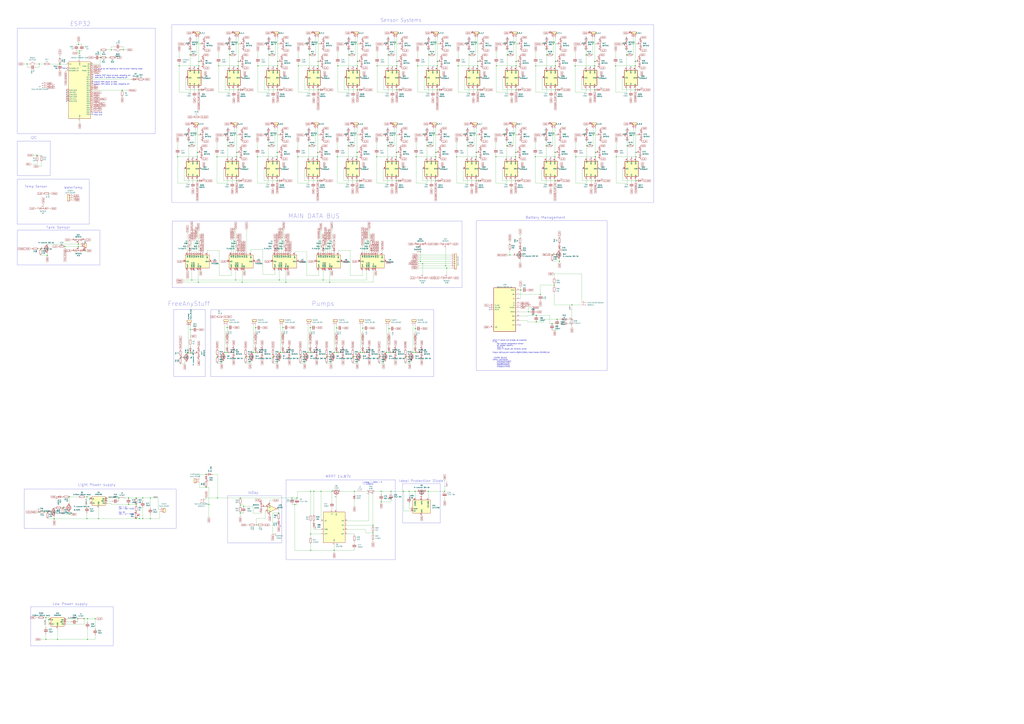
<source format=kicad_sch>
(kicad_sch (version 20230121) (generator eeschema)
  (paper "A0")
  (title_block (title "Plant Controller") (date "2020-12-21") (rev "0.4a") (company "C3MA"))
  (junction (at 242.57 586.105))
  (junction (at 460.756 104.394))
  (junction (at 279.019 586.867))
  (junction (at 649.605 303.53))
  (junction (at 415.036 76.454))
  (junction (at 110.49 718.82))
  (junction (at 738.378 182.118))
  (junction (at 387.985 639.445))
  (junction (at 100.965 577.215))
  (junction (at 228.346 51.054))
  (junction (at 276.606 76.454))
  (junction (at 274.066 51.054))
  (junction (at 261.112 409.448))
  (junction (at 321.818 177.038))
  (junction (at 322.326 76.454))
  (junction (at 390.652 409.448))
  (junction (at 239.268 566.293))
  (junction (at 143.256 57.912))
  (junction (at 239.268 551.053))
  (junction (at 552.196 51.054))
  (junction (at 437.896 76.454))
  (junction (at 321.818 210.058))
  (junction (at 100.965 602.615))
  (junction (at 230.378 327.914))
  (junction (at 598.678 210.058))
  (junction (at 667.766 76.454))
  (junction (at 442.595 582.93))
  (junction (at 490.728 306.324))
  (junction (at 454.025 570.865))
  (junction (at 621.538 182.118))
  (junction (at 226.568 156.718))
  (junction (at 507.746 76.454))
  (junction (at 552.958 182.118))
  (junction (at 488.188 292.354))
  (junction (at 297.561 609.981))
  (junction (at 415.036 104.394))
  (junction (at 642.366 51.054))
  (junction (at 368.808 210.058))
  (junction (at 346.456 76.454))
  (junction (at 218.44 410.21))
  (junction (at 360.172 380.746))
  (junction (at 505.206 51.054))
  (junction (at 482.092 409.448))
  (junction (at 599.186 71.374))
  (junction (at 328.422 380.492))
  (junction (at 474.98 570.865))
  (junction (at 690.626 71.374))
  (junction (at 264.668 169.418))
  (junction (at 165.735 578.485))
  (junction (at 348.742 414.528))
  (junction (at 104.267 579.628))
  (junction (at 421.132 409.448))
  (junction (at 457.708 156.718))
  (junction (at 274.828 177.038))
  (junction (at 598.678 177.038))
  (junction (at 483.108 182.118))
  (junction (at 641.35 295.91))
  (junction (at 62.865 602.615))
  (junction (at 450.596 63.754))
  (junction (at 73.025 589.915))
  (junction (at 141.859 104.902))
  (junction (at 263.652 409.448))
  (junction (at 42.926 180.34))
  (junction (at 344.805 578.485))
  (junction (at 497.586 63.754))
  (junction (at 279.019 596.138))
  (junction (at 92.456 59.182))
  (junction (at 627.507 342.011))
  (junction (at 449.072 409.448))
  (junction (at 554.736 104.394))
  (junction (at 229.108 210.058))
  (junction (at 158.115 602.615))
  (junction (at 664.083 354.203))
  (junction (at 634.238 169.418))
  (junction (at 516.255 570.865))
  (junction (at 294.132 409.448))
  (junction (at 530.098 182.118))
  (junction (at 299.466 76.454))
  (junction (at 229.108 177.038))
  (junction (at 404.368 169.418))
  (junction (at 285.242 414.528))
  (junction (at 622.046 76.454))
  (junction (at 319.786 51.054))
  (junction (at 149.225 578.485))
  (junction (at 668.528 182.118))
  (junction (at 360.172 409.448))
  (junction (at 437.388 182.118))
  (junction (at 421.132 381.254))
  (junction (at 468.63 570.865))
  (junction (at 411.48 570.865))
  (junction (at 404.876 63.754))
  (junction (at 331.978 327.914))
  (junction (at 646.811 370.967))
  (junction (at 47.244 289.052))
  (junction (at 161.925 602.615))
  (junction (at 433.07 610.235))
  (junction (at 272.288 156.718))
  (junction (at 738.378 210.058))
  (junction (at 252.222 414.528))
  (junction (at 369.316 104.394))
  (junction (at 507.746 71.374))
  (junction (at 737.616 71.374))
  (junction (at 497.205 570.865))
  (junction (at 460.248 177.038))
  (junction (at 53.34 742.95))
  (junction (at 360.68 639.445))
  (junction (at 596.138 156.718))
  (junction (at 575.818 182.118))
  (junction (at 727.456 63.754))
  (junction (at 458.216 51.054))
  (junction (at 273.558 325.374))
  (junction (at 442.595 570.865))
  (junction (at 507.746 104.394))
  (junction (at 481.965 570.865))
  (junction (at 390.652 381))
  (junction (at 691.388 182.118))
  (junction (at 137.795 578.485))
  (junction (at 375.158 325.374))
  (junction (at 388.112 409.448))
  (junction (at 252.603 578.485))
  (junction (at 90.932 283.718))
  (junction (at 542.798 169.418))
  (junction (at 552.958 177.038))
  (junction (at 266.446 63.754))
  (junction (at 312.166 63.754))
  (junction (at 385.445 570.865))
  (junction (at 366.776 51.054))
  (junction (at 598.678 182.118))
  (junction (at 116.586 66.802))
  (junction (at 206.248 182.118))
  (junction (at 644.398 177.038))
  (junction (at 495.808 169.418))
  (junction (at 738.378 177.038))
  (junction (at 66.802 742.95))
  (junction (at 222.758 325.374))
  (junction (at 409.702 414.528))
  (junction (at 517.398 308.864))
  (junction (at 369.316 71.374))
  (junction (at 80.645 577.215))
  (junction (at 644.398 210.058))
  (junction (at 97.79 718.82))
  (junction (at 392.176 76.454))
  (junction (at 298.958 182.118))
  (junction (at 550.418 156.718))
  (junction (at 680.466 63.754))
  (junction (at 230.886 76.454))
  (junction (at 364.49 570.865))
  (junction (at 460.248 210.058))
  (junction (at 735.838 156.718))
  (junction (at 75.438 286.258))
  (junction (at 316.992 414.528))
  (junction (at 531.876 76.454))
  (junction (at 411.988 156.718))
  (junction (at 230.886 104.394))
  (junction (at 56.642 720.09))
  (junction (at 737.616 104.394))
  (junction (at 220.726 63.754))
  (junction (at 415.036 71.374))
  (junction (at 158.115 586.105))
  (junction (at 114.427 602.615))
  (junction (at 345.948 182.118))
  (junction (at 688.086 51.054))
  (junction (at 544.576 63.754))
  (junction (at 690.626 104.394))
  (junction (at 599.186 104.394))
  (junction (at 588.518 169.418))
  (junction (at 451.612 381.762))
  (junction (at 737.616 76.454))
  (junction (at 479.552 409.448))
  (junction (at 276.606 104.394))
  (junction (at 129.286 57.912))
  (junction (at 274.828 210.058))
  (junction (at 358.648 169.418))
  (junction (at 276.606 71.374))
  (junction (at 505.968 210.058))
  (junction (at 296.672 409.448))
  (junction (at 174.625 602.615))
  (junction (at 44.704 594.995))
  (junction (at 319.278 156.718))
  (junction (at 433.07 619.125))
  (junction (at 372.745 570.865))
  (junction (at 360.68 570.865))
  (junction (at 460.756 71.374))
  (junction (at 98.806 291.338))
  (junction (at 450.088 169.418))
  (junction (at 342.265 586.105))
  (junction (at 158.115 578.485))
  (junction (at 505.968 182.118))
  (junction (at 149.225 586.105))
  (junction (at 604.393 336.931))
  (junction (at 282.829 588.518))
  (junction (at 470.662 414.528))
  (junction (at 251.968 182.118))
  (junction (at 691.388 210.058))
  (junction (at 296.672 380.746))
  (junction (at 208.026 76.454))
  (junction (at 274.828 182.118))
  (junction (at 484.886 76.454))
  (junction (at 644.398 182.118))
  (junction (at 322.326 71.374))
  (junction (at 323.596 596.011))
  (junction (at 382.778 327.914))
  (junction (at 391.668 182.118))
  (junction (at 728.218 169.418))
  (junction (at 596.646 51.054))
  (junction (at 253.746 76.454))
  (junction (at 691.388 177.038))
  (junction (at 322.326 104.394))
  (junction (at 359.156 63.754))
  (junction (at 321.818 182.118))
  (junction (at 80.645 597.535))
  (junction (at 451.612 409.448))
  (junction (at 460.248 182.118))
  (junction (at 505.968 177.038))
  (junction (at 90.932 286.258))
  (junction (at 45.466 74.295))
  (junction (at 324.358 325.374))
  (junction (at 366.268 156.718))
  (junction (at 263.652 380.492))
  (junction (at 634.746 63.754))
  (junction (at 101.6 742.95))
  (junction (at 360.68 620.395))
  (junction (at 220.98 383.032))
  (junction (at 230.886 71.374))
  (junction (at 622.681 366.395))
  (junction (at 53.34 717.55))
  (junction (at 554.736 71.374))
  (junction (at 715.518 182.118))
  (junction (at 440.182 414.528))
  (junction (at 735.076 51.054))
  (junction (at 165.735 602.615))
  (junction (at 554.736 76.454))
  (junction (at 31.496 74.295))
  (junction (at 643.509 331.343))
  (junction (at 599.186 76.454))
  (junction (at 54.864 296.672))
  (junction (at 482.092 381.762))
  (junction (at 311.658 169.418))
  (junction (at 622.681 374.015))
  (junction (at 412.496 51.054))
  (junction (at 379.222 414.528))
  (junction (at 101.6 718.82))
  (junction (at 339.09 578.485))
  (junction (at 414.528 210.058))
  (junction (at 460.756 76.454))
  (junction (at 90.17 718.82))
  (junction (at 552.958 210.058))
  (junction (at 589.026 63.754))
  (junction (at 503.428 156.718))
  (junction (at 644.906 76.454))
  (junction (at 229.108 182.118))
  (junction (at 209.55 415.29))
  (junction (at 369.316 76.454))
  (junction (at 281.178 327.914))
  (junction (at 174.625 578.485))
  (junction (at 55.245 594.995))
  (junction (at 328.422 409.448))
  (junction (at 488.188 303.784))
  (junction (at 690.626 76.454))
  (junction (at 644.906 71.374))
  (junction (at 688.848 156.718))
  (junction (at 613.537 362.331))
  (junction (at 640.969 376.047))
  (junction (at 220.98 410.21))
  (junction (at 592.074 296.291))
  (junction (at 714.756 76.454))
  (junction (at 69.596 74.422))
  (junction (at 92.456 61.722))
  (junction (at 418.592 409.448))
  (junction (at 518.668 311.404))
  (junction (at 368.808 182.118))
  (junction (at 91.186 51.562))
  (junction (at 325.882 409.448))
  (junction (at 414.528 182.118))
  (junction (at 576.326 76.454))
  (junction (at 414.528 177.038))
  (junction (at 368.808 177.038))
  (junction (at 644.906 104.394))
  (junction (at 279.019 578.485))
  (junction (at 641.858 156.718))
  (junction (at 681.228 169.418))
  (junction (at 218.948 169.418))
  (junction (at 357.632 409.448))
  (no_connect (at 681.228 149.098))
  (no_connect (at 359.156 43.434))
  (no_connect (at 107.696 132.842))
  (no_connect (at 593.598 183.388))
  (no_connect (at 77.216 107.442))
  (no_connect (at 409.448 183.388))
  (no_connect (at 634.238 149.098))
  (no_connect (at 225.298 313.944))
  (no_connect (at 547.878 183.388))
  (no_connect (at 404.368 149.098))
  (no_connect (at 568.325 359.791))
  (no_connect (at 500.888 183.388))
  (no_connect (at 107.696 97.282))
  (no_connect (at 107.696 87.122))
  (no_connect (at 326.898 313.944))
  (no_connect (at 77.216 112.522))
  (no_connect (at 495.808 149.098))
  (no_connect (at 77.216 117.602))
  (no_connect (at 363.728 183.388))
  (no_connect (at 269.748 183.388))
  (no_connect (at 107.696 89.662))
  (no_connect (at 224.028 183.388))
  (no_connect (at 639.826 77.724))
  (no_connect (at 634.746 43.434))
  (no_connect (at 264.668 149.098))
  (no_connect (at 639.318 183.388))
  (no_connect (at 77.216 104.902))
  (no_connect (at 685.546 77.724))
  (no_connect (at 107.696 94.742))
  (no_connect (at 77.216 79.502))
  (no_connect (at 107.696 130.302))
  (no_connect (at 728.218 149.098))
  (no_connect (at 680.466 43.434))
  (no_connect (at 358.648 149.098))
  (no_connect (at 312.166 43.434))
  (no_connect (at 266.446 43.434))
  (no_connect (at 727.456 43.434))
  (no_connect (at 549.656 77.724))
  (no_connect (at 428.498 313.944))
  (no_connect (at 409.956 77.724))
  (no_connect (at 450.596 43.434))
  (no_connect (at 686.308 183.388))
  (no_connect (at 450.088 149.098))
  (no_connect (at 455.168 183.388))
  (no_connect (at 364.236 77.724))
  (no_connect (at 377.698 313.944))
  (no_connect (at 311.658 149.098))
  (no_connect (at 497.586 43.434))
  (no_connect (at 77.216 115.062))
  (no_connect (at 568.325 357.251))
  (no_connect (at 589.026 43.434))
  (no_connect (at 276.098 313.944))
  (no_connect (at 732.536 77.724))
  (no_connect (at 77.216 109.982))
  (no_connect (at 502.666 77.724))
  (no_connect (at 594.106 77.724))
  (no_connect (at 317.246 77.724))
  (no_connect (at 404.876 43.434))
  (no_connect (at 225.806 77.724))
  (no_connect (at 220.726 43.434))
  (no_connect (at 271.526 77.724))
  (no_connect (at 588.518 149.098))
  (no_connect (at 455.676 77.724))
  (no_connect (at 544.576 43.434))
  (no_connect (at 603.885 377.571))
  (no_connect (at 733.298 183.388))
  (no_connect (at 542.798 149.098))
  (no_connect (at 218.948 149.098))
  (no_connect (at 316.738 183.388))
  (wire (pts (xy 43.053 187.833) (xy 43.053 190.754)))
  (wire (pts (xy 675.513 354.203) (xy 664.083 354.203)))
  (wire (pts (xy 76.962 720.09) (xy 76.962 718.82)))
  (wire (pts (xy 406.908 320.294) (xy 420.878 320.294)))
  (wire (pts (xy 220.726 103.124) (xy 220.726 106.934)))
  (wire (pts (xy 261.366 90.424) (xy 261.366 104.394)))
  (wire (pts (xy 311.658 164.338) (xy 311.658 169.418)))
  (wire (pts (xy 631.571 374.015) (xy 622.681 374.015)))
  (wire (pts (xy 274.828 149.098) (xy 274.828 177.038)))
  (wire (pts (xy 43.053 180.213) (xy 42.926 180.213)))
  (wire (pts (xy 133.096 54.102) (xy 129.286 54.102)))
  (wire (pts (xy 183.515 591.82) (xy 183.515 578.485)))
  (wire (pts (xy 451.612 381.762) (xy 451.612 386.588)))
  (wire (pts (xy 385.318 266.954) (xy 385.318 293.624)))
  (wire (pts (xy 345.44 570.865) (xy 345.44 578.485)))
  (wire (pts (xy 588.518 169.418) (xy 588.518 183.388)))
  (wire (pts (xy 322.326 43.434) (xy 322.326 71.374)))
  (wire (pts (xy 228.346 51.054) (xy 232.156 51.054)))
  (wire (pts (xy 274.828 210.058) (xy 274.828 211.328)))
  (wire (pts (xy 54.864 283.718) (xy 90.932 283.718)))
  (wire (pts (xy 279.019 596.138) (xy 279.019 600.329)))
  (wire (pts (xy 354.076 90.424) (xy 354.076 104.394)))
  (wire (pts (xy 629.158 210.058) (xy 644.398 210.058)))
  (wire (pts (xy 420.878 320.294) (xy 420.878 313.944)))
  (wire (pts (xy 322.072 419.608) (xy 322.072 422.148)))
  (wire (pts (xy 695.706 90.424) (xy 698.246 90.424)))
  (wire (pts (xy 263.652 377.698) (xy 263.652 380.492)))
  (wire (pts (xy 253.746 76.454) (xy 253.746 73.914)))
  (wire (pts (xy 92.456 59.182) (xy 94.996 59.182)))
  (wire (pts (xy 218.948 212.598) (xy 206.248 212.598)))
  (wire (pts (xy 231.648 551.053) (xy 239.268 551.053)))
  (wire (pts (xy 392.176 106.934) (xy 392.176 76.454)))
  (wire (pts (xy 359.156 106.934) (xy 346.456 106.934)))
  (wire (pts (xy 634.746 103.124) (xy 634.746 106.934)))
  (wire (pts (xy 485.648 308.864) (xy 517.398 308.864)))
  (wire (pts (xy 76.2 83.312) (xy 76.2 82.042)))
  (wire (pts (xy 478.282 419.608) (xy 475.742 419.608)))
  (wire (pts (xy 495.808 212.598) (xy 483.108 212.598)))
  (wire (pts (xy 372.745 605.155) (xy 372.745 570.865)))
  (wire (pts (xy 230.886 76.454) (xy 230.886 77.724)))
  (wire (pts (xy 185.42 602.615) (xy 185.42 594.36)))
  (wire (pts (xy 110.49 718.82) (xy 110.49 730.25)))
  (wire (pts (xy 467.868 194.818) (xy 467.868 196.088)))
  (wire (pts (xy 38.862 180.34) (xy 42.926 180.34)))
  (wire (pts (xy 399.796 104.394) (xy 415.036 104.394)))
  (wire (pts (xy 738.378 182.118) (xy 738.378 183.388)))
  (wire (pts (xy 390.652 409.448) (xy 388.112 409.448)))
  (wire (pts (xy 322.326 71.374) (xy 322.326 76.454)))
  (wire (pts (xy 422.148 194.818) (xy 422.148 196.088)))
  (wire (pts (xy 737.616 103.124) (xy 737.616 104.394)))
  (wire (pts (xy 390.525 578.485) (xy 390.525 592.455)))
  (wire (pts (xy 644.398 210.058) (xy 644.398 211.328)))
  (wire (pts (xy 470.662 413.258) (xy 470.662 414.528)))
  (wire (pts (xy 404.876 103.124) (xy 404.876 106.934)))
  (wire (pts (xy 450.088 164.338) (xy 450.088 169.418)))
  (wire (pts (xy 490.728 196.088) (xy 490.728 210.058)))
  (wire (pts (xy 437.896 76.454) (xy 437.896 73.914)))
  (wire (pts (xy 737.616 104.394) (xy 737.616 105.664)))
  (wire (pts (xy 735.838 156.718) (xy 739.648 156.718)))
  (wire (pts (xy 161.925 602.615) (xy 165.735 602.615)))
  (wire (pts (xy 217.678 270.764) (xy 217.678 293.624)))
  (wire (pts (xy 539.496 90.424) (xy 539.496 104.394)))
  (wire (pts (xy 329.438 194.818) (xy 329.438 196.088)))
  (wire (pts (xy 612.521 367.411) (xy 603.885 367.411)))
  (wire (pts (xy 537.718 196.088) (xy 537.718 210.058)))
  (wire (pts (xy 604.266 90.424) (xy 606.806 90.424)))
  (wire (pts (xy 345.948 182.118) (xy 345.948 179.578)))
  (wire (pts (xy 613.537 362.331) (xy 615.188 362.331)))
  (wire (pts (xy 497.205 570.865) (xy 497.205 578.485)))
  (wire (pts (xy 62.865 602.615) (xy 100.965 602.615)))
  (wire (pts (xy 659.003 370.967) (xy 660.273 370.967)))
  (wire (pts (xy 276.606 43.434) (xy 276.606 71.374)))
  (wire (pts (xy 512.826 90.424) (xy 515.366 90.424)))
  (wire (pts (xy 174.625 597.535) (xy 174.625 602.615)))
  (wire (pts (xy 346.456 76.454) (xy 369.316 76.454)))
  (wire (pts (xy 114.427 602.615) (xy 114.427 589.788)))
  (wire (pts (xy 640.207 295.91) (xy 641.35 295.91)))
  (wire (pts (xy 517.398 308.864) (xy 523.748 308.864)))
  (wire (pts (xy 385.445 570.865) (xy 385.445 582.93)))
  (wire (pts (xy 643.509 354.203) (xy 664.083 354.203)))
  (wire (pts (xy 714.756 76.454) (xy 714.756 73.914)))
  (wire (pts (xy 298.958 165.608) (xy 298.958 171.958)))
  (wire (pts (xy 680.466 106.934) (xy 667.766 106.934)))
  (wire (pts (xy 259.588 210.058) (xy 274.828 210.058)))
  (wire (pts (xy 409.702 413.258) (xy 409.702 414.528)))
  (wire (pts (xy 328.422 380.492) (xy 328.422 385.318)))
  (wire (pts (xy 737.616 43.434) (xy 737.616 71.374)))
  (wire (pts (xy 271.526 103.124) (xy 271.526 105.664)))
  (wire (pts (xy 324.358 313.944) (xy 324.358 325.374)))
  (wire (pts (xy 254.508 291.084) (xy 254.508 320.294)))
  (wire (pts (xy 128.905 584.708) (xy 128.905 586.105)))
  (wire (pts (xy 392.938 293.624) (xy 392.938 291.084)))
  (wire (pts (xy 643.509 318.135) (xy 643.509 322.707)))
  (wire (pts (xy 415.036 104.394) (xy 415.036 105.664)))
  (wire (pts (xy 411.48 570.865) (xy 411.48 574.04)))
  (wire (pts (xy 485.648 306.324) (xy 490.728 306.324)))
  (wire (pts (xy 364.236 103.124) (xy 364.236 105.664)))
  (wire (pts (xy 279.908 196.088) (xy 282.448 196.088)))
  (wire (pts (xy 392.938 291.084) (xy 406.908 291.084)))
  (wire (pts (xy 675.386 90.424) (xy 675.386 104.394)))
  (wire (pts (xy 321.818 182.118) (xy 321.818 183.388)))
  (wire (pts (xy 442.595 570.865) (xy 435.61 570.865)))
  (wire (pts (xy 484.886 76.454) (xy 507.746 76.454)))
  (wire (pts (xy 417.322 419.608) (xy 414.782 419.608)))
  (wire (pts (xy 542.798 169.418) (xy 542.798 183.388)))
  (wire (pts (xy 550.418 149.098) (xy 550.418 156.718)))
  (wire (pts (xy 92.456 59.182) (xy 92.456 61.722)))
  (wire (pts (xy 324.612 419.608) (xy 322.072 419.608)))
  (wire (pts (xy 58.166 74.295) (xy 58.293 74.295)))
  (wire (pts (xy 305.308 289.814) (xy 305.308 319.024)))
  (wire (pts (xy 358.648 212.598) (xy 345.948 212.598)))
  (wire (pts (xy 316.992 413.258) (xy 316.992 414.528)))
  (wire (pts (xy 691.388 149.098) (xy 691.388 177.038)))
  (wire (pts (xy 560.578 194.818) (xy 560.578 196.088)))
  (wire (pts (xy 360.68 570.865) (xy 364.49 570.865)))
  (wire (pts (xy 131.826 57.912) (xy 129.286 57.912)))
  (wire (pts (xy 530.098 212.598) (xy 530.098 182.118)))
  (wire (pts (xy 681.228 212.598) (xy 668.528 212.598)))
  (wire (pts (xy 411.48 581.66) (xy 411.48 588.01)))
  (wire (pts (xy 53.34 717.55) (xy 56.642 717.55)))
  (wire (pts (xy 100.965 596.265) (xy 100.965 602.615)))
  (wire (pts (xy 342.138 292.354) (xy 356.108 292.354)))
  (wire (pts (xy 552.196 51.054) (xy 556.006 51.054)))
  (wire (pts (xy 263.652 409.448) (xy 266.192 409.448)))
  (wire (pts (xy 97.79 718.82) (xy 101.6 718.82)))
  (wire (pts (xy 366.776 51.054) (xy 366.776 63.754)))
  (wire (pts (xy 239.268 566.293) (xy 242.57 566.293)))
  (wire (pts (xy 688.086 51.054) (xy 691.896 51.054)))
  (wire (pts (xy 723.138 210.058) (xy 738.378 210.058)))
  (wire (pts (xy 387.985 633.095) (xy 387.985 639.445)))
  (wire (pts (xy 261.366 104.394) (xy 276.606 104.394)))
  (wire (pts (xy 276.606 103.124) (xy 276.606 104.394)))
  (wire (pts (xy 596.138 156.718) (xy 596.138 169.418)))
  (wire (pts (xy 505.206 51.054) (xy 509.016 51.054)))
  (wire (pts (xy 382.778 327.914) (xy 433.578 327.914)))
  (wire (pts (xy 69.596 74.422) (xy 77.216 74.422)))
  (wire (pts (xy 110.49 718.82) (xy 111.76 718.82)))
  (wire (pts (xy 513.588 194.818) (xy 513.588 196.088)))
  (wire (pts (xy 328.422 409.448) (xy 325.882 409.448)))
  (wire (pts (xy 339.09 586.105) (xy 342.265 586.105)))
  (wire (pts (xy 323.469 591.185) (xy 323.596 591.185)))
  (wire (pts (xy 583.438 196.088) (xy 583.438 210.058)))
  (wire (pts (xy 437.388 212.598) (xy 437.388 182.118)))
  (wire (pts (xy 544.576 63.754) (xy 544.576 77.724)))
  (wire (pts (xy 356.108 320.294) (xy 370.078 320.294)))
  (wire (pts (xy 559.816 90.424) (xy 562.356 90.424)))
  (wire (pts (xy 185.42 591.82) (xy 183.515 591.82)))
  (wire (pts (xy 158.115 578.485) (xy 165.735 578.485)))
  (wire (pts (xy 484.886 76.454) (xy 484.886 73.914)))
  (wire (pts (xy 468.63 570.865) (xy 474.98 570.865)))
  (wire (pts (xy 404.876 106.934) (xy 392.176 106.934)))
  (wire (pts (xy 483.108 165.608) (xy 483.108 171.958)))
  (wire (pts (xy 372.745 570.865) (xy 385.445 570.865)))
  (wire (pts (xy 274.066 51.054) (xy 277.876 51.054)))
  (wire (pts (xy 62.865 602.615) (xy 62.865 603.885)))
  (wire (pts (xy 552.196 43.434) (xy 552.196 51.054)))
  (wire (pts (xy 268.478 278.384) (xy 268.478 293.624)))
  (wire (pts (xy 42.926 180.34) (xy 48.133 180.34)))
  (wire (pts (xy 279.019 586.867) (xy 282.829 586.867)))
  (wire (pts (xy 390.652 401.066) (xy 390.652 401.828)))
  (wire (pts (xy 627.507 342.011) (xy 627.507 331.343)))
  (wire (pts (xy 646.811 383.667) (xy 640.969 383.667)))
  (wire (pts (xy 375.158 313.944) (xy 375.158 325.374)))
  (wire (pts (xy 231.648 557.403) (xy 231.648 551.053)))
  (wire (pts (xy 481.965 570.865) (xy 481.965 578.485)))
  (wire (pts (xy 502.666 103.124) (xy 502.666 105.664)))
  (wire (pts (xy 596.646 43.434) (xy 596.646 51.054)))
  (wire (pts (xy 312.166 63.754) (xy 312.166 77.724)))
  (wire (pts (xy 141.859 104.902) (xy 107.696 104.902)))
  (wire (pts (xy 488.188 303.784) (xy 523.748 303.784)))
  (wire (pts (xy 649.605 300.99) (xy 649.605 303.53)))
  (wire (pts (xy 296.672 377.698) (xy 296.672 380.746)))
  (wire (pts (xy 404.368 169.418) (xy 404.368 183.388)))
  (wire (pts (xy 404.876 63.754) (xy 404.876 77.724)))
  (wire (pts (xy 450.596 63.754) (xy 450.596 77.724)))
  (wire (pts (xy 592.074 280.797) (xy 592.074 282.956)))
  (wire (pts (xy 497.586 106.934) (xy 484.886 106.934)))
  (wire (pts (xy 124.206 66.802) (xy 126.746 66.802)))
  (wire (pts (xy 516.255 581.152) (xy 516.255 578.485)))
  (wire (pts (xy 562.356 89.154) (xy 562.356 90.424)))
  (wire (pts (xy 503.428 156.718) (xy 503.428 169.418)))
  (wire (pts (xy 639.318 208.788) (xy 639.318 211.328)))
  (wire (pts (xy 100.965 602.615) (xy 114.427 602.615)))
  (wire (pts (xy 272.288 149.098) (xy 272.288 156.718)))
  (wire (pts (xy 411.48 620.395) (xy 411.48 621.665)))
  (wire (pts (xy 327.406 90.424) (xy 329.946 90.424)))
  (wire (pts (xy 639.826 103.124) (xy 639.826 105.664)))
  (wire (pts (xy 76.962 718.82) (xy 90.17 718.82)))
  (wire (pts (xy 251.968 182.118) (xy 274.828 182.118)))
  (wire (pts (xy 594.106 103.124) (xy 594.106 105.664)))
  (wire (pts (xy 531.876 59.944) (xy 531.876 66.294)))
  (wire (pts (xy 92.456 61.722) (xy 91.186 61.722)))
  (wire (pts (xy 643.509 331.343) (xy 643.509 330.327)))
  (wire (pts (xy 234.188 196.088) (xy 236.728 196.088)))
  (wire (pts (xy 391.668 182.118) (xy 391.668 179.578)))
  (wire (pts (xy 475.742 422.148) (xy 470.662 422.148)))
  (wire (pts (xy 100.965 577.215) (xy 104.267 577.215)))
  (wire (pts (xy 598.678 208.788) (xy 598.678 210.058)))
  (wire (pts (xy 427.99 605.155) (xy 403.225 605.155)))
  (wire (pts (xy 714.756 59.944) (xy 714.756 66.294)))
  (wire (pts (xy 451.612 409.448) (xy 449.072 409.448)))
  (wire (pts (xy 34.036 78.105) (xy 31.496 78.105)))
  (wire (pts (xy 421.132 381.254) (xy 421.132 386.08)))
  (wire (pts (xy 129.286 54.102) (xy 129.286 57.912)))
  (wire (pts (xy 379.222 413.258) (xy 379.222 414.528)))
  (wire (pts (xy 322.326 104.394) (xy 322.326 105.664)))
  (wire (pts (xy 544.576 103.124) (xy 544.576 106.934)))
  (wire (pts (xy 53.34 717.55) (xy 53.34 728.98)))
  (wire (pts (xy 274.066 43.434) (xy 274.066 51.054)))
  (wire (pts (xy 451.612 409.448) (xy 454.152 409.448)))
  (wire (pts (xy 317.246 103.124) (xy 317.246 105.664)))
  (wire (pts (xy 552.958 208.788) (xy 552.958 210.058)))
  (wire (pts (xy 468.376 89.154) (xy 468.376 90.424)))
  (wire (pts (xy 360.68 620.395) (xy 372.745 620.395)))
  (wire (pts (xy 294.132 596.265) (xy 303.149 596.265)))
  (wire (pts (xy 458.216 43.434) (xy 458.216 51.054)))
  (wire (pts (xy 220.98 410.21) (xy 225.806 410.21)))
  (wire (pts (xy 364.49 615.315) (xy 364.49 613.41)))
  (wire (pts (xy 76.962 725.17) (xy 97.79 725.17)))
  (wire (pts (xy 445.516 90.424) (xy 445.516 104.394)))
  (wire (pts (xy 442.595 582.93) (xy 442.595 584.2)))
  (wire (pts (xy 212.598 325.374) (xy 222.758 325.374)))
  (wire (pts (xy 411.48 570.865) (xy 414.02 570.865)))
  (wire (pts (xy 290.322 419.608) (xy 290.322 422.148)))
  (wire (pts (xy 433.07 610.235) (xy 433.07 610.87)))
  (wire (pts (xy 263.652 380.492) (xy 263.652 385.318)))
  (wire (pts (xy 604.393 336.931) (xy 605.155 336.931)))
  (wire (pts (xy 399.796 90.424) (xy 399.796 104.394)))
  (wire (pts (xy 414.782 419.608) (xy 414.782 422.148)))
  (wire (pts (xy 423.418 278.384) (xy 423.418 293.624)))
  (wire (pts (xy 226.568 156.718) (xy 230.378 156.718)))
  (wire (pts (xy 259.588 196.088) (xy 259.588 210.058)))
  (wire (pts (xy 644.906 71.374) (xy 644.906 76.454)))
  (wire (pts (xy 507.746 103.124) (xy 507.746 104.394)))
  (wire (pts (xy 345.44 570.865) (xy 360.68 570.865)))
  (wire (pts (xy 331.978 327.914) (xy 382.778 327.914)))
  (wire (pts (xy 360.172 380.746) (xy 360.172 385.572)))
  (wire (pts (xy 246.888 551.053) (xy 252.603 551.053)))
  (wire (pts (xy 667.766 59.944) (xy 667.766 66.294)))
  (wire (pts (xy 649.986 90.424) (xy 652.526 90.424)))
  (wire (pts (xy 505.968 210.058) (xy 505.968 211.328)))
  (wire (pts (xy 387.985 639.445) (xy 387.985 641.985)))
  (wire (pts (xy 598.678 182.118) (xy 598.678 183.388)))
  (wire (pts (xy 507.746 43.434) (xy 507.746 71.374)))
  (wire (pts (xy 54.864 296.672) (xy 54.864 297.942)))
  (wire (pts (xy 296.672 380.746) (xy 296.672 385.572)))
  (wire (pts (xy 403.225 610.235) (xy 433.07 610.235)))
  (wire (pts (xy 272.288 156.718) (xy 272.288 169.418)))
  (wire (pts (xy 474.98 584.835) (xy 474.98 591.185)))
  (wire (pts (xy 242.57 586.105) (xy 242.57 600.71)))
  (wire (pts (xy 281.178 327.914) (xy 331.978 327.914)))
  (wire (pts (xy 212.598 327.914) (xy 230.378 327.914)))
  (wire (pts (xy 57.658 242.189) (xy 58.928 242.189)))
  (wire (pts (xy 403.225 620.395) (xy 411.48 620.395)))
  (wire (pts (xy 253.746 59.944) (xy 253.746 66.294)))
  (wire (pts (xy 627.507 331.343) (xy 643.509 331.343)))
  (wire (pts (xy 319.786 51.054) (xy 319.786 63.754)))
  (wire (pts (xy 425.958 278.384) (xy 425.958 293.624)))
  (wire (pts (xy 406.908 291.084) (xy 406.908 320.294)))
  (wire (pts (xy 91.186 51.562) (xy 94.996 51.562)))
  (wire (pts (xy 215.646 104.394) (xy 230.886 104.394)))
  (wire (pts (xy 542.798 164.338) (xy 542.798 169.418)))
  (wire (pts (xy 364.49 570.865) (xy 372.745 570.865)))
  (wire (pts (xy 286.258 266.954) (xy 286.258 293.624)))
  (wire (pts (xy 599.186 104.394) (xy 599.186 105.664)))
  (wire (pts (xy 321.818 210.058) (xy 321.818 211.328)))
  (wire (pts (xy 552.958 177.038) (xy 552.958 182.118)))
  (wire (pts (xy 261.112 409.448) (xy 259.842 409.448)))
  (wire (pts (xy 445.008 210.058) (xy 460.248 210.058)))
  (wire (pts (xy 297.561 602.234) (xy 308.229 602.234)))
  (wire (pts (xy 145.415 578.485) (xy 149.225 578.485)))
  (wire (pts (xy 638.429 366.395) (xy 622.681 366.395)))
  (wire (pts (xy 321.818 149.098) (xy 321.818 177.038)))
  (wire (pts (xy 73.025 597.535) (xy 80.645 597.535)))
  (wire (pts (xy 220.98 383.032) (xy 222.504 383.032)))
  (wire (pts (xy 414.528 149.098) (xy 414.528 177.038)))
  (wire (pts (xy 281.178 313.944) (xy 281.178 327.914)))
  (wire (pts (xy 360.68 605.79) (xy 360.68 620.395)))
  (wire (pts (xy 42.418 242.189) (xy 41.148 242.189)))
  (wire (pts (xy 299.466 106.934) (xy 299.466 76.454)))
  (wire (pts (xy 312.166 58.674) (xy 312.166 63.754)))
  (wire (pts (xy 274.828 208.788) (xy 274.828 210.058)))
  (wire (pts (xy 427.99 574.675) (xy 427.99 605.155)))
  (wire (pts (xy 414.782 422.148) (xy 409.702 422.148)))
  (wire (pts (xy 447.802 419.608) (xy 445.262 419.608)))
  (wire (pts (xy 101.6 718.82) (xy 101.6 722.63)))
  (wire (pts (xy 483.108 182.118) (xy 505.968 182.118)))
  (wire (pts (xy 451.612 377.698) (xy 451.612 381.762)))
  (wire (pts (xy 128.905 586.105) (xy 149.225 586.105)))
  (wire (pts (xy 443.738 291.084) (xy 443.738 293.624)))
  (wire (pts (xy 325.882 409.448) (xy 324.612 409.448)))
  (wire (pts (xy 225.806 103.124) (xy 225.806 105.664)))
  (wire (pts (xy 76.2 82.042) (xy 77.216 82.042)))
  (wire (pts (xy 263.652 401.828) (xy 263.652 400.558)))
  (wire (pts (xy 263.652 409.448) (xy 261.112 409.448)))
  (wire (pts (xy 460.248 149.098) (xy 460.248 177.038)))
  (wire (pts (xy 230.886 103.124) (xy 230.886 104.394)))
  (wire (pts (xy 124.587 578.485) (xy 137.795 578.485)))
  (wire (pts (xy 542.798 212.598) (xy 530.098 212.598)))
  (wire (pts (xy 554.736 76.454) (xy 554.736 77.724)))
  (wire (pts (xy 500.888 208.788) (xy 500.888 211.328)))
  (wire (pts (xy 41.91 717.55) (xy 43.942 717.55)))
  (wire (pts (xy 80.645 597.535) (xy 80.645 594.995)))
  (wire (pts (xy 208.026 76.454) (xy 230.886 76.454)))
  (wire (pts (xy 643.509 318.135) (xy 675.513 318.135)))
  (wire (pts (xy 552.958 182.118) (xy 552.958 183.388)))
  (wire (pts (xy 688.086 43.434) (xy 688.086 51.054)))
  (wire (pts (xy 230.378 268.224) (xy 230.378 293.624)))
  (wire (pts (xy 143.256 57.912) (xy 141.986 57.912)))
  (wire (pts (xy 360.172 400.812) (xy 360.172 401.828)))
  (wire (pts (xy 229.108 177.038) (xy 229.108 182.118)))
  (wire (pts (xy 225.298 279.654) (xy 225.298 293.624)))
  (wire (pts (xy 322.326 76.454) (xy 322.326 77.724)))
  (wire (pts (xy 174.625 578.485) (xy 183.515 578.485)))
  (wire (pts (xy 691.388 208.788) (xy 691.388 210.058)))
  (wire (pts (xy 274.828 182.118) (xy 274.828 183.388)))
  (wire (pts (xy 421.132 377.698) (xy 421.132 381.254)))
  (wire (pts (xy 80.645 577.215) (xy 80.645 584.835)))
  (wire (pts (xy 485.648 303.784) (xy 488.188 303.784)))
  (wire (pts (xy 218.44 410.21) (xy 217.17 410.21)))
  (wire (pts (xy 69.596 66.802) (xy 69.596 64.262)))
  (wire (pts (xy 598.678 210.058) (xy 598.678 211.328)))
  (wire (pts (xy 505.206 51.054) (xy 505.206 63.754)))
  (wire (pts (xy 48.133 193.294) (xy 48.133 187.96)))
  (wire (pts (xy 631.571 370.967) (xy 631.571 374.015)))
  (wire (pts (xy 218.948 169.418) (xy 218.948 183.388)))
  (wire (pts (xy 230.886 43.434) (xy 230.886 71.374)))
  (wire (pts (xy 124.587 582.168) (xy 124.714 582.168)))
  (wire (pts (xy 238.125 583.565) (xy 238.125 586.105)))
  (wire (pts (xy 261.112 377.698) (xy 261.112 409.448)))
  (wire (pts (xy 403.225 615.315) (xy 424.815 615.315)))
  (wire (pts (xy 104.267 579.628) (xy 104.267 584.708)))
  (wire (pts (xy 596.138 156.718) (xy 599.948 156.718)))
  (wire (pts (xy 99.822 291.338) (xy 98.806 291.338)))
  (wire (pts (xy 266.446 58.674) (xy 266.446 63.754)))
  (wire (pts (xy 80.645 597.535) (xy 81.915 597.535)))
  (wire (pts (xy 696.468 196.088) (xy 699.008 196.088)))
  (wire (pts (xy 646.811 378.587) (xy 646.811 383.667)))
  (wire (pts (xy 252.603 551.053) (xy 252.603 578.485)))
  (wire (pts (xy 641.35 295.91) (xy 641.985 295.91)))
  (wire (pts (xy 583.946 90.424) (xy 583.946 104.394)))
  (wire (pts (xy 644.906 43.434) (xy 644.906 71.374)))
  (wire (pts (xy 606.806 89.154) (xy 606.806 90.424)))
  (wire (pts (xy 90.932 283.718) (xy 93.726 283.718)))
  (wire (pts (xy 589.661 296.291) (xy 592.074 296.291)))
  (wire (pts (xy 437.896 106.934) (xy 437.896 76.454)))
  (wire (pts (xy 240.538 291.084) (xy 240.538 293.624)))
  (wire (pts (xy 369.316 71.374) (xy 369.316 76.454)))
  (wire (pts (xy 31.496 74.295) (xy 31.496 78.105)))
  (wire (pts (xy 675.386 104.394) (xy 690.626 104.394)))
  (wire (pts (xy 460.248 208.788) (xy 460.248 210.058)))
  (wire (pts (xy 621.538 165.608) (xy 621.538 171.958)))
  (wire (pts (xy 634.746 58.674) (xy 634.746 63.754)))
  (wire (pts (xy 485.648 296.164) (xy 523.748 296.164)))
  (wire (pts (xy 598.678 177.038) (xy 598.678 182.118)))
  (wire (pts (xy 47.752 742.95) (xy 53.34 742.95)))
  (wire (pts (xy 442.595 574.04) (xy 442.595 570.865)))
  (wire (pts (xy 129.286 57.912) (xy 124.206 57.912)))
  (wire (pts (xy 445.008 196.088) (xy 445.008 210.058)))
  (wire (pts (xy 723.138 196.088) (xy 723.138 210.058)))
  (wire (pts (xy 643.509 339.979) (xy 643.509 354.203)))
  (wire (pts (xy 228.346 51.054) (xy 228.346 63.754)))
  (wire (pts (xy 319.278 149.098) (xy 319.278 156.718)))
  (wire (pts (xy 359.156 103.124) (xy 359.156 106.934)))
  (wire (pts (xy 576.326 76.454) (xy 599.186 76.454)))
  (wire (pts (xy 644.398 182.118) (xy 644.398 183.388)))
  (wire (pts (xy 326.898 196.088) (xy 329.438 196.088)))
  (wire (pts (xy 737.616 76.454) (xy 737.616 77.724)))
  (wire (pts (xy 228.346 43.434) (xy 228.346 51.054)))
  (wire (pts (xy 316.611 581.152) (xy 313.309 581.152)))
  (wire (pts (xy 409.448 208.788) (xy 409.448 211.328)))
  (wire (pts (xy 415.036 43.434) (xy 415.036 71.374)))
  (wire (pts (xy 485.648 298.704) (xy 523.748 298.704)))
  (wire (pts (xy 229.108 210.058) (xy 229.108 211.328)))
  (wire (pts (xy 82.042 278.638) (xy 83.312 278.638)))
  (wire (pts (xy 370.078 278.384) (xy 370.078 293.624)))
  (wire (pts (xy 299.466 76.454) (xy 299.466 73.914)))
  (wire (pts (xy 492.506 104.394) (xy 507.746 104.394)))
  (wire (pts (xy 357.632 409.448) (xy 356.362 409.448)))
  (wire (pts (xy 305.308 319.024) (xy 319.278 319.024)))
  (wire (pts (xy 612.521 374.015) (xy 622.681 374.015)))
  (wire (pts (xy 306.578 210.058) (xy 321.818 210.058)))
  (wire (pts (xy 537.718 210.058) (xy 552.958 210.058)))
  (wire (pts (xy 323.596 591.185) (xy 323.596 596.011)))
  (wire (pts (xy 691.388 182.118) (xy 691.388 183.388)))
  (wire (pts (xy 251.968 182.118) (xy 251.968 179.578)))
  (wire (pts (xy 698.246 89.154) (xy 698.246 90.424)))
  (wire (pts (xy 218.44 410.21) (xy 220.98 410.21)))
  (wire (pts (xy 681.228 164.338) (xy 681.228 169.418)))
  (wire (pts (xy 681.228 208.788) (xy 681.228 212.598)))
  (wire (pts (xy 412.496 51.054) (xy 416.306 51.054)))
  (wire (pts (xy 124.714 582.295) (xy 130.175 582.295)))
  (wire (pts (xy 101.6 730.25) (xy 101.6 742.95)))
  (wire (pts (xy 116.586 66.802) (xy 116.586 74.422)))
  (wire (pts (xy 411.988 156.718) (xy 411.988 169.418)))
  (wire (pts (xy 358.648 164.338) (xy 358.648 169.418)))
  (wire (pts (xy 273.558 266.954) (xy 273.558 293.624)))
  (wire (pts (xy 505.968 208.788) (xy 505.968 210.058)))
  (wire (pts (xy 450.596 103.124) (xy 450.596 106.934)))
  (wire (pts (xy 90.932 286.258) (xy 93.726 286.258)))
  (wire (pts (xy 124.587 584.708) (xy 128.905 584.708)))
  (wire (pts (xy 475.742 419.608) (xy 475.742 422.148)))
  (wire (pts (xy 230.886 104.394) (xy 230.886 105.664)))
  (wire (pts (xy 621.538 212.598) (xy 621.538 182.118)))
  (wire (pts (xy 158.115 586.105) (xy 158.115 587.375)))
  (wire (pts (xy 603.885 301.371) (xy 603.885 304.673)))
  (wire (pts (xy 437.388 182.118) (xy 437.388 179.578)))
  (wire (pts (xy 603.885 342.011) (xy 627.507 342.011)))
  (wire (pts (xy 652.018 194.818) (xy 652.018 196.088)))
  (wire (pts (xy 455.168 208.788) (xy 455.168 211.328)))
  (wire (pts (xy 474.98 570.865) (xy 474.98 577.215)))
  (wire (pts (xy 236.728 194.818) (xy 236.728 196.088)))
  (wire (pts (xy 681.228 169.418) (xy 681.228 183.388)))
  (wire (pts (xy 589.026 103.124) (xy 589.026 106.934)))
  (wire (pts (xy 107.696 74.422) (xy 116.586 74.422)))
  (wire (pts (xy 411.48 639.445) (xy 387.985 639.445)))
  (wire (pts (xy 460.248 210.058) (xy 460.248 211.328)))
  (wire (pts (xy 324.358 278.384) (xy 324.358 293.624)))
  (wire (pts (xy 27.686 74.295) (xy 31.496 74.295)))
  (wire (pts (xy 685.546 103.124) (xy 685.546 105.664)))
  (wire (pts (xy 589.026 63.754) (xy 589.026 77.724)))
  (wire (pts (xy 266.446 103.124) (xy 266.446 106.934)))
  (wire (pts (xy 47.244 296.672) (xy 54.864 296.672)))
  (wire (pts (xy 621.538 182.118) (xy 644.398 182.118)))
  (wire (pts (xy 390.652 377.698) (xy 390.652 381)))
  (wire (pts (xy 240.538 291.084) (xy 254.508 291.084)))
  (wire (pts (xy 460.756 71.374) (xy 460.756 76.454)))
  (wire (pts (xy 715.518 182.118) (xy 738.378 182.118)))
  (wire (pts (xy 411.48 629.285) (xy 411.48 630.555)))
  (wire (pts (xy 360.68 631.825) (xy 360.68 639.445)))
  (wire (pts (xy 599.186 103.124) (xy 599.186 104.394)))
  (wire (pts (xy 733.298 208.788) (xy 733.298 211.328)))
  (wire (pts (xy 58.293 74.295) (xy 58.293 74.422)))
  (wire (pts (xy 644.906 104.394) (xy 644.906 105.664)))
  (wire (pts (xy 251.968 212.598) (xy 251.968 182.118)))
  (wire (pts (xy 213.868 210.058) (xy 229.108 210.058)))
  (wire (pts (xy 629.666 104.394) (xy 644.906 104.394)))
  (wire (pts (xy 252.222 413.258) (xy 252.222 414.528)))
  (wire (pts (xy 299.466 59.944) (xy 299.466 66.294)))
  (wire (pts (xy 668.528 212.598) (xy 668.528 182.118)))
  (wire (pts (xy 691.388 177.038) (xy 691.388 182.118)))
  (wire (pts (xy 231.648 559.943) (xy 231.648 566.293)))
  (wire (pts (xy 344.805 578.485) (xy 345.44 578.485)))
  (wire (pts (xy 474.98 570.865) (xy 481.965 570.865)))
  (wire (pts (xy 503.428 149.098) (xy 503.428 156.718)))
  (wire (pts (xy 238.125 578.485) (xy 252.603 578.485)))
  (wire (pts (xy 476.885 593.725) (xy 468.63 593.725)))
  (wire (pts (xy 732.536 103.124) (xy 732.536 105.664)))
  (wire (pts (xy 518.668 311.404) (xy 523.748 311.404)))
  (wire (pts (xy 458.216 51.054) (xy 458.216 63.754)))
  (wire (pts (xy 479.552 409.448) (xy 478.282 409.448)))
  (wire (pts (xy 56.642 720.09) (xy 56.642 725.17)))
  (wire (pts (xy 331.978 313.944) (xy 331.978 327.914)))
  (wire (pts (xy 550.418 156.718) (xy 554.228 156.718)))
  (wire (pts (xy 544.576 106.934) (xy 531.876 106.934)))
  (wire (pts (xy 642.366 51.054) (xy 646.176 51.054)))
  (wire (pts (xy 91.186 49.022) (xy 91.186 51.562)))
  (wire (pts (xy 375.158 325.374) (xy 425.958 325.374)))
  (wire (pts (xy 319.278 319.024) (xy 319.278 313.944)))
  (wire (pts (xy 641.858 149.098) (xy 641.858 156.718)))
  (wire (pts (xy 583.946 104.394) (xy 599.186 104.394)))
  (wire (pts (xy 368.808 210.058) (xy 368.808 211.328)))
  (wire (pts (xy 328.422 409.448) (xy 330.962 409.448)))
  (wire (pts (xy 279.019 586.867) (xy 279.019 588.137)))
  (wire (pts (xy 208.026 106.934) (xy 208.026 76.454)))
  (wire (pts (xy 404.368 164.338) (xy 404.368 169.418)))
  (wire (pts (xy 345.948 165.608) (xy 345.948 171.958)))
  (wire (pts (xy 360.172 377.698) (xy 360.172 380.746)))
  (wire (pts (xy 603.758 196.088) (xy 606.298 196.088)))
  (wire (pts (xy 346.456 59.944) (xy 346.456 66.294)))
  (wire (pts (xy 88.646 51.562) (xy 91.186 51.562)))
  (wire (pts (xy 319.278 156.718) (xy 323.088 156.718)))
  (wire (pts (xy 363.728 208.788) (xy 363.728 211.328)))
  (wire (pts (xy 291.338 289.814) (xy 305.308 289.814)))
  (wire (pts (xy 404.368 208.788) (xy 404.368 212.598)))
  (wire (pts (xy 576.326 106.934) (xy 576.326 76.454)))
  (wire (pts (xy 45.466 74.295) (xy 45.466 78.105)))
  (wire (pts (xy 640.969 376.047) (xy 651.383 376.047)))
  (wire (pts (xy 450.088 212.598) (xy 437.388 212.598)))
  (wire (pts (xy 368.808 149.098) (xy 368.808 177.038)))
  (wire (pts (xy 728.218 169.418) (xy 728.218 183.388)))
  (wire (pts (xy 479.552 377.698) (xy 479.552 409.448)))
  (wire (pts (xy 588.518 212.598) (xy 575.818 212.598)))
  (wire (pts (xy 691.388 210.058) (xy 691.388 211.328)))
  (wire (pts (xy 644.398 177.038) (xy 644.398 182.118)))
  (wire (pts (xy 589.026 58.674) (xy 589.026 63.754)))
  (wire (pts (xy 688.848 149.098) (xy 688.848 156.718)))
  (wire (pts (xy 165.735 589.915) (xy 165.735 602.615)))
  (wire (pts (xy 420.116 90.424) (xy 422.656 90.424)))
  (wire (pts (xy 57.912 224.79) (xy 59.182 224.79)))
  (wire (pts (xy 342.265 586.105) (xy 344.805 586.105)))
  (wire (pts (xy 308.229 602.234) (xy 308.229 593.725)))
  (wire (pts (xy 297.561 609.981) (xy 298.45 609.981)))
  (wire (pts (xy 226.568 149.098) (xy 226.568 156.718)))
  (wire (pts (xy 488.188 292.354) (xy 488.188 303.784)))
  (wire (pts (xy 390.652 381) (xy 390.652 385.826)))
  (wire (pts (xy 296.418 609.981) (xy 297.561 609.981)))
  (wire (pts (xy 668.528 165.608) (xy 668.528 171.958)))
  (wire (pts (xy 517.398 288.544) (xy 517.398 308.864)))
  (wire (pts (xy 412.496 43.434) (xy 412.496 51.054)))
  (wire (pts (xy 494.665 570.865) (xy 497.205 570.865)))
  (wire (pts (xy 576.326 59.944) (xy 576.326 66.294)))
  (wire (pts (xy 251.968 165.608) (xy 251.968 171.958)))
  (wire (pts (xy 742.696 90.424) (xy 745.236 90.424)))
  (wire (pts (xy 495.808 208.788) (xy 495.808 212.598)))
  (wire (pts (xy 227.838 277.114) (xy 227.838 293.624)))
  (wire (pts (xy 690.626 71.374) (xy 690.626 76.454)))
  (wire (pts (xy 140.716 54.102) (xy 143.256 54.102)))
  (wire (pts (xy 460.756 104.394) (xy 460.756 105.664)))
  (wire (pts (xy 699.008 194.818) (xy 699.008 196.088)))
  (wire (pts (xy 31.496 74.295) (xy 32.766 74.295)))
  (wire (pts (xy 36.195 190.754) (xy 43.053 190.754)))
  (wire (pts (xy 518.668 311.404) (xy 518.668 317.754)))
  (wire (pts (xy 319.786 51.054) (xy 323.596 51.054)))
  (wire (pts (xy 376.428 194.818) (xy 376.428 196.088)))
  (wire (pts (xy 450.088 169.418) (xy 450.088 183.388)))
  (wire (pts (xy 634.746 106.934) (xy 622.046 106.934)))
  (wire (pts (xy 634.238 164.338) (xy 634.238 169.418)))
  (wire (pts (xy 214.63 420.37) (xy 214.63 422.91)))
  (wire (pts (xy 422.656 89.154) (xy 422.656 90.424)))
  (wire (pts (xy 414.528 208.788) (xy 414.528 210.058)))
  (wire (pts (xy 52.705 594.995) (xy 55.245 594.995)))
  (wire (pts (xy 395.605 570.865) (xy 411.48 570.865)))
  (wire (pts (xy 531.876 106.934) (xy 531.876 76.454)))
  (wire (pts (xy 544.576 58.674) (xy 544.576 63.754)))
  (wire (pts (xy 346.456 76.454) (xy 346.456 73.914)))
  (wire (pts (xy 88.646 59.182) (xy 92.456 59.182)))
  (wire (pts (xy 366.268 156.718) (xy 370.078 156.718)))
  (wire (pts (xy 307.086 104.394) (xy 322.326 104.394)))
  (wire (pts (xy 622.046 76.454) (xy 644.906 76.454)))
  (wire (pts (xy 531.876 76.454) (xy 531.876 73.914)))
  (wire (pts (xy 369.316 103.124) (xy 369.316 104.394)))
  (wire (pts (xy 644.906 76.454) (xy 644.906 77.724)))
  (wire (pts (xy 366.268 156.718) (xy 366.268 169.418)))
  (wire (pts (xy 353.822 422.148) (xy 348.742 422.148)))
  (wire (pts (xy 603.885 372.491) (xy 612.521 372.491)))
  (wire (pts (xy 311.658 212.598) (xy 298.958 212.598)))
  (wire (pts (xy 360.172 409.448) (xy 362.712 409.448)))
  (wire (pts (xy 727.456 58.674) (xy 727.456 63.754)))
  (wire (pts (xy 100.965 577.215) (xy 100.965 588.645)))
  (wire (pts (xy 388.112 377.698) (xy 388.112 409.448)))
  (wire (pts (xy 415.036 76.454) (xy 415.036 77.724)))
  (wire (pts (xy 299.466 76.454) (xy 322.326 76.454)))
  (wire (pts (xy 460.248 177.038) (xy 460.248 182.118)))
  (wire (pts (xy 667.766 106.934) (xy 667.766 76.454)))
  (wire (pts (xy 238.506 89.154) (xy 238.506 90.424)))
  (wire (pts (xy 359.156 63.754) (xy 359.156 77.724)))
  (wire (pts (xy 603.885 336.931) (xy 604.393 336.931)))
  (wire (pts (xy 215.646 90.424) (xy 215.646 104.394)))
  (wire (pts (xy 377.698 286.004) (xy 377.698 293.624)))
  (wire (pts (xy 44.704 594.995) (xy 45.085 594.995)))
  (wire (pts (xy 353.568 210.058) (xy 368.808 210.058)))
  (wire (pts (xy 613.537 357.378) (xy 613.537 362.331)))
  (wire (pts (xy 411.48 638.175) (xy 411.48 639.445)))
  (wire (pts (xy 218.948 164.338) (xy 218.948 169.418)))
  (wire (pts (xy 288.798 609.981) (xy 286.512 609.981)))
  (wire (pts (xy 148.971 104.902) (xy 141.859 104.902)))
  (wire (pts (xy 329.438 266.954) (xy 329.438 293.624)))
  (wire (pts (xy 507.746 76.454) (xy 507.746 77.724)))
  (wire (pts (xy 391.668 165.608) (xy 391.668 171.958)))
  (wire (pts (xy 629.666 90.424) (xy 629.666 104.394)))
  (wire (pts (xy 366.776 51.054) (xy 370.586 51.054)))
  (wire (pts (xy 642.366 51.054) (xy 642.366 63.754)))
  (wire (pts (xy 649.478 196.088) (xy 652.018 196.088)))
  (wire (pts (xy 208.026 59.944) (xy 208.026 66.294)))
  (wire (pts (xy 575.818 182.118) (xy 598.678 182.118)))
  (wire (pts (xy 735.076 51.054) (xy 735.076 63.754)))
  (wire (pts (xy 384.302 419.608) (xy 384.302 422.148)))
  (wire (pts (xy 421.132 401.32) (xy 421.132 401.828)))
  (wire (pts (xy 54.864 296.672) (xy 54.864 294.132)))
  (wire (pts (xy 592.074 296.291) (xy 596.265 296.291)))
  (wire (pts (xy 354.076 104.394) (xy 369.316 104.394)))
  (wire (pts (xy 229.108 149.098) (xy 229.108 177.038)))
  (wire (pts (xy 253.746 106.934) (xy 253.746 76.454)))
  (wire (pts (xy 279.019 595.757) (xy 279.019 596.138)))
  (wire (pts (xy 312.166 106.934) (xy 299.466 106.934)))
  (wire (pts (xy 382.778 313.944) (xy 382.778 327.914)))
  (wire (pts (xy 419.608 196.088) (xy 422.148 196.088)))
  (wire (pts (xy 165.735 578.485) (xy 174.625 578.485)))
  (wire (pts (xy 124.587 579.628) (xy 124.587 578.485)))
  (wire (pts (xy 360.68 570.865) (xy 360.68 598.17)))
  (wire (pts (xy 727.456 63.754) (xy 727.456 77.724)))
  (wire (pts (xy 342.265 586.105) (xy 342.265 639.445)))
  (wire (pts (xy 728.218 212.598) (xy 715.518 212.598)))
  (wire (pts (xy 373.888 196.088) (xy 376.428 196.088)))
  (wire (pts (xy 294.132 409.448) (xy 292.862 409.448)))
  (wire (pts (xy 230.886 71.374) (xy 230.886 76.454)))
  (wire (pts (xy 714.756 106.934) (xy 714.756 76.454)))
  (wire (pts (xy 589.026 106.934) (xy 576.326 106.934)))
  (wire (pts (xy 411.988 156.718) (xy 415.798 156.718)))
  (wire (pts (xy 218.44 378.46) (xy 218.44 410.21)))
  (wire (pts (xy 321.818 208.788) (xy 321.818 210.058)))
  (wire (pts (xy 634.238 212.598) (xy 621.538 212.598)))
  (wire (pts (xy 56.642 720.09) (xy 56.642 717.55)))
  (wire (pts (xy 722.376 90.424) (xy 722.376 104.394)))
  (wire (pts (xy 98.933 577.215) (xy 100.965 577.215)))
  (wire (pts (xy 680.466 58.674) (xy 680.466 63.754)))
  (wire (pts (xy 552.958 149.098) (xy 552.958 177.038)))
  (wire (pts (xy 325.882 377.698) (xy 325.882 409.448)))
  (wire (pts (xy 482.092 409.448) (xy 484.632 409.448)))
  (wire (pts (xy 424.815 619.125) (xy 433.07 619.125)))
  (wire (pts (xy 686.308 208.788) (xy 686.308 211.328)))
  (wire (pts (xy 549.656 103.124) (xy 549.656 105.664)))
  (wire (pts (xy 481.965 570.865) (xy 484.505 570.865)))
  (wire (pts (xy 174.625 602.615) (xy 185.42 602.615)))
  (wire (pts (xy 558.038 196.088) (xy 560.578 196.088)))
  (wire (pts (xy 391.668 212.598) (xy 391.668 182.118)))
  (wire (pts (xy 374.396 90.424) (xy 376.936 90.424)))
  (wire (pts (xy 414.528 210.058) (xy 414.528 211.328)))
  (wire (pts (xy 437.388 165.608) (xy 437.388 171.958)))
  (wire (pts (xy 690.626 104.394) (xy 690.626 105.664)))
  (wire (pts (xy 676.148 210.058) (xy 691.388 210.058)))
  (wire (pts (xy 51.562 717.55) (xy 53.34 717.55)))
  (wire (pts (xy 617.22 357.378) (xy 613.537 357.378)))
  (wire (pts (xy 368.808 182.118) (xy 368.808 183.388)))
  (wire (pts (xy 599.186 43.434) (xy 599.186 71.374)))
  (wire (pts (xy 353.568 196.088) (xy 353.568 210.058)))
  (wire (pts (xy 641.858 156.718) (xy 645.668 156.718)))
  (wire (pts (xy 273.558 313.944) (xy 273.558 325.374)))
  (wire (pts (xy 552.196 51.054) (xy 552.196 63.754)))
  (wire (pts (xy 366.776 43.434) (xy 366.776 51.054)))
  (wire (pts (xy 483.108 182.118) (xy 483.108 179.578)))
  (wire (pts (xy 424.815 615.315) (xy 424.815 619.125)))
  (wire (pts (xy 158.115 602.615) (xy 161.925 602.615)))
  (wire (pts (xy 690.626 43.434) (xy 690.626 71.374)))
  (wire (pts (xy 329.946 89.154) (xy 329.946 90.424)))
  (wire (pts (xy 688.848 156.718) (xy 688.848 169.418)))
  (wire (pts (xy 358.648 169.418) (xy 358.648 183.388)))
  (wire (pts (xy 659.003 376.047) (xy 660.273 376.047)))
  (wire (pts (xy 445.262 422.148) (xy 440.182 422.148)))
  (wire (pts (xy 599.186 76.454) (xy 599.186 77.724)))
  (wire (pts (xy 409.956 103.124) (xy 409.956 105.664)))
  (wire (pts (xy 575.818 182.118) (xy 575.818 179.578)))
  (wire (pts (xy 311.658 169.418) (xy 311.658 183.388)))
  (wire (pts (xy 323.596 596.011) (xy 316.484 596.011)))
  (wire (pts (xy 596.646 51.054) (xy 600.456 51.054)))
  (wire (pts (xy 285.242 413.258) (xy 285.242 414.528)))
  (wire (pts (xy 372.618 268.224) (xy 372.618 293.624)))
  (wire (pts (xy 715.518 212.598) (xy 715.518 182.118)))
  (wire (pts (xy 348.742 413.258) (xy 348.742 414.528)))
  (wire (pts (xy 346.456 106.934) (xy 346.456 76.454)))
  (wire (pts (xy 324.358 325.374) (xy 375.158 325.374)))
  (wire (pts (xy 226.568 156.718) (xy 226.568 169.418)))
  (wire (pts (xy 428.498 266.954) (xy 428.498 293.624)))
  (wire (pts (xy 738.378 210.058) (xy 738.378 211.328)))
  (wire (pts (xy 644.398 208.788) (xy 644.398 210.058)))
  (wire (pts (xy 450.596 106.934) (xy 437.896 106.934)))
  (wire (pts (xy 411.988 149.098) (xy 411.988 156.718)))
  (wire (pts (xy 612.521 366.395) (xy 612.521 367.411)))
  (wire (pts (xy 294.132 377.698) (xy 294.132 409.448)))
  (wire (pts (xy 598.678 149.098) (xy 598.678 177.038)))
  (wire (pts (xy 58.293 74.422) (xy 69.596 74.422)))
  (wire (pts (xy 45.466 74.295) (xy 50.546 74.295)))
  (wire (pts (xy 296.672 409.448) (xy 299.212 409.448)))
  (wire (pts (xy 385.445 590.55) (xy 385.445 592.455)))
  (wire (pts (xy 342.138 292.354) (xy 342.138 293.624)))
  (wire (pts (xy 220.98 383.032) (xy 220.98 378.46)))
  (wire (pts (xy 612.521 372.491) (xy 612.521 374.015)))
  (wire (pts (xy 442.595 581.66) (xy 442.595 582.93)))
  (wire (pts (xy 80.645 577.215) (xy 91.313 577.215)))
  (wire (pts (xy 252.603 578.485) (xy 279.019 578.485)))
  (wire (pts (xy 421.132 409.448) (xy 423.672 409.448)))
  (wire (pts (xy 497.586 58.674) (xy 497.586 63.754)))
  (wire (pts (xy 599.186 71.374) (xy 599.186 76.454)))
  (wire (pts (xy 316.738 208.788) (xy 316.738 211.328)))
  (wire (pts (xy 646.811 370.967) (xy 651.383 370.967)))
  (wire (pts (xy 634.238 169.418) (xy 634.238 183.388)))
  (wire (pts (xy 738.378 177.038) (xy 738.378 182.118)))
  (wire (pts (xy 358.648 208.788) (xy 358.648 212.598)))
  (wire (pts (xy 497.586 63.754) (xy 497.586 77.724)))
  (wire (pts (xy 279.019 578.485) (xy 339.09 578.485)))
  (wire (pts (xy 490.728 306.324) (xy 490.728 317.754)))
  (wire (pts (xy 664.083 380.238) (xy 664.083 378.587)))
  (wire (pts (xy 45.339 193.294) (xy 48.133 193.294)))
  (wire (pts (xy 575.818 165.608) (xy 575.818 171.958)))
  (wire (pts (xy 638.429 376.047) (xy 640.969 376.047)))
  (wire (pts (xy 322.326 103.124) (xy 322.326 104.394)))
  (wire (pts (xy 505.206 43.434) (xy 505.206 51.054)))
  (wire (pts (xy 460.756 76.454) (xy 460.756 77.724)))
  (wire (pts (xy 458.216 51.054) (xy 462.026 51.054)))
  (wire (pts (xy 264.668 164.338) (xy 264.668 169.418)))
  (wire (pts (xy 454.025 581.025) (xy 454.025 582.93)))
  (wire (pts (xy 298.958 182.118) (xy 321.818 182.118)))
  (wire (pts (xy 460.756 43.434) (xy 460.756 71.374)))
  (wire (pts (xy 64.135 589.915) (xy 62.865 589.915)))
  (wire (pts (xy 174.625 578.485) (xy 174.625 589.915)))
  (wire (pts (xy 345.948 182.118) (xy 368.808 182.118)))
  (wire (pts (xy 41.656 78.105) (xy 45.466 78.105)))
  (wire (pts (xy 629.158 196.088) (xy 629.158 210.058)))
  (wire (pts (xy 457.708 156.718) (xy 461.518 156.718)))
  (wire (pts (xy 322.072 422.148) (xy 316.992 422.148)))
  (wire (pts (xy 622.046 59.944) (xy 622.046 66.294)))
  (wire (pts (xy 213.868 196.088) (xy 213.868 210.058)))
  (wire (pts (xy 495.808 169.418) (xy 495.808 183.388)))
  (wire (pts (xy 530.098 165.608) (xy 530.098 171.958)))
  (wire (pts (xy 603.885 272.923) (xy 603.885 275.971)))
  (wire (pts (xy 42.926 74.295) (xy 45.466 74.295)))
  (wire (pts (xy 622.046 76.454) (xy 622.046 73.914)))
  (wire (pts (xy 668.528 182.118) (xy 691.388 182.118)))
  (wire (pts (xy 675.513 318.135) (xy 675.513 351.663)))
  (wire (pts (xy 688.086 51.054) (xy 688.086 63.754)))
  (wire (pts (xy 425.958 325.374) (xy 425.958 313.944)))
  (wire (pts (xy 339.09 578.485) (xy 344.805 578.485)))
  (wire (pts (xy 281.686 90.424) (xy 284.226 90.424)))
  (wire (pts (xy 550.418 156.718) (xy 550.418 169.418)))
  (wire (pts (xy 676.148 196.088) (xy 676.148 210.058)))
  (wire (pts (xy 264.668 208.788) (xy 264.668 212.598)))
  (wire (pts (xy 161.925 598.805) (xy 161.925 602.615)))
  (wire (pts (xy 257.302 419.608) (xy 257.302 422.148)))
  (wire (pts (xy 690.626 103.124) (xy 690.626 104.394)))
  (wire (pts (xy 715.518 165.608) (xy 715.518 171.958)))
  (wire (pts (xy 149.225 578.485) (xy 158.115 578.485)))
  (wire (pts (xy 66.802 742.95) (xy 66.802 730.25)))
  (wire (pts (xy 44.704 289.052) (xy 47.244 289.052)))
  (wire (pts (xy 596.138 149.098) (xy 596.138 156.718)))
  (wire (pts (xy 437.388 182.118) (xy 460.248 182.118)))
  (wire (pts (xy 644.906 103.124) (xy 644.906 104.394)))
  (wire (pts (xy 399.288 196.088) (xy 399.288 210.058)))
  (wire (pts (xy 484.886 106.934) (xy 484.886 76.454)))
  (wire (pts (xy 259.842 419.608) (xy 257.302 419.608)))
  (wire (pts (xy 297.561 609.981) (xy 297.561 602.234)))
  (wire (pts (xy 345.948 212.598) (xy 345.948 182.118)))
  (wire (pts (xy 306.578 196.088) (xy 306.578 210.058)))
  (wire (pts (xy 634.746 63.754) (xy 634.746 77.724)))
  (wire (pts (xy 488.188 288.544) (xy 488.188 292.354)))
  (wire (pts (xy 468.63 593.725) (xy 468.63 570.865)))
  (wire (pts (xy 433.07 619.125) (xy 433.07 620.395)))
  (wire (pts (xy 359.156 58.674) (xy 359.156 63.754)))
  (wire (pts (xy 460.248 182.118) (xy 460.248 183.388)))
  (wire (pts (xy 433.578 327.914) (xy 433.578 313.944)))
  (wire (pts (xy 621.538 182.118) (xy 621.538 179.578)))
  (wire (pts (xy 490.728 306.324) (xy 523.748 306.324)))
  (wire (pts (xy 588.518 208.788) (xy 588.518 212.598)))
  (wire (pts (xy 735.076 51.054) (xy 738.886 51.054)))
  (wire (pts (xy 104.267 579.628) (xy 104.267 577.215)))
  (wire (pts (xy 268.478 320.294) (xy 268.478 313.944)))
  (wire (pts (xy 531.876 76.454) (xy 554.736 76.454)))
  (wire (pts (xy 220.98 402.59) (xy 220.98 401.32)))
  (wire (pts (xy 279.019 586.105) (xy 279.019 586.867)))
  (wire (pts (xy 575.818 212.598) (xy 575.818 182.118)))
  (wire (pts (xy 604.393 333.629) (xy 604.393 336.931)))
  (wire (pts (xy 735.838 156.718) (xy 735.838 169.418)))
  (wire (pts (xy 224.028 208.788) (xy 224.028 211.328)))
  (wire (pts (xy 737.616 71.374) (xy 737.616 76.454)))
  (wire (pts (xy 71.755 589.915) (xy 73.025 589.915)))
  (wire (pts (xy 230.378 313.944) (xy 230.378 327.914)))
  (wire (pts (xy 450.596 58.674) (xy 450.596 63.754)))
  (wire (pts (xy 606.298 194.818) (xy 606.298 196.088)))
  (wire (pts (xy 42.926 180.213) (xy 42.926 180.34)))
  (wire (pts (xy 313.309 581.152) (xy 313.309 583.565)))
  (wire (pts (xy 735.838 149.098) (xy 735.838 156.718)))
  (wire (pts (xy 316.611 581.279) (xy 316.611 581.152)))
  (wire (pts (xy 220.98 383.032) (xy 220.98 393.7)))
  (wire (pts (xy 110.49 737.87) (xy 110.49 742.95)))
  (wire (pts (xy 690.626 76.454) (xy 690.626 77.724)))
  (wire (pts (xy 124.714 582.168) (xy 124.714 582.295)))
  (wire (pts (xy 465.836 90.424) (xy 468.376 90.424)))
  (wire (pts (xy 380.238 279.654) (xy 380.238 293.624)))
  (wire (pts (xy 715.518 182.118) (xy 715.518 179.578)))
  (wire (pts (xy 271.018 278.384) (xy 271.018 293.624)))
  (wire (pts (xy 421.132 409.448) (xy 418.592 409.448)))
  (wire (pts (xy 206.248 182.118) (xy 229.108 182.118)))
  (wire (pts (xy 511.048 196.088) (xy 513.588 196.088)))
  (wire (pts (xy 450.088 208.788) (xy 450.088 212.598)))
  (wire (pts (xy 235.966 90.424) (xy 238.506 90.424)))
  (wire (pts (xy 539.496 104.394) (xy 554.736 104.394)))
  (wire (pts (xy 165.735 578.485) (xy 165.735 582.295)))
  (wire (pts (xy 92.456 143.002) (xy 92.456 140.462)))
  (wire (pts (xy 728.218 164.338) (xy 728.218 169.418)))
  (wire (pts (xy 294.132 588.518) (xy 294.132 596.265)))
  (wire (pts (xy 485.648 311.404) (xy 518.668 311.404)))
  (wire (pts (xy 414.528 177.038) (xy 414.528 182.118)))
  (wire (pts (xy 364.49 570.865) (xy 364.49 598.17)))
  (wire (pts (xy 292.862 419.608) (xy 290.322 419.608)))
  (wire (pts (xy 90.17 718.82) (xy 90.17 722.63)))
  (wire (pts (xy 143.256 54.102) (xy 143.256 57.912)))
  (wire (pts (xy 298.958 182.118) (xy 298.958 179.578)))
  (wire (pts (xy 497.586 103.124) (xy 497.586 106.934)))
  (wire (pts (xy 507.746 71.374) (xy 507.746 76.454)))
  (wire (pts (xy 222.758 279.654) (xy 222.758 293.624)))
  (wire (pts (xy 442.595 582.93) (xy 454.025 582.93)))
  (wire (pts (xy 368.808 177.038) (xy 368.808 182.118)))
  (wire (pts (xy 437.896 76.454) (xy 460.756 76.454)))
  (wire (pts (xy 238.125 586.105) (xy 242.57 586.105)))
  (wire (pts (xy 274.066 51.054) (xy 274.066 63.754)))
  (wire (pts (xy 643.509 331.343) (xy 643.509 332.359)))
  (wire (pts (xy 147.066 57.912) (xy 143.256 57.912)))
  (wire (pts (xy 217.17 420.37) (xy 214.63 420.37)))
  (wire (pts (xy 638.429 366.395) (xy 638.429 376.047)))
  (wire (pts (xy 583.438 210.058) (xy 598.678 210.058)))
  (wire (pts (xy 321.818 177.038) (xy 321.818 182.118)))
  (wire (pts (xy 449.072 409.448) (xy 447.802 409.448)))
  (wire (pts (xy 282.448 194.818) (xy 282.448 196.088)))
  (wire (pts (xy 76.962 722.63) (xy 82.55 722.63)))
  (wire (pts (xy 554.736 103.124) (xy 554.736 104.394)))
  (wire (pts (xy 415.036 103.124) (xy 415.036 104.394)))
  (wire (pts (xy 291.338 293.624) (xy 291.338 289.814)))
  (wire (pts (xy 319.786 43.434) (xy 319.786 51.054)))
  (wire (pts (xy 457.708 149.098) (xy 457.708 156.718)))
  (wire (pts (xy 353.822 419.608) (xy 353.822 422.148)))
  (wire (pts (xy 328.422 401.828) (xy 328.422 400.558)))
  (wire (pts (xy 515.366 89.154) (xy 515.366 90.424)))
  (wire (pts (xy 552.958 210.058) (xy 552.958 211.328)))
  (wire (pts (xy 298.958 212.598) (xy 298.958 182.118)))
  (wire (pts (xy 596.646 51.054) (xy 596.646 63.754)))
  (wire (pts (xy 547.878 208.788) (xy 547.878 211.328)))
  (wire (pts (xy 442.595 570.865) (xy 454.025 570.865)))
  (wire (pts (xy 53.34 742.95) (xy 66.802 742.95)))
  (wire (pts (xy 414.528 182.118) (xy 414.528 183.388)))
  (wire (pts (xy 316.484 596.011) (xy 316.484 620.649)))
  (wire (pts (xy 664.083 354.203) (xy 664.083 368.427)))
  (wire (pts (xy 152.146 92.202) (xy 107.696 92.202)))
  (wire (pts (xy 445.262 419.608) (xy 445.262 422.148)))
  (wire (pts (xy 231.648 566.293) (xy 239.268 566.293)))
  (wire (pts (xy 66.802 742.95) (xy 101.6 742.95)))
  (wire (pts (xy 114.427 602.615) (xy 158.115 602.615)))
  (wire (pts (xy 54.864 283.718) (xy 54.864 283.972)))
  (wire (pts (xy 370.078 320.294) (xy 370.078 313.944)))
  (wire (pts (xy 242.57 566.293) (xy 242.57 586.105)))
  (wire (pts (xy 667.766 76.454) (xy 690.626 76.454)))
  (wire (pts (xy 92.456 61.722) (xy 92.456 69.342)))
  (wire (pts (xy 357.632 377.698) (xy 357.632 409.448)))
  (wire (pts (xy 554.736 71.374) (xy 554.736 76.454)))
  (wire (pts (xy 652.526 89.154) (xy 652.526 90.424)))
  (wire (pts (xy 516.255 558.165) (xy 516.255 570.865)))
  (wire (pts (xy 257.302 422.148) (xy 252.222 422.148)))
  (wire (pts (xy 75.438 286.258) (xy 75.438 288.544)))
  (wire (pts (xy 492.506 90.424) (xy 492.506 104.394)))
  (wire (pts (xy 728.218 208.788) (xy 728.218 212.598)))
  (wire (pts (xy 279.019 596.138) (xy 282.829 596.138)))
  (wire (pts (xy 688.848 156.718) (xy 692.658 156.718)))
  (wire (pts (xy 738.378 149.098) (xy 738.378 177.038)))
  (wire (pts (xy 448.818 305.054) (xy 447.548 305.054)))
  (wire (pts (xy 649.605 303.53) (xy 649.605 304.8)))
  (wire (pts (xy 433.07 618.49) (xy 433.07 619.125)))
  (wire (pts (xy 390.652 409.448) (xy 393.192 409.448)))
  (wire (pts (xy 465.328 196.088) (xy 467.868 196.088)))
  (wire (pts (xy 276.606 104.394) (xy 276.606 105.664)))
  (wire (pts (xy 276.606 76.454) (xy 276.606 77.724)))
  (wire (pts (xy 412.496 51.054) (xy 412.496 63.754)))
  (wire (pts (xy 680.466 103.124) (xy 680.466 106.934)))
  (wire (pts (xy 484.886 59.944) (xy 484.886 66.294)))
  (wire (pts (xy 307.086 90.424) (xy 307.086 104.394)))
  (wire (pts (xy 722.376 104.394) (xy 737.616 104.394)))
  (wire (pts (xy 392.176 59.944) (xy 392.176 66.294)))
  (wire (pts (xy 457.708 156.718) (xy 457.708 169.418)))
  (wire (pts (xy 294.132 409.448) (xy 296.672 409.448)))
  (wire (pts (xy 530.098 182.118) (xy 552.958 182.118)))
  (wire (pts (xy 603.885 347.091) (xy 604.393 347.091)))
  (wire (pts (xy 622.046 106.934) (xy 622.046 76.454)))
  (wire (pts (xy 592.074 290.576) (xy 592.074 296.291)))
  (wire (pts (xy 530.098 182.118) (xy 530.098 179.578)))
  (wire (pts (xy 149.225 586.105) (xy 158.115 586.105)))
  (wire (pts (xy 342.265 639.445) (xy 360.68 639.445)))
  (wire (pts (xy 269.748 208.788) (xy 269.748 211.328)))
  (wire (pts (xy 482.092 409.448) (xy 479.552 409.448)))
  (wire (pts (xy 391.668 182.118) (xy 414.528 182.118)))
  (wire (pts (xy 727.456 103.124) (xy 727.456 106.934)))
  (wire (pts (xy 384.302 422.148) (xy 379.222 422.148)))
  (wire (pts (xy 743.458 196.088) (xy 745.998 196.088)))
  (wire (pts (xy 421.64 570.865) (xy 425.45 570.865)))
  (wire (pts (xy 206.248 165.608) (xy 206.248 171.958)))
  (wire (pts (xy 206.248 212.598) (xy 206.248 182.118)))
  (wire (pts (xy 490.728 210.058) (xy 505.968 210.058)))
  (wire (pts (xy 505.968 149.098) (xy 505.968 177.038)))
  (wire (pts (xy 497.205 570.865) (xy 516.255 570.865)))
  (wire (pts (xy 229.108 182.118) (xy 229.108 183.388)))
  (wire (pts (xy 554.736 43.434) (xy 554.736 71.374)))
  (wire (pts (xy 282.829 586.867) (xy 282.829 588.518)))
  (wire (pts (xy 415.036 71.374) (xy 415.036 76.454)))
  (wire (pts (xy 208.026 76.454) (xy 208.026 73.914)))
  (wire (pts (xy 369.316 76.454) (xy 369.316 77.724)))
  (wire (pts (xy 483.108 212.598) (xy 483.108 182.118)))
  (wire (pts (xy 745.998 194.818) (xy 745.998 196.088)))
  (wire (pts (xy 222.758 325.374) (xy 273.558 325.374)))
  (wire (pts (xy 101.6 742.95) (xy 110.49 742.95)))
  (wire (pts (xy 296.672 400.812) (xy 296.672 401.828)))
  (wire (pts (xy 593.598 208.788) (xy 593.598 211.328)))
  (wire (pts (xy 588.518 164.338) (xy 588.518 169.418)))
  (wire (pts (xy 437.896 59.944) (xy 437.896 66.294)))
  (wire (pts (xy 505.968 177.038) (xy 505.968 182.118)))
  (wire (pts (xy 264.668 169.418) (xy 264.668 183.388)))
  (wire (pts (xy 266.446 63.754) (xy 266.446 77.724)))
  (wire (pts (xy 37.084 289.052) (xy 35.814 289.052)))
  (wire (pts (xy 735.076 43.434) (xy 735.076 51.054)))
  (wire (pts (xy 101.6 718.82) (xy 110.49 718.82)))
  (wire (pts (xy 274.828 177.038) (xy 274.828 182.118)))
  (wire (pts (xy 642.366 43.434) (xy 642.366 51.054)))
  (wire (pts (xy 276.606 71.374) (xy 276.606 76.454)))
  (wire (pts (xy 326.898 278.384) (xy 326.898 293.624)))
  (wire (pts (xy 230.378 327.914) (xy 281.178 327.914)))
  (wire (pts (xy 603.885 362.331) (xy 613.537 362.331)))
  (wire (pts (xy 392.176 76.454) (xy 415.036 76.454)))
  (wire (pts (xy 680.466 63.754) (xy 680.466 77.724)))
  (wire (pts (xy 386.842 419.608) (xy 384.302 419.608)))
  (wire (pts (xy 576.326 76.454) (xy 576.326 73.914)))
  (wire (pts (xy 328.422 377.698) (xy 328.422 380.492)))
  (wire (pts (xy 646.811 370.967) (xy 631.571 370.967)))
  (wire (pts (xy 485.648 301.244) (xy 523.748 301.244)))
  (wire (pts (xy 745.236 89.154) (xy 745.236 90.424)))
  (wire (pts (xy 372.745 615.315) (xy 364.49 615.315)))
  (wire (pts (xy 727.456 106.934) (xy 714.756 106.934)))
  (wire (pts (xy 218.948 208.788) (xy 218.948 212.598)))
  (wire (pts (xy 319.278 156.718) (xy 319.278 169.418)))
  (wire (pts (xy 209.55 414.02) (xy 209.55 415.29)))
  (wire (pts (xy 404.876 58.674) (xy 404.876 63.754)))
  (wire (pts (xy 445.516 104.394) (xy 460.756 104.394)))
  (wire (pts (xy 668.528 182.118) (xy 668.528 179.578)))
  (wire (pts (xy 714.756 76.454) (xy 737.616 76.454)))
  (wire (pts (xy 206.248 182.118) (xy 206.248 179.578)))
  (wire (pts (xy 311.658 208.788) (xy 311.658 212.598)))
  (wire (pts (xy 399.288 210.058) (xy 414.528 210.058)))
  (wire (pts (xy 290.322 422.148) (xy 285.242 422.148)))
  (wire (pts (xy 43.815 594.995) (xy 44.704 594.995)))
  (wire (pts (xy 369.316 104.394) (xy 369.316 105.664)))
  (wire (pts (xy 433.07 610.235) (xy 433.07 574.675)))
  (wire (pts (xy 460.756 103.124) (xy 460.756 104.394)))
  (wire (pts (xy 222.758 313.944) (xy 222.758 325.374)))
  (wire (pts (xy 449.072 377.698) (xy 449.072 409.448)))
  (wire (pts (xy 433.07 628.015) (xy 433.07 629.285)))
  (wire (pts (xy 604.393 347.091) (xy 604.393 336.931)))
  (wire (pts (xy 273.558 325.374) (xy 324.358 325.374)))
  (wire (pts (xy 641.35 303.53) (xy 649.605 303.53)))
  (wire (pts (xy 667.766 76.454) (xy 667.766 73.914)))
  (wire (pts (xy 369.316 43.434) (xy 369.316 71.374)))
  (wire (pts (xy 229.108 208.788) (xy 229.108 210.058)))
  (wire (pts (xy 165.735 602.615) (xy 174.625 602.615)))
  (wire (pts (xy 360.172 409.448) (xy 357.632 409.448)))
  (wire (pts (xy 282.829 588.518) (xy 294.132 588.518)))
  (wire (pts (xy 644.398 149.098) (xy 644.398 177.038)))
  (wire (pts (xy 505.968 182.118) (xy 505.968 183.388)))
  (wire (pts (xy 264.668 212.598) (xy 251.968 212.598)))
  (wire (pts (xy 220.726 58.674) (xy 220.726 63.754)))
  (wire (pts (xy 418.592 377.698) (xy 418.592 409.448)))
  (wire (pts (xy 97.79 718.82) (xy 97.79 725.17)))
  (wire (pts (xy 503.428 156.718) (xy 507.238 156.718)))
  (wire (pts (xy 284.226 89.154) (xy 284.226 90.424)))
  (wire (pts (xy 454.025 570.865) (xy 454.025 573.405)))
  (wire (pts (xy 356.108 292.354) (xy 356.108 320.294)))
  (wire (pts (xy 360.68 620.395) (xy 360.68 624.205)))
  (wire (pts (xy 116.586 57.912) (xy 116.586 66.802)))
  (wire (pts (xy 420.878 286.004) (xy 420.878 293.624)))
  (wire (pts (xy 238.125 581.025) (xy 238.125 578.485)))
  (wire (pts (xy 312.166 103.124) (xy 312.166 106.934)))
  (wire (pts (xy 388.112 409.448) (xy 386.842 409.448)))
  (wire (pts (xy 440.182 413.258) (xy 440.182 414.528)))
  (wire (pts (xy 622.681 366.395) (xy 612.521 366.395)))
  (wire (pts (xy 356.362 419.608) (xy 353.822 419.608)))
  (wire (pts (xy 554.736 104.394) (xy 554.736 105.664)))
  (wire (pts (xy 418.592 409.448) (xy 417.322 409.448)))
  (wire (pts (xy 368.808 208.788) (xy 368.808 210.058)))
  (wire (pts (xy 476.885 591.185) (xy 474.98 591.185)))
  (wire (pts (xy 376.936 89.154) (xy 376.936 90.424)))
  (wire (pts (xy 55.245 602.615) (xy 62.865 602.615)))
  (wire (pts (xy 360.68 639.445) (xy 387.985 639.445)))
  (wire (pts (xy 220.726 106.934) (xy 208.026 106.934)))
  (wire (pts (xy 455.676 103.124) (xy 455.676 105.664)))
  (wire (pts (xy 448.818 303.784) (xy 448.818 305.054)))
  (wire (pts (xy 62.865 602.615) (xy 62.865 600.075)))
  (wire (pts (xy 253.746 76.454) (xy 276.606 76.454)))
  (wire (pts (xy 454.025 570.865) (xy 468.63 570.865)))
  (wire (pts (xy 220.726 63.754) (xy 220.726 77.724)))
  (wire (pts (xy 404.368 212.598) (xy 391.668 212.598)))
  (wire (pts (xy 495.808 164.338) (xy 495.808 169.418)))
  (wire (pts (xy 641.858 156.718) (xy 641.858 169.418)))
  (wire (pts (xy 507.746 104.394) (xy 507.746 105.664)))
  (wire (pts (xy 482.092 377.698) (xy 482.092 381.762)))
  (wire (pts (xy 634.238 208.788) (xy 634.238 212.598)))
  (wire (pts (xy 382.778 279.654) (xy 382.778 293.624)))
  (wire (pts (xy 98.806 291.338) (xy 98.552 291.338)))
  (wire (pts (xy 137.795 578.485) (xy 137.795 582.295)))
  (wire (pts (xy 542.798 208.788) (xy 542.798 212.598)))
  (wire (pts (xy 366.268 149.098) (xy 366.268 156.718)))
  (wire (pts (xy 75.438 286.258) (xy 90.932 286.258)))
  (wire (pts (xy 53.34 736.6) (xy 53.34 742.95)))
  (wire (pts (xy 266.446 106.934) (xy 253.746 106.934)))
  (wire (pts (xy 738.378 208.788) (xy 738.378 210.058)))
  (wire (pts (xy 214.63 422.91) (xy 209.55 422.91)))
  (wire (pts (xy 254.508 320.294) (xy 268.478 320.294)))
  (wire (pts (xy 392.176 76.454) (xy 392.176 73.914)))
  (wire (pts (xy 85.852 232.41) (xy 84.582 232.41)))
  (wire (pts (xy 482.092 381.762) (xy 482.092 386.588)))
  (wire (pts (xy 272.288 156.718) (xy 276.098 156.718)))
  (rectangle (start 332.105 557.53) (end 459.105 650.24))
  (rectangle (start 20.066 32.766) (end 180.34 155.194))
  (rectangle (start 244.602 359.918) (end 503.682 437.388))
  (rectangle (start 19.812 208.28) (end 103.632 260.35))
  (rectangle (start 19.939 267.335) (end 116.078 307.721))
  (rectangle (start 264.16 575.945) (end 327.025 630.555))
  (rectangle (start 20.066 163.83) (end 58.42 204.216))
  (rectangle (start 27.94 568.325) (end 204.47 614.045))
  (rectangle (start 199.644 28.702) (end 758.952 235.458))
  (rectangle (start 553.085 256.54) (end 704.85 430.53))
  (rectangle (start 467.36 561.975) (end 511.175 607.695))
  (rectangle (start 35.56 704.85) (end 131.318 750.57))
  (rectangle (start 199.898 256.794) (end 536.448 334.264))
  (rectangle (start 201.676 359.664) (end 238.506 437.388))
  (text "Pumps" (at 388.112 356.108 0) (effects (font (size 5.2578 5.2578)) (justify right bottom)))
  (text "IsDay" (at 287.909 574.294 0) (effects (font (size 3 3)) (justify left bottom)))
  (text "outputs PWM signal at boot" (at 108.966 96.012 0) (effects (font (size 1.27 1.27)) (justify left bottom)))
  (text "ESP32" (at 81.28 30.734 0) (effects (font (size 5 5)) (justify left bottom)))
  (text "WaterTemp" (at 74.422 219.71 0) (effects (font (size 2.667 2.667)) (justify left bottom)))
  (text "MPPT 14.87V" (at 377.825 555.625 0) (effects (font (size 3 3)) (justify left bottom)))
  (text "boot fails if pulled high, strapping pin" (at 110.236 90.932 0) (effects (font (size 1.27 1.27)) (justify left bottom)))
  (text "Low Power supply" (at 60.96 703.58 0) (effects (font (size 3 3)) (justify left bottom)))
  (text "FreeAnyStuff" (at 194.818 356.108 0) (effects (font (size 5.2578 5.2578)) (justify left bottom)))
  (text "must be left floating or LOW to enter flashing mode" (at 114.046 80.772 0) (effects (font (size 1.27 1.27)) (justify left bottom)))
  (text "Input only" (at 108.966 134.112 0) (effects (font (size 1.27 1.27)) (justify left bottom)))
  (text "MAIN DATA BUS" (at 334.518 254.254 0) (effects (font (size 5.2 5.2)) (justify left bottom)))
  (text "Light Power supply" (at 90.805 565.15 0) (effects (font (size 3 3)) (justify left bottom)))
  (text "min = 1V\n10k = 50k * 0.25\n\nmax 9V\n10k = 1k * 10.25" (at 137.795 598.17 0) (effects (font (size 1.27 1.27)) (justify left bottom)))
  (text "check if values are already as expected\nif not \n	Set internal temperature sensor\n	set design capacity\n	reset ()\n	check if values are correctly saved\n\nhttps://github.com/xkam1x/BQ34Z100G1/blob/master/README.md\n	\n\n LiFePO4 RELAX?\nusefull commands\n	AvailableEnergy()\n	AveragePower()\n	StateOfHealth()\n	ChargeCurrent()" (at 572.008 426.72 0) (effects (font (size 1.27 1.27)) (justify left bottom)))
  (text "Input only" (at 108.966 131.572 0) (effects (font (size 1.27 1.27)) (justify left bottom)))
  (text "Temp Sensor" (at 28.702 218.44 0) (effects (font (size 2.667 2.667)) (justify left bottom)))
  (text "Battery Management" (at 610.235 254.635 0) (effects (font (size 3 3)) (justify left bottom)))
  (text "outputs PWM signal at boot, strapping pin" (at 110.236 88.392 0) (effects (font (size 1.27 1.27)) (justify left bottom)))
  (text "Sensor Systems" (at 441.706 25.908 0) (effects (font (size 4 4)) (justify left bottom)))
  (text "Tank Sensor" (at 53.594 266.192 0) (effects (font (size 3 3)) (justify left bottom)))
  (text "Ideal Protection Diode" (at 463.55 560.705 0) (effects (font (size 3 3)) (justify left bottom)))
  (text "I_charge = 120mV / R\n-> 0.06ohm" (at 421.005 563.245 0) (effects (font (size 1.27 1.27)) (justify left bottom)))
  (text "outputs PWM signal at boot, strapping pin" (at 108.966 98.552 0) (effects (font (size 1.27 1.27)) (justify left bottom)))
  (text "I2C\n" (at 35.306 162.052 0) (effects (font (size 3 3)) (justify left bottom)))
  (text "free\n" (at 76.2 80.137 0) (effects (font (size 1.27 1.27)) (justify right bottom)))
  (label "3_3V_cool" (at 78.74 718.82 0))
  (label "Light_cool" (at 125.222 578.485 0))
  (label "Light_In" (at 100.965 587.121 90))
  (label "3_3IN" (at 53.34 725.932 90))
  (label "Light+" (at 177.546 578.485 0))
  (global_label "GND" (shape input) (at 221.488 144.018 180) (property "Intersheetrefs" "${INTERSHEET_REFS}" (effects hide)))
  (global_label "GND" (shape input) (at 605.028 149.098 0) (property "Intersheetrefs" "${INTERSHEET_REFS}" (effects hide)))
  (global_label "GND" (shape input) (at 232.918 278.384 90) (property "Intersheetrefs" "${INTERSHEET_REFS}" (effects hide)))
  (global_label "GND" (shape input) (at 414.782 422.148 270) (property "Intersheetrefs" "${INTERSHEET_REFS}" (effects hide)))
  (global_label "SENSOR6_B" (shape input) (at 460.248 211.328 270) (property "Intersheetrefs" "${INTERSHEET_REFS}" (effects hide)))
  (global_label "VBAT" (shape input) (at 304.292 417.068 270) (property "Intersheetrefs" "${INTERSHEET_REFS}" (effects hide)))
  (global_label "TANK_SENSOR" (shape input) (at 75.438 288.544 270) (property "Intersheetrefs" "${INTERSHEET_REFS}" (effects hide)))
  (global_label "GND" (shape input) (at 47.752 742.95 180) (property "Intersheetrefs" "${INTERSHEET_REFS}" (effects hide)))
  (global_label "Latch" (shape input) (at 107.696 112.522 0) (property "Intersheetrefs" "${INTERSHEET_REFS}" (effects hide)))
  (global_label "SIGNAL" (shape input) (at 445.008 156.718 180) (property "Intersheetrefs" "${INTERSHEET_REFS}" (effects hide)))
  (global_label "GND" (shape input) (at 455.168 218.948 270) (property "Intersheetrefs" "${INTERSHEET_REFS}" (effects hide)))
  (global_label "GND" (shape input) (at 685.546 113.284 270) (property "Intersheetrefs" "${INTERSHEET_REFS}" (effects hide)))
  (global_label "GND" (shape input) (at 483.108 165.608 90) (property "Intersheetrefs" "${INTERSHEET_REFS}" (effects hide)))
  (global_label "Temp" (shape input) (at 50.038 237.109 90) (property "Intersheetrefs" "${INTERSHEET_REFS}" (effects hide)))
  (global_label "GND" (shape input) (at 511.048 169.418 0) (property "Intersheetrefs" "${INTERSHEET_REFS}" (effects hide)))
  (global_label "GND" (shape input) (at 698.246 89.154 90) (property "Intersheetrefs" "${INTERSHEET_REFS}" (effects hide)))
  (global_label "GND" (shape input) (at 91.186 49.022 90) (property "Intersheetrefs" "${INTERSHEET_REFS}" (effects hide)))
  (global_label "GND" (shape input) (at 683.006 38.354 180) (property "Intersheetrefs" "${INTERSHEET_REFS}" (effects hide)))
  (global_label "VBAT" (shape input) (at 271.272 417.068 270) (property "Intersheetrefs" "${INTERSHEET_REFS}" (effects hide)))
  (global_label "SIGNAL" (shape input) (at 629.158 156.718 180) (property "Intersheetrefs" "${INTERSHEET_REFS}" (effects hide)))
  (global_label "GND" (shape input) (at 267.208 144.018 180) (property "Intersheetrefs" "${INTERSHEET_REFS}" (effects hide)))
  (global_label "GND" (shape input) (at 604.266 63.754 0) (property "Intersheetrefs" "${INTERSHEET_REFS}" (effects hide)))
  (global_label "GND" (shape input) (at 286.512 609.981 180) (property "Intersheetrefs" "${INTERSHEET_REFS}" (effects hide)))
  (global_label "GND" (shape input) (at 668.528 165.608 90) (property "Intersheetrefs" "${INTERSHEET_REFS}" (effects hide)))
  (global_label "3_3V" (shape input) (at 212.598 303.784 180) (property "Intersheetrefs" "${INTERSHEET_REFS}" (effects hide)))
  (global_label "GND" (shape input) (at 281.178 149.098 0) (property "Intersheetrefs" "${INTERSHEET_REFS}" (effects hide)))
  (global_label "GND" (shape input) (at 299.466 59.944 90) (property "Intersheetrefs" "${INTERSHEET_REFS}" (effects hide)))
  (global_label "GND" (shape input) (at 323.596 611.251 270) (property "Intersheetrefs" "${INTERSHEET_REFS}" (effects hide)))
  (global_label "3_3V" (shape input) (at 603.758 184.658 0) (property "Intersheetrefs" "${INTERSHEET_REFS}" (effects hide)))
  (global_label "GND" (shape input) (at 367.792 401.828 90) (property "Intersheetrefs" "${INTERSHEET_REFS}" (effects hide)))
  (global_label "TANK_SENSOR" (shape input) (at 76.2 83.312 270) (property "Intersheetrefs" "${INTERSHEET_REFS}" (effects hide)))
  (global_label "GND" (shape input) (at 603.758 169.418 0) (property "Intersheetrefs" "${INTERSHEET_REFS}" (effects hide)))
  (global_label "GND" (shape input) (at 296.418 303.784 0) (property "Intersheetrefs" "${INTERSHEET_REFS}" (effects hide)))
  (global_label "SENSOR6_B" (shape input) (at 382.778 279.654 90) (property "Intersheetrefs" "${INTERSHEET_REFS}" (effects hide)))
  (global_label "3_3V" (shape input) (at 279.908 184.658 0) (property "Intersheetrefs" "${INTERSHEET_REFS}" (effects hide)))
  (global_label "SENSOR6_A" (shape input) (at 414.528 211.328 270) (property "Intersheetrefs" "${INTERSHEET_REFS}" (effects hide)))
  (global_label "GND" (shape input) (at 621.538 165.608 90) (property "Intersheetrefs" "${INTERSHEET_REFS}" (effects hide)))
  (global_label "SerialOut" (shape input) (at 443.738 291.084 90) (property "Intersheetrefs" "${INTERSHEET_REFS}" (effects hide)))
  (global_label "SENSOR5_A" (shape input) (at 274.828 211.328 270) (property "Intersheetrefs" "${INTERSHEET_REFS}" (effects hide)))
  (global_label "1K_GND" (shape input) (at 467.868 210.058 0) (property "Intersheetrefs" "${INTERSHEET_REFS}" (effects hide)))
  (global_label "3_3V" (shape input) (at 328.676 58.674 0) (property "Intersheetrefs" "${INTERSHEET_REFS}" (effects hide)))
  (global_label "GND" (shape input) (at 699.008 194.818 90) (property "Intersheetrefs" "${INTERSHEET_REFS}" (effects hide)))
  (global_label "VBAT" (shape input) (at 489.712 417.068 270) (property "Intersheetrefs" "${INTERSHEET_REFS}" (effects hide)))
  (global_label "3_3V" (shape input) (at 696.976 58.674 0) (property "Intersheetrefs" "${INTERSHEET_REFS}" (effects hide)))
  (global_label "SENSOR1_A" (shape input) (at 225.298 279.654 90) (property "Intersheetrefs" "${INTERSHEET_REFS}" (effects hide)))
  (global_label "GND" (shape input) (at 558.038 169.418 0) (property "Intersheetrefs" "${INTERSHEET_REFS}" (effects hide)))
  (global_label "SIGNAL" (shape input) (at 537.718 156.718 180) (property "Intersheetrefs" "${INTERSHEET_REFS}" (effects hide)))
  (global_label "VBAT" (shape input) (at 390.652 385.826 270) (property "Intersheetrefs" "${INTERSHEET_REFS}" (effects hide)))
  (global_label "SENSOR4_B" (shape input) (at 737.616 105.664 270) (property "Intersheetrefs" "${INTERSHEET_REFS}" (effects hide)))
  (global_label "LED_ENABLE" (shape input) (at 43.815 594.995 180) (property "Intersheetrefs" "${INTERSHEET_REFS}" (effects hide)))
  (global_label "SENSOR3_PUMP_END" (shape input) (at 278.638 293.624 90) (property "Intersheetrefs" "${INTERSHEET_REFS}" (effects hide)))
  (global_label "1K_GND" (shape input) (at 560.578 210.058 0) (property "Intersheetrefs" "${INTERSHEET_REFS}" (effects hide)))
  (global_label "3_3V" (shape input) (at 485.648 301.244 180) (property "Intersheetrefs" "${INTERSHEET_REFS}" (effects hide)))
  (global_label "GND" (shape input) (at 411.48 588.01 270) (property "Intersheetrefs" "${INTERSHEET_REFS}" (effects hide)))
  (global_label "GND" (shape input) (at 627.507 349.631 270) (property "Intersheetrefs" "${INTERSHEET_REFS}" (effects hide)))
  (global_label "VBAT" (shape input) (at 367.792 417.068 270) (property "Intersheetrefs" "${INTERSHEET_REFS}" (effects hide)))
  (global_label "3_3V" (shape input) (at 327.406 78.994 0) (property "Intersheetrefs" "${INTERSHEET_REFS}" (effects hide)))
  (global_label "1K_GND" (shape input) (at 238.506 104.394 0) (property "Intersheetrefs" "${INTERSHEET_REFS}" (effects hide)))
  (global_label "GND" (shape input) (at 437.388 165.608 90) (property "Intersheetrefs" "${INTERSHEET_REFS}" (effects hide)))
  (global_label "GND" (shape input) (at 639.826 113.284 270) (property "Intersheetrefs" "${INTERSHEET_REFS}" (effects hide)))
  (global_label "SIGNAL" (shape input) (at 213.868 156.718 180) (property "Intersheetrefs" "${INTERSHEET_REFS}" (effects hide)))
  (global_label "GND" (shape input) (at 686.308 218.948 270) (property "Intersheetrefs" "${INTERSHEET_REFS}" (effects hide)))
  (global_label "GND" (shape input) (at 591.058 144.018 180) (property "Intersheetrefs" "${INTERSHEET_REFS}" (effects hide)))
  (global_label "1K_GND" (shape input) (at 606.806 104.394 0) (property "Intersheetrefs" "${INTERSHEET_REFS}" (effects hide)))
  (global_label "3_3V" (shape input) (at 695.706 78.994 0) (property "Intersheetrefs" "${INTERSHEET_REFS}" (effects hide)))
  (global_label "3_3V" (shape input) (at 558.038 184.658 0) (property "Intersheetrefs" "${INTERSHEET_REFS}" (effects hide)))
  (global_label "GND" (shape input) (at 319.278 278.384 90) (property "Intersheetrefs" "${INTERSHEET_REFS}" (effects hide)))
  (global_label "GND" (shape input) (at 445.262 422.148 270) (property "Intersheetrefs" "${INTERSHEET_REFS}" (effects hide)))
  (global_label "GND" (shape input) (at 387.985 641.985 270) (property "Intersheetrefs" "${INTERSHEET_REFS}" (effects hide)))
  (global_label "3_3V" (shape input) (at 465.836 78.994 0) (property "Intersheetrefs" "${INTERSHEET_REFS}" (effects hide)))
  (global_label "GND" (shape input) (at 515.366 89.154 90) (property "Intersheetrefs" "${INTERSHEET_REFS}" (effects hide)))
  (global_label "3_3V" (shape input) (at 420.116 78.994 0) (property "Intersheetrefs" "${INTERSHEET_REFS}" (effects hide)))
  (global_label "SCL" (shape input) (at 36.195 190.754 180) (property "Intersheetrefs" "${INTERSHEET_REFS}" (effects hide)))
  (global_label "PUMP5" (shape input) (at 329.438 266.954 90) (property "Intersheetrefs" "${INTERSHEET_REFS}" (effects hide)))
  (global_label "SCL" (shape input) (at 107.696 99.822 0) (property "Intersheetrefs" "${INTERSHEET_REFS}" (effects hide)))
  (global_label "1K_GND" (shape input) (at 515.366 104.394 0) (property "Intersheetrefs" "${INTERSHEET_REFS}" (effects hide)))
  (global_label "GND" (shape input) (at 649.605 304.8 270) (property "Intersheetrefs" "${INTERSHEET_REFS}" (effects hide)))
  (global_label "GND" (shape input) (at 392.176 59.944 90) (property "Intersheetrefs" "${INTERSHEET_REFS}" (effects hide)))
  (global_label "GND" (shape input) (at 398.018 303.784 0) (property "Intersheetrefs" "${INTERSHEET_REFS}" (effects hide)))
  (global_label "3_3V" (shape input) (at 281.686 78.994 0) (property "Intersheetrefs" "${INTERSHEET_REFS}" (effects hide)))
  (global_label "GND" (shape input) (at 606.298 194.818 90) (property "Intersheetrefs" "${INTERSHEET_REFS}" (effects hide)))
  (global_label "ESP_RX" (shape input) (at 107.696 82.042 0) (property "Intersheetrefs" "${INTERSHEET_REFS}" (effects hide)))
  (global_label "GND" (shape input) (at 230.886 402.59 90) (property "Intersheetrefs" "${INTERSHEET_REFS}" (effects hide)))
  (global_label "GND" (shape input) (at 245.618 303.784 0) (property "Intersheetrefs" "${INTERSHEET_REFS}" (effects hide)))
  (global_label "GND" (shape input) (at 54.864 297.942 270) (property "Intersheetrefs" "${INTERSHEET_REFS}" (effects hide)))
  (global_label "GND" (shape input) (at 281.686 63.754 0) (property "Intersheetrefs" "${INTERSHEET_REFS}" (effects hide)))
  (global_label "ESP_TX" (shape input) (at 107.696 76.962 0) (property "Intersheetrefs" "${INTERSHEET_REFS}" (effects hide)))
  (global_label "GND" (shape input) (at 284.226 89.154 90) (property "Intersheetrefs" "${INTERSHEET_REFS}" (effects hide)))
  (global_label "GND" (shape input) (at 65.405 577.215 180) (property "Intersheetrefs" "${INTERSHEET_REFS}" (effects hide)))
  (global_label "1K_GND" (shape input) (at 652.018 210.058 0) (property "Intersheetrefs" "${INTERSHEET_REFS}" (effects hide)))
  (global_label "GND" (shape input) (at 279.019 600.329 270) (property "Intersheetrefs" "${INTERSHEET_REFS}" (effects hide)))
  (global_label "GND" (shape input) (at 502.666 113.284 270) (property "Intersheetrefs" "${INTERSHEET_REFS}" (effects hide)))
  (global_label "GND" (shape input) (at 361.696 38.354 180) (property "Intersheetrefs" "${INTERSHEET_REFS}" (effects hide)))
  (global_label "GND" (shape input) (at 237.236 43.434 0) (property "Intersheetrefs" "${INTERSHEET_REFS}" (effects hide)))
  (global_label "Temp" (shape input) (at 107.696 84.582 0) (property "Intersheetrefs" "${INTERSHEET_REFS}" (effects hide)))
  (global_label "SENSOR2_B" (shape input) (at 271.018 278.384 90) (property "Intersheetrefs" "${INTERSHEET_REFS}" (effects hide)))
  (global_label "3_3V" (shape input) (at 50.292 224.79 180) (property "Intersheetrefs" "${INTERSHEET_REFS}" (effects hide)))
  (global_label "GND" (shape input) (at 730.758 144.018 180) (property "Intersheetrefs" "${INTERSHEET_REFS}" (effects hide)))
  (global_label "EXT_3V3" (shape input) (at 107.696 125.222 0) (property "Intersheetrefs" "${INTERSHEET_REFS}" (effects hide)))
  (global_label "GND" (shape input) (at 530.098 165.608 90) (property "Intersheetrefs" "${INTERSHEET_REFS}" (effects hide)))
  (global_label "SIGNAL" (shape input) (at 215.646 51.054 180) (property "Intersheetrefs" "${INTERSHEET_REFS}" (effects hide)))
  (global_label "GND" (shape input) (at 652.018 194.818 90) (property "Intersheetrefs" "${INTERSHEET_REFS}" (effects hide)))
  (global_label "5K_VBAT" (shape input) (at 328.422 400.558 90) (property "Intersheetrefs" "${INTERSHEET_REFS}" (effects hide)))
  (global_label "VBAT" (shape input) (at 516.255 558.165 90) (property "Intersheetrefs" "${INTERSHEET_REFS}" (effects hide)))
  (global_label "GND" (shape input) (at 489.712 381.762 0) (property "Intersheetrefs" "${INTERSHEET_REFS}" (effects hide)))
  (global_label "GND" (shape input) (at 398.272 401.828 90) (property "Intersheetrefs" "${INTERSHEET_REFS}" (effects hide)))
  (global_label "VBAT" (shape input) (at 421.132 386.08 270) (property "Intersheetrefs" "${INTERSHEET_REFS}" (effects hide)))
  (global_label "SCL" (shape input) (at 568.325 354.711 180) (property "Intersheetrefs" "${INTERSHEET_REFS}" (effects hide)))
  (global_label "GND" (shape input) (at 560.578 194.818 90) (property "Intersheetrefs" "${INTERSHEET_REFS}" (effects hide)))
  (global_label "GND" (shape input) (at 562.356 89.154 90) (property "Intersheetrefs" "${INTERSHEET_REFS}" (effects hide)))
  (global_label "3_3V" (shape input) (at 559.308 164.338 0) (property "Intersheetrefs" "${INTERSHEET_REFS}" (effects hide)))
  (global_label "GND" (shape input) (at 428.752 381.254 0) (property "Intersheetrefs" "${INTERSHEET_REFS}" (effects hide)))
  (global_label "3_3V" (shape input) (at 235.458 164.338 0) (property "Intersheetrefs" "${INTERSHEET_REFS}" (effects hide)))
  (global_label "3_3V" (shape input) (at 67.818 286.258 180) (property "Intersheetrefs" "${INTERSHEET_REFS}" (effects hide)))
  (global_label "GND" (shape input) (at 385.318 313.944 270) (property "Intersheetrefs" "${INTERSHEET_REFS}" (effects hide)))
  (global_label "GND" (shape input) (at 622.046 59.944 90) (property "Intersheetrefs" "${INTERSHEET_REFS}" (effects hide)))
  (global_label "GND" (shape input) (at 696.976 43.434 0) (property "Intersheetrefs" "${INTERSHEET_REFS}" (effects hide)))
  (global_label "GND" (shape input) (at 422.656 89.154 90) (property "Intersheetrefs" "${INTERSHEET_REFS}" (effects hide)))
  (global_label "GND" (shape input) (at 547.116 38.354 180) (property "Intersheetrefs" "${INTERSHEET_REFS}" (effects hide)))
  (global_label "3_3V" (shape input) (at 235.966 78.994 0) (property "Intersheetrefs" "${INTERSHEET_REFS}" (effects hide)))
  (global_label "VBAT" (shape input) (at 482.092 386.588 270) (property "Intersheetrefs" "${INTERSHEET_REFS}" (effects hide)))
  (global_label "GND" (shape input) (at 514.096 43.434 0) (property "Intersheetrefs" "${INTERSHEET_REFS}" (effects hide)))
  (global_label "VBAT" (shape input) (at 263.652 385.318 270) (property "Intersheetrefs" "${INTERSHEET_REFS}" (effects hide)))
  (global_label "3_3V" (shape input) (at 263.398 303.784 180) (property "Intersheetrefs" "${INTERSHEET_REFS}" (effects hide)))
  (global_label "SENSOR4_B" (shape input) (at 326.898 278.384 90) (property "Intersheetrefs" "${INTERSHEET_REFS}" (effects hide)))
  (global_label "SENSOR2_A" (shape input) (at 268.478 278.384 90) (property "Intersheetrefs" "${INTERSHEET_REFS}" (effects hide)))
  (global_label "SENSOR1_A" (shape input) (at 276.606 105.664 270) (property "Intersheetrefs" "${INTERSHEET_REFS}" (effects hide)))
  (global_label "GND" (shape input) (at 697.738 149.098 0) (property "Intersheetrefs" "${INTERSHEET_REFS}" (effects hide)))
  (global_label "GND" (shape input) (at 489.585 598.805 270) (property "Intersheetrefs" "${INTERSHEET_REFS}" (effects hide)))
  (global_label "GND" (shape input) (at 236.728 194.818 90) (property "Intersheetrefs" "${INTERSHEET_REFS}" (effects hide)))
  (global_label "GND" (shape input) (at 322.072 422.148 270) (property "Intersheetrefs" "${INTERSHEET_REFS}" (effects hide)))
  (global_label "GND" (shape input) (at 559.816 63.754 0) (property "Intersheetrefs" "${INTERSHEET_REFS}" (effects hide)))
  (global_label "GND" (shape input) (at 436.118 313.944 270) (property "Intersheetrefs" "${INTERSHEET_REFS}" (effects hide)))
  (global_label "GND" (shape input) (at 664.083 380.238 270) (property "Intersheetrefs" "${INTERSHEET_REFS}" (effects hide)))
  (global_label "SIGNAL" (shape input) (at 485.648 303.784 180) (property "Intersheetrefs" "${INTERSHEET_REFS}" (effects hide)))
  (global_label "GND" (shape input) (at 53.848 96.774 0) (property "Intersheetrefs" "${INTERSHEET_REFS}" (effects hide)))
  (global_label "GND" (shape input) (at 282.956 43.434 0) (property "Intersheetrefs" "${INTERSHEET_REFS}" (effects hide)))
  (global_label "3_3V" (shape input) (at 314.198 303.784 180) (property "Intersheetrefs" "${INTERSHEET_REFS}" (effects hide)))
  (global_label "GND" (shape input) (at 304.292 380.746 0) (property "Intersheetrefs" "${INTERSHEET_REFS}" (effects hide)))
  (global_label "GND" (shape input) (at 745.236 89.154 90) (property "Intersheetrefs" "${INTERSHEET_REFS}" (effects hide)))
  (global_label "PUMP1" (shape input) (at 217.678 270.764 90) (property "Intersheetrefs" "${INTERSHEET_REFS}" (effects hide)))
  (global_label "GND" (shape input) (at 376.428 194.818 90) (property "Intersheetrefs" "${INTERSHEET_REFS}" (effects hide)))
  (global_label "PUMP1" (shape input) (at 252.222 405.638 90) (property "Intersheetrefs" "${INTERSHEET_REFS}" (effects hide)))
  (global_label "GND" (shape input) (at 375.666 43.434 0) (property "Intersheetrefs" "${INTERSHEET_REFS}" (effects hide)))
  (global_label "VBAT" (shape input) (at 398.272 417.068 270) (property "Intersheetrefs" "${INTERSHEET_REFS}" (effects hide)))
  (global_label "1K_GND" (shape input) (at 699.008 210.058 0) (property "Intersheetrefs" "${INTERSHEET_REFS}" (effects hide)))
  (global_label "3_3V" (shape input) (at 604.393 333.629 90) (property "Intersheetrefs" "${INTERSHEET_REFS}" (effects hide)))
  (global_label "1K_GND" (shape input) (at 282.448 210.058 0) (property "Intersheetrefs" "${INTERSHEET_REFS}" (effects hide)))
  (global_label "GND" (shape input) (at 283.718 313.944 270) (property "Intersheetrefs" "${INTERSHEET_REFS}" (effects hide)))
  (global_label "SENSOR8_PUMP_END" (shape input) (at 433.578 293.624 90) (property "Intersheetrefs" "${INTERSHEET_REFS}" (effects hide)))
  (global_label "1K_GND" (shape input) (at 422.148 210.058 0) (property "Intersheetrefs" "${INTERSHEET_REFS}" (effects hide)))
  (global_label "GND" (shape input) (at 644.017 383.667 270) (property "Intersheetrefs" "${INTERSHEET_REFS}" (effects hide)))
  (global_label "GND" (shape input) (at 489.712 401.828 90) (property "Intersheetrefs" "${INTERSHEET_REFS}" (effects hide)))
  (global_label "VBAT" (shape input) (at 336.042 417.068 270) (property "Intersheetrefs" "${INTERSHEET_REFS}" (effects hide)))
  (global_label "GND" (shape input) (at 147.066 57.912 0) (property "Intersheetrefs" "${INTERSHEET_REFS}" (effects hide)))
  (global_label "PUMP4" (shape input) (at 286.258 266.954 90) (property "Intersheetrefs" "${INTERSHEET_REFS}" (effects hide)))
  (global_label "SIGNAL" (shape input) (at 353.568 156.718 180) (property "Intersheetrefs" "${INTERSHEET_REFS}" (effects hide)))
  (global_label "SIGNAL" (shape input) (at 261.366 51.054 180) (property "Intersheetrefs" "${INTERSHEET_REFS}" (effects hide)))
  (global_label "3_3V" (shape input) (at 83.312 291.338 180) (property "Intersheetrefs" "${INTERSHEET_REFS}" (effects hide)))
  (global_label "GND" (shape input) (at 467.868 194.818 90) (property "Intersheetrefs" "${INTERSHEET_REFS}" (effects hide)))
  (global_label "GND" (shape input) (at 498.348 322.834 0) (property "Intersheetrefs" "${INTERSHEET_REFS}" (effects hide)))
  (global_label "1K_GND" (shape input) (at 329.438 210.058 0) (property "Intersheetrefs" "${INTERSHEET_REFS}" (effects hide)))
  (global_label "GND" (shape input) (at 375.158 149.098 0) (property "Intersheetrefs" "${INTERSHEET_REFS}" (effects hide)))
  (global_label "GND" (shape input) (at 433.07 629.285 270) (property "Intersheetrefs" "${INTERSHEET_REFS}" (effects hide)))
  (global_label "Latch" (shape input) (at 212.598 327.914 180) (property "Intersheetrefs" "${INTERSHEET_REFS}" (effects hide)))
  (global_label "GND" (shape input) (at 58.928 242.189 0) (property "Intersheetrefs" "${INTERSHEET_REFS}" (effects hide)))
  (global_label "SIGNAL" (shape input) (at 148.971 104.902 0) (property "Intersheetrefs" "${INTERSHEET_REFS}" (effects hide)))
  (global_label "SENSOR6_A" (shape input) (at 380.238 279.654 90) (property "Intersheetrefs" "${INTERSHEET_REFS}" (effects hide)))
  (global_label "GND" (shape input) (at 329.438 194.818 90) (property "Intersheetrefs" "${INTERSHEET_REFS}" (effects hide)))
  (global_label "3_3V" (shape input) (at 466.598 164.338 0) (property "Intersheetrefs" "${INTERSHEET_REFS}" (effects hide)))
  (global_label "SENSOR7_B" (shape input) (at 425.958 278.384 90) (property "Intersheetrefs" "${INTERSHEET_REFS}" (effects hide)))
  (global_label "GND" (shape input) (at 313.309 598.805 270) (property "Intersheetrefs" "${INTERSHEET_REFS}" (effects hide)))
  (global_label "SIGNAL" (shape input) (at 306.578 156.718 180) (property "Intersheetrefs" "${INTERSHEET_REFS}" (effects hide)))
  (global_label "GND" (shape input) (at 729.996 38.354 180) (property "Intersheetrefs" "${INTERSHEET_REFS}" (effects hide)))
  (global_label "GND" (shape input) (at 743.966 43.434 0) (property "Intersheetrefs" "${INTERSHEET_REFS}" (effects hide)))
  (global_label "VBAT" (shape input) (at 230.886 417.83 270) (property "Intersheetrefs" "${INTERSHEET_REFS}" (effects hide)))
  (global_label "GND" (shape input) (at 500.888 218.948 270) (property "Intersheetrefs" "${INTERSHEET_REFS}" (effects hide)))
  (global_label "1K_GND" (shape input) (at 745.236 104.394 0) (property "Intersheetrefs" "${INTERSHEET_REFS}" (effects hide)))
  (global_label "3_3V" (shape input) (at 467.106 58.674 0) (property "Intersheetrefs" "${INTERSHEET_REFS}" (effects hide)))
  (global_label "3_3V" (shape input) (at 483.108 322.834 180) (property "Intersheetrefs" "${INTERSHEET_REFS}" (effects hide)))
  (global_label "3_3V" (shape input) (at 375.666 58.674 0) (property "Intersheetrefs" "${INTERSHEET_REFS}" (effects hide)))
  (global_label "PUMP_ENABLE" (shape input) (at 107.696 115.062 0) (property "Intersheetrefs" "${INTERSHEET_REFS}" (effects hide)))
  (global_label "GND" (shape input) (at 224.282 135.89 180) (property "Intersheetrefs" "${INTERSHEET_REFS}" (effects hide)))
  (global_label "GND" (shape input) (at 649.986 63.754 0) (property "Intersheetrefs" "${INTERSHEET_REFS}" (effects hide)))
  (global_label "GND" (shape input) (at 485.648 296.164 180) (property "Intersheetrefs" "${INTERSHEET_REFS}" (effects hide)))
  (global_label "3_3V" (shape input) (at 604.266 78.994 0) (property "Intersheetrefs" "${INTERSHEET_REFS}" (effects hide)))
  (global_label "SDA" (shape input) (at 45.339 193.294 180) (property "Intersheetrefs" "${INTERSHEET_REFS}" (effects hide)))
  (global_label "ESP_RX" (shape input) (at 53.848 101.854 0) (property "Intersheetrefs" "${INTERSHEET_REFS}" (effects hide)))
  (global_label "GND" (shape input) (at 409.956 113.284 270) (property "Intersheetrefs" "${INTERSHEET_REFS}" (effects hide)))
  (global_label "GND" (shape input) (at 696.468 169.418 0) (property "Intersheetrefs" "${INTERSHEET_REFS}" (effects hide)))
  (global_label "GND" (shape input) (at 107.696 79.502 0) (property "Intersheetrefs" "${INTERSHEET_REFS}" (effects hide)))
  (global_label "5K_VBAT" (shape input) (at 360.172 400.812 90) (property "Intersheetrefs" "${INTERSHEET_REFS}" (effects hide)))
  (global_label "SIGNAL" (shape input) (at 675.386 51.054 180) (property "Intersheetrefs" "${INTERSHEET_REFS}" (effects hide)))
  (global_label "SENSOR2_PUMP_END" (shape input) (at 235.458 293.624 90) (property "Intersheetrefs" "${INTERSHEET_REFS}" (effects hide)))
  (global_label "1K_GND" (shape input) (at 376.936 104.394 0) (property "Intersheetrefs" "${INTERSHEET_REFS}" (effects hide)))
  (global_label "3_3V" (shape input) (at 744.728 164.338 0) (property "Intersheetrefs" "${INTERSHEET_REFS}" (effects hide)))
  (global_label "SENSOR4_A" (shape input) (at 690.626 105.664 270) (property "Intersheetrefs" "${INTERSHEET_REFS}" (effects hide)))
  (global_label "GND" (shape input) (at 406.908 144.018 180) (property "Intersheetrefs" "${INTERSHEET_REFS}" (effects hide)))
  (global_label "PUMP2" (shape input) (at 230.378 268.224 90) (property "Intersheetrefs" "${INTERSHEET_REFS}" (effects hide)))
  (global_label "SIGNAL" (shape input) (at 259.588 156.718 180) (property "Intersheetrefs" "${INTERSHEET_REFS}" (effects hide)))
  (global_label "LED_ENABLE" (shape input) (at 107.696 120.142 0) (property "Intersheetrefs" "${INTERSHEET_REFS}" (effects hide)))
  (global_label "GND" (shape input) (at 744.728 149.098 0) (property "Intersheetrefs" "${INTERSHEET_REFS}" (effects hide)))
  (global_label "GND" (shape input) (at 62.865 603.885 270) (property "Intersheetrefs" "${INTERSHEET_REFS}" (effects hide)))
  (global_label "VBAT" (shape input) (at 360.172 385.572 270) (property "Intersheetrefs" "${INTERSHEET_REFS}" (effects hide)))
  (global_label "GND" (shape input) (at 230.124 383.032 0) (property "Intersheetrefs" "${INTERSHEET_REFS}" (effects hide)))
  (global_label "3_3V" (shape input) (at 495.808 283.464 0) (property "Intersheetrefs" "${INTERSHEET_REFS}" (effects hide)))
  (global_label "GND" (shape input) (at 336.042 380.492 0) (property "Intersheetrefs" "${INTERSHEET_REFS}" (effects hide)))
  (global_label "PUMP4" (shape input) (at 348.742 405.638 90) (property "Intersheetrefs" "${INTERSHEET_REFS}" (effects hide)))
  (global_label "VBAT" (shape input) (at 485.648 298.704 180) (property "Intersheetrefs" "${INTERSHEET_REFS}" (effects hide)))
  (global_label "3_3V" (shape input) (at 281.178 164.338 0) (property "Intersheetrefs" "${INTERSHEET_REFS}" (effects hide)))
  (global_label "SIGNAL" (shape input) (at 583.438 156.718 180) (property "Intersheetrefs" "${INTERSHEET_REFS}" (effects hide)))
  (global_label "GND" (shape input) (at 279.908 169.418 0) (property "Intersheetrefs" "${INTERSHEET_REFS}" (effects hide)))
  (global_label "GND" (shape input) (at 69.596 82.042 270) (property "Intersheetrefs" "${INTERSHEET_REFS}" (effects hide)))
  (global_label "SIGNAL" (shape input) (at 307.086 51.054 180) (property "Intersheetrefs" "${INTERSHEET_REFS}" (effects hide)))
  (global_label "5K_VBAT" (shape input) (at 421.132 401.32 90) (property "Intersheetrefs" "${INTERSHEET_REFS}" (effects hide)))
  (global_label "3_3V" (shape input) (at 98.552 278.638 0) (property "Intersheetrefs" "${INTERSHEET_REFS}" (effects hide)))
  (global_label "GND" (shape input) (at 224.028 218.948 270) (property "Intersheetrefs" "${INTERSHEET_REFS}" (effects hide)))
  (global_label "GND" (shape input) (at 92.456 143.002 270) (property "Intersheetrefs" "${INTERSHEET_REFS}" (effects hide)))
  (global_label "SENSOR3_B" (shape input) (at 599.186 105.664 270) (property "Intersheetrefs" "${INTERSHEET_REFS}" (effects hide)))
  (global_label "3_3V" (shape input) (at 420.878 164.338 0) (property "Intersheetrefs" "${INTERSHEET_REFS}" (effects hide)))
  (global_label "SENSOR7_PUMP_END" (shape input) (at 505.968 211.328 270) (property "Intersheetrefs" "${INTERSHEET_REFS}" (effects hide)))
  (global_label "GND" (shape input) (at 683.768 144.018 180) (property "Intersheetrefs" "${INTERSHEET_REFS}" (effects hide)))
  (global_label "GND" (shape input) (at 220.218 278.384 90) (property "Intersheetrefs" "${INTERSHEET_REFS}" (effects hide)))
  (global_label "SIGNAL" (shape input) (at 399.288 156.718 180) (property "Intersheetrefs" "${INTERSHEET_REFS}" (effects hide)))
  (global_label "GND" (shape input) (at 387.858 278.384 90) (property "Intersheetrefs" "${INTERSHEET_REFS}" (effects hide)))
  (global_label "BAT_LED" (shape input) (at 640.207 295.91 180) (property "Intersheetrefs" "${INTERSHEET_REFS}" (effects hide)))
  (global_label "3_3V" (shape input) (at 84.582 227.33 0) (property "Intersheetrefs" "${INTERSHEET_REFS}" (effects hide)))
  (global_label "SENSOR2_A" (shape input) (at 415.036 105.664 270) (property "Intersheetrefs" "${INTERSHEET_REFS}" (effects hide)))
  (global_label "1K_GND" (shape input) (at 376.428 210.058 0) (property "Intersheetrefs" "${INTERSHEET_REFS}" (effects hide)))
  (global_label "3_3V" (shape input) (at 237.236 58.674 0) (property "Intersheetrefs" "${INTERSHEET_REFS}" (effects hide)))
  (global_label "PUMP6" (shape input) (at 372.618 268.224 90) (property "Intersheetrefs" "${INTERSHEET_REFS}" (effects hide)))
  (global_label "3_3V" (shape input) (at 511.048 184.658 0) (property "Intersheetrefs" "${INTERSHEET_REFS}" (effects hide)))
  (global_label "GND" (shape input) (at 234.188 169.418 0) (property "Intersheetrefs" "${INTERSHEET_REFS}" (effects hide)))
  (global_label "GND" (shape input) (at 347.218 303.784 0) (property "Intersheetrefs" "${INTERSHEET_REFS}" (effects hide)))
  (global_label "GND" (shape input) (at 242.57 600.71 270) (property "Intersheetrefs" "${INTERSHEET_REFS}" (effects hide)))
  (global_label "1K_GND" (shape input) (at 284.226 104.394 0) (property "Intersheetrefs" "${INTERSHEET_REFS}" (effects hide)))
  (global_label "1K_GND" (shape input) (at 236.728 210.058 0) (property "Intersheetrefs" "${INTERSHEET_REFS}" (effects hide)))
  (global_label "GND" (shape input) (at 575.818 165.608 90) (property "Intersheetrefs" "${INTERSHEET_REFS}" (effects hide)))
  (global_label "3_3V" (shape input) (at 743.458 184.658 0) (property "Intersheetrefs" "${INTERSHEET_REFS}" (effects hide)))
  (global_label "3_3V" (shape input) (at 697.738 164.338 0) (property "Intersheetrefs" "${INTERSHEET_REFS}" (effects hide)))
  (global_label "REG25" (shape input) (at 617.22 357.378 0) (property "Intersheetrefs" "${INTERSHEET_REFS}" (effects hide)))
  (global_label "IsDay" (shape input) (at 316.484 620.649 270) (property "Intersheetrefs" "${INTERSHEET_REFS}" (effects hide)))
  (global_label "SDA" (shape input) (at 107.696 102.362 0) (property "Intersheetrefs" "${INTERSHEET_REFS}" (effects hide)))
  (global_label "GND" (shape input) (at 484.886 59.944 90) (property "Intersheetrefs" "${INTERSHEET_REFS}" (effects hide)))
  (global_label "GND" (shape input) (at 336.042 401.828 90) (property "Intersheetrefs" "${INTERSHEET_REFS}" (effects hide)))
  (global_label "GND" (shape input) (at 421.386 43.434 0) (property "Intersheetrefs" "${INTERSHEET_REFS}" (effects hide)))
  (global_label "3_3V" (shape input) (at 326.898 184.658 0) (property "Intersheetrefs" "${INTERSHEET_REFS}" (effects hide)))
  (global_label "SENSOR5_A" (shape input) (at 337.058 293.624 90) (property "Intersheetrefs" "${INTERSHEET_REFS}" (effects hide)))
  (global_label "GND" (shape input) (at 465.328 169.418 0) (property "Intersheetrefs" "${INTERSHEET_REFS}" (effects hide)))
  (global_label "VBAT" (shape input) (at 428.752 417.068 270) (property "Intersheetrefs" "${INTERSHEET_REFS}" (effects hide)))
  (global_label "SENSOR1_PUMP_END" (shape input) (at 222.758 279.654 90) (property "Intersheetrefs" "${INTERSHEET_REFS}" (effects hide)))
  (global_label "GND" (shape input) (at 561.086 43.434 0) (property "Intersheetrefs" "${INTERSHEET_REFS}" (effects hide)))
  (global_label "SIGNAL" (shape input) (at 539.496 51.054 180) (property "Intersheetrefs" "${INTERSHEET_REFS}" (effects hide)))
  (global_label "VBAT" (shape input) (at 220.98 390.652 0) (property "Intersheetrefs" "${INTERSHEET_REFS}" (effects hide)))
  (global_label "GND" (shape input) (at 639.318 218.948 270) (property "Intersheetrefs" "${INTERSHEET_REFS}" (effects hide)))
  (global_label "GND" (shape input) (at 547.878 218.948 270) (property "Intersheetrefs" "${INTERSHEET_REFS}" (effects hide)))
  (global_label "EXT_12V" (shape input) (at 107.696 127.762 0) (property "Intersheetrefs" "${INTERSHEET_REFS}" (effects hide)))
  (global_label "3_3V" (shape input) (at 303.149 581.025 180) (property "Intersheetrefs" "${INTERSHEET_REFS}" (effects hide)))
  (global_label "GND" (shape input) (at 251.968 165.608 90) (property "Intersheetrefs" "${INTERSHEET_REFS}" (effects hide)))
  (global_label "GND" (shape input) (at 167.386 92.202 0) (property "Intersheetrefs" "${INTERSHEET_REFS}" (effects hide)))
  (global_label "3_3V" (shape input) (at 696.468 184.658 0) (property "Intersheetrefs" "${INTERSHEET_REFS}" (effects hide)))
  (global_label "5K_VBAT" (shape input) (at 482.092 401.828 90) (property "Intersheetrefs" "${INTERSHEET_REFS}" (effects hide)))
  (global_label "GND" (shape input) (at 331.978 278.384 90) (property "Intersheetrefs" "${INTERSHEET_REFS}" (effects hide)))
  (global_label "PUMP3" (shape input) (at 273.558 266.954 90) (property "Intersheetrefs" "${INTERSHEET_REFS}" (effects hide)))
  (global_label "PUMP6" (shape input) (at 409.702 405.638 90) (property "Intersheetrefs" "${INTERSHEET_REFS}" (effects hide)))
  (global_label "GND" (shape input) (at 409.448 218.948 270) (property "Intersheetrefs" "${INTERSHEET_REFS}" (effects hide)))
  (global_label "SENSOR3_A" (shape input) (at 281.178 293.624 90) (property "Intersheetrefs" "${INTERSHEET_REFS}" (effects hide)))
  (global_label "5K_VBAT" (shape input) (at 263.652 400.558 90) (property "Intersheetrefs" "${INTERSHEET_REFS}" (effects hide)))
  (global_label "Temp" (shape input) (at 84.582 229.87 0) (property "Intersheetrefs" "${INTERSHEET_REFS}" (effects hide)))
  (global_label "GND" (shape input) (at 346.456 59.944 90) (property "Intersheetrefs" "${INTERSHEET_REFS}" (effects hide)))
  (global_label "3_3V" (shape input) (at 234.188 184.658 0) (property "Intersheetrefs" "${INTERSHEET_REFS}" (effects hide)))
  (global_label "GND" (shape input) (at 475.742 422.148 270) (property "Intersheetrefs" "${INTERSHEET_REFS}" (effects hide)))
  (global_label "GND" (shape input) (at 594.106 113.284 270) (property "Intersheetrefs" "${INTERSHEET_REFS}" (effects hide)))
  (global_label "GND" (shape input) (at 361.188 144.018 180) (property "Intersheetrefs" "${INTERSHEET_REFS}" (effects hide)))
  (global_label "GND" (shape input) (at 141.859 112.522 270) (property "Intersheetrefs" "${INTERSHEET_REFS}" (effects hide)))
  (global_label "GND" (shape input) (at 82.042 278.638 180) (property "Intersheetrefs" "${INTERSHEET_REFS}" (effects hide)))
  (global_label "GND" (shape input) (at 467.106 43.434 0) (property "Intersheetrefs" "${INTERSHEET_REFS}" (effects hide)))
  (global_label "GND" (shape input) (at 559.308 149.098 0) (property "Intersheetrefs" "${INTERSHEET_REFS}" (effects hide)))
  (global_label "SENSOR7_A" (shape input) (at 423.418 278.384 90) (property "Intersheetrefs" "${INTERSHEET_REFS}" (effects hide)))
  (global_label "SIGNAL" (shape input) (at 492.506 51.054 180) (property "Intersheetrefs" "${INTERSHEET_REFS}" (effects hide)))
  (global_label "GND" (shape input) (at 99.822 291.338 0) (property "Intersheetrefs" "${INTERSHEET_REFS}" (effects hide)))
  (global_label "SENSOR5_B" (shape input) (at 370.078 278.384 90) (property "Intersheetrefs" "${INTERSHEET_REFS}" (effects hide)))
  (global_label "3_3V" (shape input) (at 512.318 164.338 0) (property "Intersheetrefs" "${INTERSHEET_REFS}" (effects hide)))
  (global_label "GND" (shape input) (at 715.518 165.608 90) (property "Intersheetrefs" "${INTERSHEET_REFS}" (effects hide)))
  (global_label "3_3V" (shape input) (at 649.478 184.658 0) (property "Intersheetrefs" "${INTERSHEET_REFS}" (effects hide)))
  (global_label "3_3V" (shape input) (at 743.966 58.674 0) (property "Intersheetrefs" "${INTERSHEET_REFS}" (effects hide)))
  (global_label "SerialOut" (shape input) (at 485.648 306.324 180) (property "Intersheetrefs" "${INTERSHEET_REFS}" (effects hide)))
  (global_label "SENSOR4_A" (shape input) (at 324.358 278.384 90) (property "Intersheetrefs" "${INTERSHEET_REFS}" (effects hide)))
  (global_label "GND" (shape input) (at 232.918 313.944 270) (property "Intersheetrefs" "${INTERSHEET_REFS}" (effects hide)))
  (global_label "GND" (shape input) (at 603.885 304.673 270) (property "Intersheetrefs" "${INTERSHEET_REFS}" (effects hide)))
  (global_label "GND" (shape input) (at 235.458 149.098 0) (property "Intersheetrefs" "${INTERSHEET_REFS}" (effects hide)))
  (global_label "GND" (shape input) (at 374.396 63.754 0) (property "Intersheetrefs" "${INTERSHEET_REFS}" (effects hide)))
  (global_label "3_3V" (shape input) (at 514.096 58.674 0) (property "Intersheetrefs" "${INTERSHEET_REFS}" (effects hide)))
  (global_label "GND" (shape input) (at 364.236 113.284 270) (property "Intersheetrefs" "${INTERSHEET_REFS}" (effects hide)))
  (global_label "GND" (shape input) (at 459.232 381.762 0) (property "Intersheetrefs" "${INTERSHEET_REFS}" (effects hide)))
  (global_label "GND" (shape input) (at 516.255 581.152 270) (property "Intersheetrefs" "${INTERSHEET_REFS}" (effects hide)))
  (global_label "SIGNAL" (shape input) (at 676.148 156.718 180) (property "Intersheetrefs" "${INTERSHEET_REFS}" (effects hide)))
  (global_label "GND" (shape input) (at 329.946 89.154 90) (property "Intersheetrefs" "${INTERSHEET_REFS}" (effects hide)))
  (global_label "1K_GND" (shape input) (at 329.946 104.394 0) (property "Intersheetrefs" "${INTERSHEET_REFS}" (effects hide)))
  (global_label "SENSOR1_B" (shape input) (at 322.326 105.664 270) (property "Intersheetrefs" "${INTERSHEET_REFS}" (effects hide)))
  (global_label "GND" (shape input) (at 419.608 169.418 0) (property "Intersheetrefs" "${INTERSHEET_REFS}" (effects hide)))
  (global_label "3_3V" (shape input) (at 603.885 272.923 90) (property "Intersheetrefs" "${INTERSHEET_REFS}" (effects hide)))
  (global_label "GND" (shape input) (at 326.898 169.418 0) (property "Intersheetrefs" "${INTERSHEET_REFS}" (effects hide)))
  (global_label "1K_GND" (shape input) (at 468.376 104.394 0) (property "Intersheetrefs" "${INTERSHEET_REFS}" (effects hide)))
  (global_label "SENSOR6_PUMP_END" (shape input) (at 377.698 286.004 90) (property "Intersheetrefs" "${INTERSHEET_REFS}" (effects hide)))
  (global_label "GND" (shape input) (at 108.966 66.802 180) (property "Intersheetrefs" "${INTERSHEET_REFS}" (effects hide)))
  (global_label "GND" (shape input) (at 276.098 278.384 90) (property "Intersheetrefs" "${INTERSHEET_REFS}" (effects hide)))
  (global_label "SIGNAL" (shape input) (at 583.946 51.054 180) (property "Intersheetrefs" "${INTERSHEET_REFS}" (effects hide)))
  (global_label "GND" (shape input) (at 733.298 218.948 270) (property "Intersheetrefs" "${INTERSHEET_REFS}" (effects hide)))
  (global_label "3_3V" (shape input) (at 282.956 58.674 0) (property "Intersheetrefs" "${INTERSHEET_REFS}" (effects hide)))
  (global_label "GND" (shape input) (at 512.318 149.098 0) (property "Intersheetrefs" "${INTERSHEET_REFS}" (effects hide)))
  (global_label "SIGNAL" (shape input) (at 399.796 51.054 180) (property "Intersheetrefs" "${INTERSHEET_REFS}" (effects hide)))
  (global_label "SerialIn" (shape input) (at 107.696 107.442 0) (property "Intersheetrefs" "${INTERSHEET_REFS}" (effects hide)))
  (global_label "BAT_LED" (shape input) (at 603.885 352.171 0) (property "Intersheetrefs" "${INTERSHEET_REFS}" (effects hide)))
  (global_label "GND" (shape input) (at 651.256 43.434 0) (property "Intersheetrefs" "${INTERSHEET_REFS}" (effects hide)))
  (global_label "GND" (shape input) (at 420.116 63.754 0) (property "Intersheetrefs" "${INTERSHEET_REFS}" (effects hide)))
  (global_label "GND" (shape input) (at 526.288 322.834 0) (property "Intersheetrefs" "${INTERSHEET_REFS}" (effects hide)))
  (global_label "GND" (shape input) (at 695.706 63.754 0) (property "Intersheetrefs" "${INTERSHEET_REFS}" (effects hide)))
  (global_label "SIGNAL" (shape input) (at 445.516 51.054 180) (property "Intersheetrefs" "${INTERSHEET_REFS}" (effects hide)))
  (global_label "SENSOR1_B" (shape input) (at 227.838 277.114 90) (property "Intersheetrefs" "${INTERSHEET_REFS}" (effects hide)))
  (global_label "GND" (shape input) (at 447.548 305.054 0) (property "Intersheetrefs" "${INTERSHEET_REFS}" (effects hide)))
  (global_label "3_3V" (shape input) (at 605.028 164.338 0) (property "Intersheetrefs" "${INTERSHEET_REFS}" (effects hide)))
  (global_label "3_3V" (shape input) (at 525.018 283.464 0) (property "Intersheetrefs" "${INTERSHEET_REFS}" (effects hide)))
  (global_label "5K_VBAT" (shape input) (at 296.672 400.812 90) (property "Intersheetrefs" "${INTERSHEET_REFS}" (effects hide)))
  (global_label "GND" (shape input) (at 652.526 89.154 90) (property "Intersheetrefs" "${INTERSHEET_REFS}" (effects hide)))
  (global_label "SENSOR4_PUMP_END" (shape input) (at 644.906 105.664 270) (property "Intersheetrefs" "${INTERSHEET_REFS}" (effects hide)))
  (global_label "GND" (shape input) (at 345.948 165.608 90) (property "Intersheetrefs" "${INTERSHEET_REFS}" (effects hide)))
  (global_label "3_3V" (shape input) (at 373.888 184.658 0) (property "Intersheetrefs" "${INTERSHEET_REFS}" (effects hide)))
  (global_label "GND" (shape input) (at 269.748 218.948 270) (property "Intersheetrefs" "${INTERSHEET_REFS}" (effects hide)))
  (global_label "BAT_ALERT" (shape input) (at 603.885 354.711 0) (property "Intersheetrefs" "${INTERSHEET_REFS}" (effects hide)))
  (global_label "GND" (shape input) (at 742.696 63.754 0) (property "Intersheetrefs" "${INTERSHEET_REFS}" (effects hide)))
  (global_label "GND" (shape input) (at 271.272 401.828 90) (property "Intersheetrefs" "${INTERSHEET_REFS}" (effects hide)))
  (global_label "5K_VBAT" (shape input) (at 451.612 401.828 90) (property "Intersheetrefs" "${INTERSHEET_REFS}" (effects hide)))
  (global_label "GND" (shape input) (at 282.448 194.818 90) (property "Intersheetrefs" "${INTERSHEET_REFS}" (effects hide)))
  (global_label "GND" (shape input) (at 468.376 89.154 90) (property "Intersheetrefs" "${INTERSHEET_REFS}" (effects hide)))
  (global_label "1K_GND" (shape input) (at 745.998 210.058 0) (property "Intersheetrefs" "${INTERSHEET_REFS}" (effects hide)))
  (global_label "SIGNAL" (shape input) (at 722.376 51.054 180) (property "Intersheetrefs" "${INTERSHEET_REFS}" (effects hide)))
  (global_label "VBAT" (shape input) (at 41.91 717.55 180) (property "Intersheetrefs" "${INTERSHEET_REFS}" (effects hide)))
  (global_label "PUMP2" (shape input) (at 285.242 405.638 90) (property "Intersheetrefs" "${INTERSHEET_REFS}" (effects hide)))
  (global_label "GND" (shape input) (at 437.896 59.944 90) (property "Intersheetrefs" "${INTERSHEET_REFS}" (effects hide)))
  (global_label "SIGNAL" (shape input) (at 490.728 156.718 180) (property "Intersheetrefs" "${INTERSHEET_REFS}" (effects hide)))
  (global_label "3_3V" (shape input) (at 465.328 184.658 0) (property "Intersheetrefs" "${INTERSHEET_REFS}" (effects hide)))
  (global_label "1K_GND" (shape input) (at 422.656 104.394 0) (property "Intersheetrefs" "${INTERSHEET_REFS}" (effects hide)))
  (global_label "SENSOR6_PUMP_END" (shape input) (at 368.808 211.328 270) (property "Intersheetrefs" "${INTERSHEET_REFS}" (effects hide)))
  (global_label "GND" (shape input) (at 363.728 218.948 270) (property "Intersheetrefs" "${INTERSHEET_REFS}" (effects hide)))
  (global_label "SENSOR7_A" (shape input) (at 552.958 211.328 270) (property "Intersheetrefs" "${INTERSHEET_REFS}" (effects hide)))
  (global_label "GND" (shape input) (at 453.136 38.354 180) (property "Intersheetrefs" "${INTERSHEET_REFS}" (effects hide)))
  (global_label "Temp" (shape input) (at 59.182 224.79 0) (property "Intersheetrefs" "${INTERSHEET_REFS}" (effects hide)))
  (global_label "VBAT" (shape input) (at 328.422 385.318 270) (property "Intersheetrefs" "${INTERSHEET_REFS}" (effects hide)))
  (global_label "GND" (shape input) (at 223.266 38.354 180) (property "Intersheetrefs" "${INTERSHEET_REFS}" (effects hide)))
  (global_label "Latch" (shape input) (at 485.648 311.404 180) (property "Intersheetrefs" "${INTERSHEET_REFS}" (effects hide)))
  (global_label "SENSOR7_PUMP_END" (shape input) (at 420.878 286.004 90) (property "Intersheetrefs" "${INTERSHEET_REFS}" (effects hide)))
  (global_label "SENSOR8_PUMP_END" (shape input) (at 644.398 211.328 270) (property "Intersheetrefs" "${INTERSHEET_REFS}" (effects hide)))
  (global_label "GND" (shape input) (at 459.232 401.828 90) (property "Intersheetrefs" "${INTERSHEET_REFS}" (effects hide)))
  (global_label "1K_GND" (shape input) (at 652.526 104.394 0) (property "Intersheetrefs" "${INTERSHEET_REFS}" (effects hide)))
  (global_label "VBAT" (shape input) (at 643.509 318.135 180) (property "Intersheetrefs" "${INTERSHEET_REFS}" (effects hide)))
  (global_label "SENSOR3_PUMP_END" (shape input) (at 507.746 105.664 270) (property "Intersheetrefs" "${INTERSHEET_REFS}" (effects hide)))
  (global_label "1K_GND" (shape input) (at 562.356 104.394 0) (property "Intersheetrefs" "${INTERSHEET_REFS}" (effects hide)))
  (global_label "3_3V" (shape input) (at 111.76 718.82 0) (property "Intersheetrefs" "${INTERSHEET_REFS}" (effects hide)))
  (global_label "ENABLE_TANK" (shape input) (at 107.696 122.682 0) (property "Intersheetrefs" "${INTERSHEET_REFS}" (effects hide)))
  (global_label "5K_VBAT" (shape input) (at 390.652 401.066 90) (property "Intersheetrefs" "${INTERSHEET_REFS}" (effects hide)))
  (global_label "GND" (shape input) (at 509.778 283.464 180) (property "Intersheetrefs" "${INTERSHEET_REFS}" (effects hide)))
  (global_label "GND" (shape input) (at 622.808 362.331 0) (property "Intersheetrefs" "${INTERSHEET_REFS}" (effects hide)))
  (global_label "GND" (shape input) (at 398.272 381 0) (property "Intersheetrefs" "${INTERSHEET_REFS}" (effects hide)))
  (global_label "GND" (shape input) (at 732.536 113.284 270) (property "Intersheetrefs" "${INTERSHEET_REFS}" (effects hide)))
  (global_label "GND" (shape input) (at 549.656 113.284 270) (property "Intersheetrefs" "${INTERSHEET_REFS}" (effects hide)))
  (global_label "GND" (shape input) (at 714.756 59.944 90) (property "Intersheetrefs" "${INTERSHEET_REFS}" (effects hide)))
  (global_label "VBAT" (shape input) (at 251.206 368.046 180) (property "Intersheetrefs" "${INTERSHEET_REFS}" (effects hide)))
  (global_label "3_3V" (shape input) (at 41.148 242.189 180) (property "Intersheetrefs" "${INTERSHEET_REFS}" (effects hide)))
  (global_label "3_3V" (shape input) (at 650.748 164.338 0) (property "Intersheetrefs" "${INTERSHEET_REFS}" (effects hide)))
  (global_label "GND" (shape input) (at 290.322 422.148 270) (property "Intersheetrefs" "${INTERSHEET_REFS}" (effects hide)))
  (global_label "GND" (shape input) (at 667.766 59.944 90) (property "Intersheetrefs" "${INTERSHEET_REFS}" (effects hide)))
  (global_label "PUMP3" (shape input) (at 316.992 405.638 90) (property "Intersheetrefs" "${INTERSHEET_REFS}" (effects hide)))
  (global_label "VBAT" (shape input) (at 296.672 385.572 270) (property "Intersheetrefs" "${INTERSHEET_REFS}" (effects hide)))
  (global_label "GND" (shape input) (at 606.806 89.154 90) (property "Intersheetrefs" "${INTERSHEET_REFS}" (effects hide)))
  (global_label "GND" (shape input) (at 391.668 165.608 90) (property "Intersheetrefs" "${INTERSHEET_REFS}" (effects hide)))
  (global_label "SENSOR7_B" (shape input) (at 598.678 211.328 270) (property "Intersheetrefs" "${INTERSHEET_REFS}" (effects hide)))
  (global_label "GND" (shape input) (at 298.958 165.608 90) (property "Intersheetrefs" "${INTERSHEET_REFS}" (effects hide)))
  (global_label "1K_GND" (shape input) (at 231.902 135.89 0) (property "Intersheetrefs" "${INTERSHEET_REFS}" (effects hide)))
  (global_label "SENSOR8_B" (shape input) (at 738.378 211.328 270) (property "Intersheetrefs" "${INTERSHEET_REFS}" (effects hide)))
  (global_label "SENSOR2_PUMP_END" (shape input) (at 369.316 105.664 270) (property "Intersheetrefs" "${INTERSHEET_REFS}" (effects hide)))
  (global_label "SIGNAL" (shape input) (at 354.076 51.054 180) (property "Intersheetrefs" "${INTERSHEET_REFS}" (effects hide)))
  (global_label "GND" (shape input) (at 314.198 144.018 180) (property "Intersheetrefs" "${INTERSHEET_REFS}" (effects hide)))
  (global_label "3_3V" (shape input) (at 375.158 164.338 0) (property "Intersheetrefs" "${INTERSHEET_REFS}" (effects hide)))
  (global_label "PUMP5" (shape input) (at 379.222 405.638 90) (property "Intersheetrefs" "${INTERSHEET_REFS}" (effects hide)))
  (global_label "GND" (shape input) (at 304.292 401.828 90) (property "Intersheetrefs" "${INTERSHEET_REFS}" (effects hide)))
  (global_label "SENSOR5_PUMP_END" (shape input) (at 229.108 211.328 270) (property "Intersheetrefs" "${INTERSHEET_REFS}" (effects hide)))
  (global_label "GND" (shape input) (at 480.568 283.464 180) (property "Intersheetrefs" "${INTERSHEET_REFS}" (effects hide)))
  (global_label "GND" (shape input) (at 452.628 144.018 180) (property "Intersheetrefs" "${INTERSHEET_REFS}" (effects hide)))
  (global_label "SENSOR4_PUMP_END" (shape input) (at 321.818 293.624 90) (property "Intersheetrefs" "${INTERSHEET_REFS}" (effects hide)))
  (global_label "3_3V" (shape input) (at 316.611 581.279 0) (property "Intersheetrefs" "${INTERSHEET_REFS}" (effects hide)))
  (global_label "GND" (shape input) (at 268.986 38.354 180) (property "Intersheetrefs" "${INTERSHEET_REFS}" (effects hide)))
  (global_label "3_3V" (shape input) (at 328.168 164.338 0) (property "Intersheetrefs" "${INTERSHEET_REFS}" (effects hide)))
  (global_label "3_3V" (shape input) (at 421.386 58.674 0) (property "Intersheetrefs" "${INTERSHEET_REFS}" (effects hide)))
  (global_label "GND" (shape input) (at 271.272 380.492 0) (property "Intersheetrefs" "${INTERSHEET_REFS}" (effects hide)))
  (global_label "3_3V" (shape input) (at 512.826 78.994 0) (property "Intersheetrefs" "${INTERSHEET_REFS}" (effects hide)))
  (global_label "Clock" (shape input) (at 107.696 109.982 0) (property "Intersheetrefs" "${INTERSHEET_REFS}" (effects hide)))
  (global_label "GND" (shape input) (at 593.598 218.948 270) (property "Intersheetrefs" "${INTERSHEET_REFS}" (effects hide)))
  (global_label "3_3V" (shape input) (at 649.986 78.994 0) (property "Intersheetrefs" "${INTERSHEET_REFS}" (effects hide)))
  (global_label "GND" (shape input) (at 745.998 194.818 90) (property "Intersheetrefs" "${INTERSHEET_REFS}" (effects hide)))
  (global_label "GND" (shape input) (at 591.566 38.354 180) (property "Intersheetrefs" "${INTERSHEET_REFS}" (effects hide)))
  (global_label "PUMP7" (shape input) (at 440.182 405.638 90) (property "Intersheetrefs" "${INTERSHEET_REFS}" (effects hide)))
  (global_label "GND" (shape input) (at 317.246 113.284 270) (property "Intersheetrefs" "${INTERSHEET_REFS}" (effects hide)))
  (global_label "GND" (shape input) (at 253.746 59.944 90) (property "Intersheetrefs" "${INTERSHEET_REFS}" (effects hide)))
  (global_label "3_3V" (shape input) (at 511.048 322.834 180) (property "Intersheetrefs" "${INTERSHEET_REFS}" (effects hide)))
  (global_label "3_3V" (shape input) (at 38.862 180.34 180) (property "Intersheetrefs" "${INTERSHEET_REFS}" (effects hide)))
  (global_label "GND" (shape input) (at 513.588 194.818 90) (property "Intersheetrefs" "${INTERSHEET_REFS}" (effects hide)))
  (global_label "GND" (shape input) (at 420.878 149.098 0) (property "Intersheetrefs" "${INTERSHEET_REFS}" (effects hide)))
  (global_label "VBAT" (shape input) (at 81.915 597.535 0) (property "Intersheetrefs" "${INTERSHEET_REFS}" (effects hide)))
  (global_label "GND" (shape input) (at 327.406 63.754 0) (property "Intersheetrefs" "${INTERSHEET_REFS}" (effects hide)))
  (global_label "SENSOR3_A" (shape input) (at 554.736 105.664 270) (property "Intersheetrefs" "${INTERSHEET_REFS}" (effects hide)))
  (global_label "GND" (shape input) (at 367.792 380.746 0) (property "Intersheetrefs" "${INTERSHEET_REFS}" (effects hide)))
  (global_label "GND" (shape input) (at 465.836 63.754 0) (property "Intersheetrefs" "${INTERSHEET_REFS}" (effects hide)))
  (global_label "SENSOR1_PUMP_END" (shape input) (at 230.886 105.664 270) (property "Intersheetrefs" "${INTERSHEET_REFS}" (effects hide)))
  (global_label "3_3V" (shape input) (at 649.605 275.59 90) (property "Intersheetrefs" "${INTERSHEET_REFS}" (effects hide)))
  (global_label "SIGNAL" (shape input) (at 723.138 156.718 180) (property "Intersheetrefs" "${INTERSHEET_REFS}" (effects hide)))
  (global_label "GND" (shape input) (at 637.286 38.354 180) (property "Intersheetrefs" "${INTERSHEET_REFS}" (effects hide)))
  (global_label "GND" (shape input) (at 316.738 218.948 270) (property "Intersheetrefs" "${INTERSHEET_REFS}" (effects hide)))
  (global_label "VBAT" (shape input) (at 459.232 417.068 270) (property "Intersheetrefs" "${INTERSHEET_REFS}" (effects hide)))
  (global_label "GND" (shape input) (at 384.302 422.148 270) (property "Intersheetrefs" "${INTERSHEET_REFS}" (effects hide)))
  (global_label "GND" (shape input) (at 605.536 43.434 0) (property "Intersheetrefs" "${INTERSHEET_REFS}" (effects hide)))
  (global_label "PUMP7" (shape input) (at 385.318 266.954 90) (property "Intersheetrefs" "${INTERSHEET_REFS}" (effects hide)))
  (global_label "VBAT" (shape input) (at 451.612 386.588 270) (property "Intersheetrefs" "${INTERSHEET_REFS}" (effects hide)))
  (global_label "3_3V" (shape input) (at 364.998 303.784 180) (property "Intersheetrefs" "${INTERSHEET_REFS}" (effects hide)))
  (global_label "3_3V" (shape input) (at 415.798 303.784 180) (property "Intersheetrefs" "${INTERSHEET_REFS}" (effects hide)))
  (global_label "GND" (shape input) (at 271.526 113.284 270) (property "Intersheetrefs" "${INTERSHEET_REFS}" (effects hide)))
  (global_label "SIGNAL" (shape input) (at 629.666 51.054 180) (property "Intersheetrefs" "${INTERSHEET_REFS}" (effects hide)))
  (global_label "GND" (shape input) (at 257.302 422.148 270) (property "Intersheetrefs" "${INTERSHEET_REFS}" (effects hide)))
  (global_label "GND" (shape input) (at 235.966 63.754 0) (property "Intersheetrefs" "${INTERSHEET_REFS}" (effects hide)))
  (global_label "GND" (shape input) (at 314.706 38.354 180) (property "Intersheetrefs" "${INTERSHEET_REFS}" (effects hide)))
  (global_label "3_3V" (shape input) (at 419.608 184.658 0) (property "Intersheetrefs" "${INTERSHEET_REFS}" (effects hide)))
  (global_label "3_3V" (shape input) (at 605.536 58.674 0) (property "Intersheetrefs" "${INTERSHEET_REFS}" (effects hide)))
  (global_label "GND" (shape input) (at 85.852 232.41 0) (property "Intersheetrefs" "${INTERSHEET_REFS}" (effects hide)))
  (global_label "SerialIn" (shape input) (at 217.678 313.944 270) (property "Intersheetrefs" "${INTERSHEET_REFS}" (effects hide)))
  (global_label "SENSOR8_A" (shape input) (at 436.118 293.624 90) (property "Intersheetrefs" "${INTERSHEET_REFS}" (effects hide)))
  (global_label "GND" (shape input) (at 743.458 169.418 0) (property "Intersheetrefs" "${INTERSHEET_REFS}" (effects hide)))
  (global_label "GND" (shape input) (at 353.822 422.148 270) (property "Intersheetrefs" "${INTERSHEET_REFS}" (effects hide)))
  (global_label "3_3V" (shape input) (at 651.256 58.674 0) (property "Intersheetrefs" "${INTERSHEET_REFS}" (effects hide)))
  (global_label "PUMP_ENABLE" (shape input) (at 209.55 406.4 90) (property "Intersheetrefs" "${INTERSHEET_REFS}" (effects hide)))
  (global_label "GND" (shape input) (at 576.326 59.944 90) (property "Intersheetrefs" "${INTERSHEET_REFS}" (effects hide)))
  (global_label "SENSOR5_PUMP_END" (shape input) (at 334.518 293.624 90) (property "Intersheetrefs" "${INTERSHEET_REFS}" (effects hide)))
  (global_label "GND" (shape input) (at 407.416 38.354 180) (property "Intersheetrefs" "${INTERSHEET_REFS}" (effects hide)))
  (global_label "Clock" (shape input) (at 485.648 308.864 180) (property "Intersheetrefs" "${INTERSHEET_REFS}" (effects hide)))
  (global_label "3_3V" (shape input) (at 69.596 64.262 90) (property "Intersheetrefs" "${INTERSHEET_REFS}" (effects hide)))
  (global_label "GND" (shape input) (at 531.876 59.944 90) (property "Intersheetrefs" "${INTERSHEET_REFS}" (effects hide)))
  (global_label "3_3V" (shape input) (at 561.086 58.674 0) (property "Intersheetrefs" "${INTERSHEET_REFS}" (effects hide)))
  (global_label "SENSOR5_B" (shape input) (at 321.818 211.328 270) (property "Intersheetrefs" "${INTERSHEET_REFS}" (effects hide)))
  (global_label "GND" (shape input) (at 568.325 380.111 180) (property "Intersheetrefs" "${INTERSHEET_REFS}" (effects hide)))
  (global_label "1K_GND" (shape input) (at 698.246 104.394 0) (property "Intersheetrefs" "${INTERSHEET_REFS}" (effects hide)))
  (global_label "5K_VBAT" (shape input) (at 258.826 368.046 0) (property "Intersheetrefs" "${INTERSHEET_REFS}" (effects hide)))
  (global_label "GND" (shape input) (at 455.676 113.284 270) (property "Intersheetrefs" "${INTERSHEET_REFS}" (effects hide)))
  (global_label "GND" (shape input) (at 612.775 336.931 0) (property "Intersheetrefs" "${INTERSHEET_REFS}" (effects hide)))
  (global_label "3_3V" (shape input) (at 134.366 66.802 0) (property "Intersheetrefs" "${INTERSHEET_REFS}" (effects hide)))
  (global_label "3_3V" (shape input) (at 91.186 61.722 180) (property "Intersheetrefs" "${INTERSHEET_REFS}" (effects hide)))
  (global_label "SENSOR2_B" (shape input) (at 460.756 105.664 270) (property "Intersheetrefs" "${INTERSHEET_REFS}" (effects hide)))
  (global_label "1K_GND" (shape input) (at 513.588 210.058 0) (property "Intersheetrefs" "${INTERSHEET_REFS}" (effects hide)))
  (global_label "3_3V" (shape input) (at 306.07 609.981 0) (property "Intersheetrefs" "${INTERSHEET_REFS}" (effects hide)))
  (global_label "3_3V" (shape input) (at 559.816 78.994 0) (property "Intersheetrefs" "${INTERSHEET_REFS}" (effects hide)))
  (global_label "1K_GND" (shape input) (at 606.298 210.058 0) (property "Intersheetrefs" "${INTERSHEET_REFS}" (effects hide)))
  (global_label "Clock" (shape input) (at 212.598 325.374 180) (property "Intersheetrefs" "${INTERSHEET_REFS}" (effects hide)))
  (global_label "GND" (shape input) (at 27.686 74.295 180) (property "Intersheetrefs" "${INTERSHEET_REFS}" (effects hide)))
  (global_label "GND" (shape input) (at 636.778 144.018 180) (property "Intersheetrefs" "${INTERSHEET_REFS}" (effects hide)))
  (global_label "GND" (shape input) (at 422.148 194.818 90) (property "Intersheetrefs" "${INTERSHEET_REFS}" (effects hide)))
  (global_label "BAT_ALERT" (shape input) (at 589.661 296.291 180) (property "Intersheetrefs" "${INTERSHEET_REFS}" (effects hide)))
  (global_label "GND" (shape input) (at 498.348 144.018 180) (property "Intersheetrefs" "${INTERSHEET_REFS}" (effects hide)))
  (global_label "GND" (shape input) (at 206.248 165.608 90) (property "Intersheetrefs" "${INTERSHEET_REFS}" (effects hide)))
  (global_label "GND" (shape input) (at 376.936 89.154 90) (property "Intersheetrefs" "${INTERSHEET_REFS}" (effects hide)))
  (global_label "GND" (shape input) (at 328.168 149.098 0) (property "Intersheetrefs" "${INTERSHEET_REFS}" (effects hide)))
  (global_label "GND" (shape input) (at 208.026 59.944 90) (property "Intersheetrefs" "${INTERSHEET_REFS}" (effects hide)))
  (global_label "GND" (shape input) (at 442.595 584.2 270) (property "Intersheetrefs" "${INTERSHEET_REFS}" (effects hide)))
  (global_label "S_VIN" (shape input) (at 239.395 578.485 90) (property "Intersheetrefs" "${INTERSHEET_REFS}" (effects hide)))
  (global_label "GND" (shape input) (at 466.598 149.098 0) (property "Intersheetrefs" "${INTERSHEET_REFS}" (effects hide)))
  (global_label "GND" (shape input) (at 375.158 278.384 90) (property "Intersheetrefs" "${INTERSHEET_REFS}" (effects hide)))
  (global_label "GND" (shape input) (at 238.506 89.154 90) (property "Intersheetrefs" "${INTERSHEET_REFS}" (effects hide)))
  (global_label "ENABLE_TANK" (shape input) (at 35.814 289.052 180) (property "Intersheetrefs" "${INTERSHEET_REFS}" (effects hide)))
  (global_label "GND" (shape input) (at 334.518 313.944 270) (property "Intersheetrefs" "${INTERSHEET_REFS}" (effects hide)))
  (global_label "GND" (shape input) (at 649.478 169.418 0) (property "Intersheetrefs" "${INTERSHEET_REFS}" (effects hide)))
  (global_label "3_3V" (shape input) (at 374.396 78.994 0) (property "Intersheetrefs" "${INTERSHEET_REFS}" (effects hide)))
  (global_label "GND" (shape input) (at 545.338 144.018 180) (property "Intersheetrefs" "${INTERSHEET_REFS}" (effects hide)))
  (global_label "3_3V" (shape input) (at 742.696 78.994 0) (property "Intersheetrefs" "${INTERSHEET_REFS}" (effects hide)))
  (global_label "SENSOR8_B" (shape input) (at 438.658 293.624 90) (property "Intersheetrefs" "${INTERSHEET_REFS}" (effects hide)))
  (global_label "GND" (shape input) (at 225.806 113.284 270) (property "Intersheetrefs" "${INTERSHEET_REFS}" (effects hide)))
  (global_label "SENSOR3_B" (shape input) (at 283.718 293.624 90) (property "Intersheetrefs" "${INTERSHEET_REFS}" (effects hide)))
  (global_label "SENSOR8_A" (shape input) (at 691.388 211.328 270) (property "Intersheetrefs" "${INTERSHEET_REFS}" (effects hide)))
  (global_label "PUMP8" (shape input) (at 428.498 266.954 90) (property "Intersheetrefs" "${INTERSHEET_REFS}" (effects hide)))
  (global_label "GND" (shape input) (at 328.676 43.434 0) (property "Intersheetrefs" "${INTERSHEET_REFS}" (effects hide)))
  (global_label "IsDay" (shape input) (at 107.696 117.602 0) (property "Intersheetrefs" "${INTERSHEET_REFS}" (effects hide)))
  (global_label "GND" (shape input) (at 500.126 38.354 180) (property "Intersheetrefs" "${INTERSHEET_REFS}" (effects hide)))
  (global_label "PUMP8" (shape input) (at 470.662 405.638 90) (property "Intersheetrefs" "${INTERSHEET_REFS}" (effects hide)))
  (global_label "REG25" (shape input) (at 592.074 280.797 90) (property "Intersheetrefs" "${INTERSHEET_REFS}" (effects hide)))
  (global_label "GND" (shape input) (at 650.748 149.098 0) (property "Intersheetrefs" "${INTERSHEET_REFS}" (effects hide)))
  (global_label "GND" (shape input) (at 512.826 63.754 0) (property "Intersheetrefs" "${INTERSHEET_REFS}" (effects hide)))
  (global_label "GND" (shape input) (at 428.752 401.828 90) (property "Intersheetrefs" "${INTERSHEET_REFS}" (effects hide)))
  (global_label "GND" (shape input) (at 373.888 169.418 0) (property "Intersheetrefs" "${INTERSHEET_REFS}" (effects hide)))
  (global_label "GND" (shape input) (at 214.63 422.91 270) (property "Intersheetrefs" "${INTERSHEET_REFS}" (effects hide)))
  (global_label "ESP_TX" (shape input) (at 53.848 99.314 0) (property "Intersheetrefs" "${INTERSHEET_REFS}" (effects hide)))
  (global_label "GND" (shape input) (at 431.038 278.384 90) (property "Intersheetrefs" "${INTERSHEET_REFS}" (effects hide)))
  (global_label "SDA" (shape input) (at 603.885 357.251 0) (property "Intersheetrefs" "${INTERSHEET_REFS}" (effects hide)))
  (netclass_flag "" (length 2.54) (shape round) (at 516.255 565.023 270) (property "Netclass" "BAT+" (at 518.795 564.4134 90) (effects (font italic) (justify left))))
  (netclass_flag "" (length 2.54) (shape round) (at 664.083 359.537 90) (property "Netclass" "BAT-" (at 661.543 358.9274 90) (effects (font italic) (justify left))))
  (symbol (lib_id "Connector_Generic:Conn_01x03") (at 79.502 229.87 180) (unit 1)
    (property "Reference" "1WIRE1" (at 81.5848 221.615 0))
    (property "Value" "Conn_01x03" (at 81.5848 223.9264 0))
    (property "Footprint" "Connector_JST:JST_EH_B3B-EH-A_1x03_P2.50mm_Vertical" (effects hide))
  )
  (symbol (lib_id "Device:C") (at 94.996 55.372 180) (unit 1)
    (property "Reference" "C3" (at 102.616 56.642 0) (effects (justify left)))
    (property "Value" "22uf" (at 102.616 54.102 0) (effects (justify left)))
    (property "Footprint" "Capacitor_SMD:C_0805_2012Metric" (effects hide))
    (property "LCSC_PART_NUMBER" "C45783" (effects hide))
  )
  (symbol (lib_id "Device:C") (at 88.646 55.372 0) (unit 1)
    (property "Reference" "C2" (at 85.725 56.5404 0) (effects (justify right)))
    (property "Value" "100n" (at 85.725 54.229 0) (effects (justify right)))
    (property "Footprint" "Capacitor_SMD:C_0603_1608Metric" (effects hide))
    (property "LCSC_PART_NUMBER" "C49678" (effects hide))
  )
  (symbol (lib_id "RF_Module:ESP32-WROOM-32D") (at 92.456 104.902 0) (unit 1)
    (property "Reference" "U4" (at 92.456 64.7446 0))
    (property "Value" "ESP32-WROOM-32D" (at 92.456 67.056 0))
    (property "Footprint" "RF_Module:ESP32-WROOM-32" (effects hide))
    (property "Datasheet" "https://www.espressif.com/sites/default/files/documentation/esp32-wroom-32d_esp32-wroom-32u_datasheet_en.pdf" (effects hide))
    (property "LCSC_PART_NUMBER" "C529578" (effects hide))
  )
  (symbol (lib_id "Switch:SW_Push") (at 37.846 74.295 0) (unit 1)
    (property "Reference" "Reset1" (at 37.846 67.056 0))
    (property "Value" "SW_Push" (at 37.846 69.3674 0))
    (property "Footprint" "Button_Switch_SMD:SW_SPST_CK_RS282G05A3" (effects hide))
    (property "LCSC_PART_NUMBER" "C72443" (effects hide))
  )
  (symbol (lib_id "Device:R") (at 54.356 74.295 270) (unit 1)
    (property "Reference" "R17" (at 54.356 69.0372 90))
    (property "Value" "1k" (at 54.356 71.3486 90))
    (property "Footprint" "Resistor_SMD:R_0603_1608Metric" (effects hide))
    (property "LCSC_PART_NUMBER" "C95781" (effects hide))
  )
  (symbol (lib_id "Device:C") (at 37.846 78.105 90) (unit 1)
    (property "Reference" "C5" (at 39.0144 81.026 0) (effects (justify right)))
    (property "Value" "100n" (at 36.703 81.026 0) (effects (justify right)))
    (property "Footprint" "Capacitor_SMD:C_0603_1608Metric" (effects hide))
    (property "LCSC_PART_NUMBER" "C49678" (effects hide))
  )
  (symbol (lib_id "Device:C") (at 69.596 78.232 180) (unit 1)
    (property "Reference" "C6" (at 66.675 79.4004 0) (effects (justify left)))
    (property "Value" "22uf" (at 66.675 77.089 0) (effects (justify left)))
    (property "Footprint" "Capacitor_SMD:C_0805_2012Metric" (effects hide))
    (property "LCSC_PART_NUMBER" "C45783" (effects hide))
  )
  (symbol (lib_id "Connector:Conn_01x03_Male") (at 48.768 99.314 0) (unit 1)
    (property "Reference" "J2" (at 44.704 100.584 0) (effects (justify left)))
    (property "Value" "Conn_01x03_Female" (at 36.576 103.632 0) (effects (justify left)))
    (property "Footprint" "Connector_PinHeader_2.54mm:PinHeader_1x03_P2.54mm_Vertical" (effects hide))
  )
  (symbol (lib_id "Device:R") (at 69.596 70.612 180) (unit 1)
    (property "Reference" "R16" (at 74.8538 70.612 90))
    (property "Value" "10k" (at 72.5424 70.612 90))
    (property "Footprint" "Resistor_SMD:R_0603_1608Metric" (effects hide))
    (property "LCSC_PART_NUMBER" "C212284" (effects hide))
  )
  (symbol (lib_id "Switch:SW_Push") (at 136.906 57.912 180) (unit 1)
    (property "Reference" "Boot1" (at 136.906 65.151 0))
    (property "Value" "Boot" (at 136.906 62.8396 0))
    (property "Footprint" "Button_Switch_SMD:SW_SPST_CK_RS282G05A3" (effects hide))
    (property "LCSC_PART_NUMBER" "C72443" (effects hide))
  )
  (symbol (lib_id "Device:R") (at 120.396 57.912 90) (unit 1)
    (property "Reference" "R13" (at 120.396 63.1698 90))
    (property "Value" "1k" (at 120.396 60.8584 90))
    (property "Footprint" "Resistor_SMD:R_0603_1608Metric" (effects hide))
    (property "LCSC_PART_NUMBER" "C95781" (effects hide))
  )
  (symbol (lib_id "Device:C") (at 136.906 54.102 270) (unit 1)
    (property "Reference" "C1" (at 135.7376 51.181 0) (effects (justify right)))
    (property "Value" "100n" (at 138.049 51.181 0) (effects (justify right)))
    (property "Footprint" "Capacitor_SMD:C_0603_1608Metric" (effects hide))
    (property "LCSC_PART_NUMBER" "C49678" (effects hide))
  )
  (symbol (lib_id "Device:C") (at 112.776 66.802 90) (unit 1)
    (property "Reference" "C4" (at 111.6076 63.881 0) (effects (justify left)))
    (property "Value" "22uf" (at 113.919 63.881 0) (effects (justify left)))
    (property "Footprint" "Capacitor_SMD:C_0805_2012Metric" (effects hide))
    (property "LCSC_PART_NUMBER" "C45783" (effects hide))
  )
  (symbol (lib_id "Device:R") (at 120.396 66.802 90) (unit 1)
    (property "Reference" "R14" (at 120.396 72.0598 90))
    (property "Value" "1k" (at 120.396 69.7484 90))
    (property "Footprint" "Resistor_SMD:R_0603_1608Metric" (effects hide))
    (property "LCSC_PART_NUMBER" "C212284" (effects hide))
  )
  (symbol (lib_id "Diode:BAS40-04") (at 50.038 239.649 180) (unit 1)
    (property "Reference" "D3" (at 50.038 247.904 0))
    (property "Value" "BAT54S" (at 50.038 245.5926 0))
    (property "Footprint" "Package_TO_SOT_SMD:SOT-23" (effects hide))
  )
  (symbol (lib_id "Device:R") (at 130.556 66.802 90) (unit 1)
    (property "Reference" "R15" (at 130.556 72.0598 90))
    (property "Value" "1k" (at 130.556 69.7484 90))
    (property "Footprint" "Resistor_SMD:R_0603_1608Metric" (effects hide))
    (property "LCSC_PART_NUMBER" "C212284" (effects hide))
  )
  (symbol (lib_id "Device:R") (at 43.053 184.023 0) (unit 1)
    (property "Reference" "R11" (at 37.973 184.023 0) (effects (justify left)))
    (property "Value" "2k2" (at 37.973 186.563 0) (effects (justify left)))
    (property "Footprint" "Resistor_SMD:R_0603_1608Metric" (effects hide))
  )
  (symbol (lib_id "Device:R") (at 48.133 184.15 0) (unit 1)
    (property "Reference" "R12" (at 49.911 182.9816 0) (effects (justify left)))
    (property "Value" "2k2" (at 49.911 185.293 0) (effects (justify left)))
    (property "Footprint" "Resistor_SMD:R_0603_1608Metric" (effects hide))
  )
  (symbol (lib_id "Device:C") (at 282.829 592.328 0) (unit 1)
    (property "Reference" "C88" (at 286.639 591.058 0) (effects (justify left)))
    (property "Value" "100pf" (at 286.639 593.598 0) (effects (justify left)))
    (property "Footprint" "Capacitor_SMD:C_0603_1608Metric" (effects hide))
  )
  (symbol (lib_id "Device:LED") (at 509.778 210.058 180) (unit 1)
    (property "Reference" "SD42" (at 511.3655 215.138 0))
    (property "Value" "GREEN" (at 511.3655 217.678 0))
    (property "Footprint" "LED_SMD:LED_0805_2012Metric" (effects hide))
  )
  (symbol (lib_id "Device:LED") (at 390.652 405.638 90) (unit 1)
    (property "Reference" "PUMP_D5" (at 394.462 406.5905 90) (effects (justify right)))
    (property "Value" "BLUE" (at 394.462 409.1305 90) (effects (justify right)))
    (property "Footprint" "LED_SMD:LED_0805_2012Metric" (effects hide))
    (property "LCSC_PART_NUMBER" "C205441" (effects hide))
  )
  (symbol (lib_id "Connector_Generic_MountingPin:Conn_01x02_MountingPin") (at 552.958 144.018 270) (mirror x) (unit 1)
    (property "Reference" "S_A_7" (at 554.228 144.018 90) (effects (justify left)))
    (property "Value" "Conn_01x02_MountingPin" (effects hide))
    (property "Footprint" "Connector_JST:JST_PH_B2B-PH-SM4-TB_1x02-1MP_P2.00mm_Vertical" (effects hide))
  )
  (symbol (lib_id "Device:C") (at 502.666 109.474 180) (unit 1)
    (property "Reference" "C36" (at 498.856 108.839 0) (effects (justify left)))
    (property "Value" "100n" (at 498.856 111.379 0) (effects (justify left)))
    (property "Footprint" "Capacitor_SMD:C_0603_1608Metric" (effects hide))
  )
  (symbol (lib_id "Device:R") (at 408.686 63.754 90) (unit 1)
    (property "Reference" "R47" (at 408.686 59.944 90))
    (property "Value" "1k" (at 408.686 62.484 90))
    (property "Footprint" "Resistor_SMD:R_0603_1608Metric" (effects hide))
  )
  (symbol (lib_id "Connector_Generic:Conn_01x02") (at 218.44 373.38 90) (unit 1)
    (property "Reference" "PUMP9" (at 219.075 371.094 0) (effects (justify left)))
    (property "Value" "Conn_01x02" (at 221.615 371.094 0) (effects (justify left)))
    (property "Footprint" "TerminalBlock_Phoenix:TerminalBlock_Phoenix_MKDS-1,5-2_1x02_P5.00mm_Horizontal" (effects hide))
  )
  (symbol (lib_id "Diode:BAS40-04") (at 324.866 71.374 270) (unit 1)
    (property "Reference" "D16" (at 329.946 70.739 90) (effects (justify left)))
    (property "Value" "BAT54S" (at 329.946 73.279 90) (effects (justify left)))
    (property "Footprint" "Package_TO_SOT_SMD:SOT-23" (effects hide))
  )
  (symbol (lib_id "Device:C") (at 646.811 374.777 0) (unit 1)
    (property "Reference" "C83" (at 650.875 374.142 0) (effects (justify left)))
    (property "Value" "100nF" (at 650.875 376.682 0) (effects (justify left)))
    (property "Footprint" "Capacitor_SMD:C_0603_1608Metric" (effects hide))
  )
  (symbol (lib_id "Connector_Generic_MountingPin:Conn_01x02_MountingPin") (at 644.906 38.354 270) (mirror x) (unit 1)
    (property "Reference" "S_P_4" (at 646.176 38.354 90) (effects (justify left)))
    (property "Value" "Conn_01x02_MountingPin" (effects hide))
    (property "Footprint" "Connector_JST:JST_PH_B2B-PH-SM4-TB_1x02-1MP_P2.00mm_Vertical" (effects hide))
  )
  (symbol (lib_id "Device:LED") (at 323.596 607.441 90) (unit 1)
    (property "Reference" "D11" (at 318.262 609.0285 0))
    (property "Value" "LED" (at 320.802 609.0285 0))
    (property "Footprint" "LED_SMD:LED_0805_2012Metric" (effects hide))
  )
  (symbol (lib_id "Device:R") (at 158.115 591.185 0) (unit 1)
    (property "Reference" "R24" (at 160.655 589.915 0) (effects (justify left)))
    (property "Value" "1k" (at 160.655 592.455 0) (effects (justify left)))
    (property "Footprint" "Resistor_SMD:R_0603_1608Metric" (effects hide))
  )
  (symbol (lib_id "Connector_Generic_MountingPin:Conn_01x02_MountingPin") (at 598.678 144.018 270) (mirror x) (unit 1)
    (property "Reference" "S_B_7" (at 599.948 144.018 90) (effects (justify left)))
    (property "Value" "Conn_01x02_MountingPin" (effects hide))
    (property "Footprint" "Connector_JST:JST_PH_B2B-PH-SM4-TB_1x02-1MP_P2.00mm_Vertical" (effects hide))
  )
  (symbol (lib_id "Device:LED") (at 649.605 287.02 90) (unit 1)
    (property "Reference" "D76" (at 652.653 287.9725 90) (effects (justify right)))
    (property "Value" "WHITE" (at 652.653 290.5125 90) (effects (justify right)))
    (property "Footprint" "LED_SMD:LED_0805_2012Metric" (effects hide))
    (property "LCSC_PART_NUMBER" "C205441" (effects hide))
  )
  (symbol (lib_id "Device:R") (at 276.098 282.194 0) (unit 1)
    (property "Reference" "R100" (at 273.558 282.829 0) (effects (justify right)))
    (property "Value" "1k" (at 273.558 280.289 0) (effects (justify right)))
    (property "Footprint" "Resistor_SMD:R_0603_1608Metric" (effects hide))
  )
  (symbol (lib_id "Connector_Generic_MountingPin:Conn_01x02_MountingPin") (at 460.756 38.354 270) (mirror x) (unit 1)
    (property "Reference" "S_B_2" (at 462.026 38.354 90) (effects (justify left)))
    (property "Value" "Conn_01x02_MountingPin" (effects hide))
    (property "Footprint" "Connector_JST:JST_PH_B2B-PH-SM4-TB_1x02-1MP_P2.00mm_Vertical" (effects hide))
  )
  (symbol (lib_id "Diode:BAS40-04") (at 487.172 409.448 270) (unit 1)
    (property "Reference" "D33" (at 492.252 408.813 90) (effects (justify left)))
    (property "Value" "BAT54S" (at 492.252 411.353 90) (effects (justify left)))
    (property "Footprint" "Package_TO_SOT_SMD:SOT-23" (effects hide))
  )
  (symbol (lib_id "Diode:BAT54S") (at 727.456 51.054 270) (mirror x) (unit 1)
    (property "Reference" "D97" (at 729.742 51.689 90) (effects (justify left)))
    (property "Value" "BAT54S" (at 729.742 49.149 90) (effects (justify left)))
    (property "Footprint" "Package_TO_SOT_SMD:SOT-23" (effects hide))
    (property "Datasheet" "https://www.diodes.com/assets/Datasheets/ds11005.pdf" (effects hide))
  )
  (symbol (lib_id "Timer:TLC555xP") (at 549.656 90.424 90) (unit 1)
    (property "Reference" "U16" (at 563.626 88.4937 90))
    (property "Value" "TLC555xP" (at 563.626 91.0337 90))
    (property "Footprint" "Package_SO:SO-8_3.9x4.9mm_P1.27mm" (effects hide))
    (property "Datasheet" "http://www.ti.com/lit/ds/symlink/tlc555.pdf" (effects hide))
  )
  (symbol (lib_id "Diode:BAS40-04") (at 558.546 51.054 270) (unit 1)
    (property "Reference" "D41" (at 563.626 50.419 90) (effects (justify left)))
    (property "Value" "BAT54S" (at 563.626 52.959 90) (effects (justify left)))
    (property "Footprint" "Package_TO_SOT_SMD:SOT-23" (effects hide))
  )
  (symbol (lib_id "Diode:BAS40-04") (at 371.348 177.038 270) (unit 1)
    (property "Reference" "D56" (at 376.428 176.403 90) (effects (justify left)))
    (property "Value" "BAT54S" (at 376.428 178.943 90) (effects (justify left)))
    (property "Footprint" "Package_TO_SOT_SMD:SOT-23" (effects hide))
  )
  (symbol (lib_id "ESP32-DEVKITC-32D:SL2300") (at 258.572 414.528 0) (unit 1)
    (property "Reference" "Q5" (at 263.652 413.893 0) (effects (justify left)))
    (property "Value" "N-channel 30V 5A" (at 263.652 416.433 0) (effects (justify left)))
    (property "Footprint" "Package_TO_SOT_SMD:SOT-23" (effects hide))
    (property "LCSC_PART_NUMBER" "C350314" (effects hide))
  )
  (symbol (lib_id "Device:R") (at 54.102 224.79 90) (unit 1)
    (property "Reference" "R1" (at 54.102 229.87 0) (effects (justify left)))
    (property "Value" "2k2" (at 56.642 229.87 0) (effects (justify left)))
    (property "Footprint" "Resistor_SMD:R_0603_1608Metric" (effects hide))
  )
  (symbol (lib_id "Connector_Generic_MountingPin:Conn_01x02_MountingPin") (at 599.186 38.354 270) (mirror x) (unit 1)
    (property "Reference" "S_B_3" (at 600.456 38.354 90) (effects (justify left)))
    (property "Value" "Conn_01x02_MountingPin" (effects hide))
    (property "Footprint" "Connector_JST:JST_PH_B2B-PH-SM4-TB_1x02-1MP_P2.00mm_Vertical" (effects hide))
  )
  (symbol (lib_id "Device:C") (at 627.507 345.821 0) (unit 1)
    (property "Reference" "C82" (at 633.095 345.821 90))
    (property "Value" "1uF" (at 630.555 345.821 90))
    (property "Footprint" "Capacitor_SMD:C_0603_1608Metric" (effects hide))
  )
  (symbol (lib_id "Device:R") (at 470.662 418.338 0) (unit 1)
    (property "Reference" "R108" (at 473.202 417.703 0) (effects (justify left)))
    (property "Value" "10k" (at 473.202 420.243 0) (effects (justify left)))
    (property "Footprint" "Resistor_SMD:R_0603_1608Metric" (effects hide))
    (property "LCSC_PART_NUMBER" "C212284" (effects hide))
  )
  (symbol (lib_id "Diode:BAS40-04") (at 555.498 177.038 270) (unit 1)
    (property "Reference" "D64" (at 560.578 176.403 90) (effects (justify left)))
    (property "Value" "BAT54S" (at 560.578 178.943 90) (effects (justify left)))
    (property "Footprint" "Package_TO_SOT_SMD:SOT-23" (effects hide))
  )
  (symbol (lib_id "Device:C") (at 621.538 175.768 180) (unit 1)
    (property "Reference" "C65" (at 625.348 175.133 0) (effects (justify right)))
    (property "Value" "100n" (at 625.348 177.673 0) (effects (justify right)))
    (property "Footprint" "Capacitor_SMD:C_0603_1608Metric" (effects hide))
  )
  (symbol (lib_id "Device:C") (at 455.422 381.762 90) (unit 1)
    (property "Reference" "C26" (at 456.057 385.572 0) (effects (justify right)))
    (property "Value" "22uf" (effects hide))
    (property "Footprint" "Capacitor_SMD:C_0805_2012Metric" (effects hide))
    (property "LCSC_PART_NUMBER" "C45783" (effects hide))
  )
  (symbol (lib_id "Device:R") (at 655.193 376.047 90) (unit 1)
    (property "Reference" "R44" (at 655.193 371.475 90))
    (property "Value" "R" (at 655.193 374.015 90))
    (property "Footprint" "Resistor_SMD:R_0603_1608Metric" (effects hide))
  )
  (symbol (lib_id "Device:C") (at 316.738 215.138 180) (unit 1)
    (property "Reference" "C52" (at 312.928 214.503 0) (effects (justify left)))
    (property "Value" "100n" (at 312.928 217.043 0) (effects (justify left)))
    (property "Footprint" "Capacitor_SMD:C_0603_1608Metric" (effects hide))
  )
  (symbol (lib_id "Device:LED") (at 234.696 104.394 180) (unit 1)
    (property "Reference" "SD1" (at 236.2835 109.474 0))
    (property "Value" "GREEN" (at 236.2835 112.014 0))
    (property "Footprint" "LED_SMD:LED_0805_2012Metric" (effects hide))
  )
  (symbol (lib_id "Device:R") (at 592.328 169.418 90) (unit 1)
    (property "Reference" "R161" (at 592.328 165.608 90))
    (property "Value" "1k" (at 592.328 168.148 90))
    (property "Footprint" "Resistor_SMD:R_0603_1608Metric" (effects hide))
  )
  (symbol (lib_id "Device:L") (at 141.605 578.485 90) (unit 1)
    (property "Reference" "L2" (at 141.605 572.77 90))
    (property "Value" "4.7uH" (at 141.605 575.31 90))
    (property "Footprint" "Inductor_SMD:L_1210_3225Metric" (effects hide))
    (property "Datasheet" "http://www.yuden.co.jp/cs/" (effects hide))
    (property "LCSC" "C90319" (effects hide))
  )
  (symbol (lib_id "Diode:BAS40-04") (at 278.638 156.718 270) (unit 1)
    (property "Reference" "D53" (at 283.718 156.083 90) (effects (justify left)))
    (property "Value" "BAT54S" (at 283.718 158.623 90) (effects (justify left)))
    (property "Footprint" "Package_TO_SOT_SMD:SOT-23" (effects hide))
  )
  (symbol (lib_id "Device:LED") (at 296.672 405.638 90) (unit 1)
    (property "Reference" "PUMP_D2" (at 300.482 406.5905 90) (effects (justify right)))
    (property "Value" "BLUE" (at 300.482 409.1305 90) (effects (justify right)))
    (property "Footprint" "LED_SMD:LED_0805_2012Metric" (effects hide))
    (property "LCSC_PART_NUMBER" "C205441" (effects hide))
  )
  (symbol (lib_id "Device:LED") (at 418.846 104.394 180) (unit 1)
    (property "Reference" "SD28" (at 420.4335 109.474 0))
    (property "Value" "GREEN" (at 420.4335 112.014 0))
    (property "Footprint" "LED_SMD:LED_0805_2012Metric" (effects hide))
  )
  (symbol (lib_id "Device:R") (at 220.98 397.51 0) (unit 1)
    (property "Reference" "R2" (at 223.52 396.875 0) (effects (justify left)))
    (property "Value" "5k" (at 223.52 399.415 0) (effects (justify left)))
    (property "Footprint" "Resistor_SMD:R_0603_1608Metric" (effects hide))
    (property "LCSC_PART_NUMBER" "C17590" (effects hide))
  )
  (symbol (lib_id "Device:LED") (at 326.136 104.394 180) (unit 1)
    (property "Reference" "SD26" (at 327.7235 109.474 0))
    (property "Value" "GREEN" (at 327.7235 112.014 0))
    (property "Footprint" "LED_SMD:LED_0805_2012Metric" (effects hide))
  )
  (symbol (lib_id "Device:C") (at 53.34 732.79 0) (unit 1)
    (property "Reference" "C27" (at 56.515 731.5199 0) (effects (justify left)))
    (property "Value" "10uF" (at 56.515 734.0599 0) (effects (justify left)))
    (property "Footprint" "Capacitor_SMD:C_1206_3216Metric" (effects hide))
    (property "LCSC" "C13585" (effects hide))
  )
  (symbol (lib_id "Device:LED") (at 220.218 289.814 270) (unit 1)
    (property "Reference" "P_FAULT1" (at 216.408 288.8615 90) (effects (justify right)))
    (property "Value" "RED" (at 216.408 286.3215 90) (effects (justify right)))
    (property "Footprint" "LED_SMD:LED_0805_2012Metric" (effects hide))
  )
  (symbol (lib_id "Device:LED") (at 511.556 104.394 180) (unit 1)
    (property "Reference" "SD30" (at 513.1435 109.474 0))
    (property "Value" "GREEN" (at 513.1435 112.014 0))
    (property "Footprint" "LED_SMD:LED_0805_2012Metric" (effects hide))
  )
  (symbol (lib_id "Diode:BAS40-04") (at 268.732 409.448 270) (unit 1)
    (property "Reference" "D25" (at 273.812 408.813 90) (effects (justify left)))
    (property "Value" "BAT54S" (at 273.812 411.353 90) (effects (justify left)))
    (property "Footprint" "Package_TO_SOT_SMD:SOT-23" (effects hide))
  )
  (symbol (lib_id "Connector_Generic_MountingPin:Conn_01x02_MountingPin") (at 98.806 283.718 0) (unit 1)
    (property "Reference" "J3" (at 98.806 282.448 90) (effects (justify left)))
    (property "Value" "Conn_01x02_MountingPin" (effects hide))
    (property "Footprint" "Connector_JST:JST_PH_B2B-PH-SM4-TB_1x02-1MP_P2.00mm_Vertical" (effects hide))
  )
  (symbol (lib_id "Device:C") (at 225.806 109.474 180) (unit 1)
    (property "Reference" "C32" (at 221.996 108.839 0) (effects (justify left)))
    (property "Value" "100n" (at 221.996 111.379 0) (effects (justify left)))
    (property "Footprint" "Capacitor_SMD:C_0603_1608Metric" (effects hide))
  )
  (symbol (lib_id "Device:C") (at 332.232 380.492 90) (unit 1)
    (property "Reference" "C22" (at 332.867 384.302 0) (effects (justify right)))
    (property "Value" "22uf" (at 330.327 384.302 0) (effects (justify right)))
    (property "Footprint" "Capacitor_SMD:C_0805_2012Metric" (effects hide))
    (property "LCSC_PART_NUMBER" "C45783" (effects hide))
  )
  (symbol (lib_id "Connector_Generic_MountingPin:Conn_01x02_MountingPin") (at 690.626 38.354 270) (mirror x) (unit 1)
    (property "Reference" "S_A_4" (at 691.896 38.354 90) (effects (justify left)))
    (property "Value" "Conn_01x02_MountingPin" (effects hide))
    (property "Footprint" "Connector_JST:JST_PH_B2B-PH-SM4-TB_1x02-1MP_P2.00mm_Vertical" (effects hide))
  )
  (symbol (lib_id "Timer:TLC555xP") (at 225.806 90.424 90) (unit 1)
    (property "Reference" "U2" (at 239.776 88.4937 90))
    (property "Value" "TLC555xP" (at 239.776 91.0337 90))
    (property "Footprint" "Package_SO:SO-8_3.9x4.9mm_P1.27mm" (effects hide))
    (property "Datasheet" "http://www.ti.com/lit/ds/symlink/tlc555.pdf" (effects hide))
  )
  (symbol (lib_id "Timer:TLC555xP") (at 502.666 90.424 90) (unit 1)
    (property "Reference" "U15" (at 516.636 88.4937 90))
    (property "Value" "TLC555xP" (at 516.636 91.0337 90))
    (property "Footprint" "Package_SO:SO-8_3.9x4.9mm_P1.27mm" (effects hide))
    (property "Datasheet" "http://www.ti.com/lit/ds/symlink/tlc555.pdf" (effects hide))
  )
  (symbol (lib_id "Device:LED") (at 278.638 210.058 180) (unit 1)
    (property "Reference" "SD37" (at 280.2255 215.138 0))
    (property "Value" "GREEN" (at 280.2255 217.678 0))
    (property "Footprint" "LED_SMD:LED_0805_2012Metric" (effects hide))
  )
  (symbol (lib_id "Device:C") (at 174.625 593.725 0) (unit 1)
    (property "Reference" "C71" (at 177.8 592.4549 0) (effects (justify left)))
    (property "Value" "22uF" (at 177.8 594.9949 0) (effects (justify left)))
    (property "Footprint" "Capacitor_SMD:C_1206_3216Metric" (effects hide))
    (property "LCSC" " C15008" (effects hide))
  )
  (symbol (lib_id "Device:R") (at 95.123 577.215 90) (unit 1)
    (property "Reference" "R5" (at 95.123 572.135 90))
    (property "Value" "2.2Ohm (90mW loss)" (at 95.123 574.675 90))
    (property "Footprint" "Resistor_SMD:R_0603_1608Metric" (effects hide))
    (property "LCSC" "C17513" (effects hide))
  )
  (symbol (lib_id "Timer:TLC555xP") (at 733.298 196.088 90) (unit 1)
    (property "Reference" "U33" (at 747.268 194.1577 90))
    (property "Value" "TLC555xP" (at 747.268 196.6977 90))
    (property "Footprint" "Package_SO:SO-8_3.9x4.9mm_P1.27mm" (effects hide))
    (property "Datasheet" "http://www.ti.com/lit/ds/symlink/tlc555.pdf" (effects hide))
  )
  (symbol (lib_id "Timer:TLC555xP") (at 316.738 196.088 90) (unit 1)
    (property "Reference" "U24" (at 330.708 194.1577 90))
    (property "Value" "TLC555xP" (at 330.708 196.6977 90))
    (property "Footprint" "Package_SO:SO-8_3.9x4.9mm_P1.27mm" (effects hide))
    (property "Datasheet" "http://www.ti.com/lit/ds/symlink/tlc555.pdf" (effects hide))
  )
  (symbol (lib_id "Device:C") (at 474.98 581.025 0) (unit 1)
    (property "Reference" "C78" (at 479.425 578.485 0) (effects (justify right)))
    (property "Value" "100n" (at 480.695 575.945 0) (effects (justify right)))
    (property "Footprint" "Capacitor_SMD:C_0603_1608Metric" (effects hide))
    (property "LCSC_PART_NUMBER" "C49678" (effects hide))
  )
  (symbol (lib_id "Device:C") (at 547.878 215.138 180) (unit 1)
    (property "Reference" "C62" (at 544.068 214.503 0) (effects (justify left)))
    (property "Value" "100n" (at 544.068 217.043 0) (effects (justify left)))
    (property "Footprint" "Capacitor_SMD:C_0603_1608Metric" (effects hide))
  )
  (symbol (lib_id "Device:R") (at 411.48 625.475 0) (unit 1)
    (property "Reference" "R28" (at 414.02 624.205 0) (effects (justify left)))
    (property "Value" "120" (at 414.02 626.745 0) (effects (justify left)))
    (property "Footprint" "Resistor_SMD:R_0603_1608Metric" (effects hide))
  )
  (symbol (lib_id "Diode:BAS40-04") (at 557.276 71.374 270) (unit 1)
    (property "Reference" "D40" (at 562.356 70.739 90) (effects (justify left)))
    (property "Value" "BAT54S" (at 562.356 73.279 90) (effects (justify left)))
    (property "Footprint" "Package_TO_SOT_SMD:SOT-23" (effects hide))
  )
  (symbol (lib_id "Device:R") (at 141.859 108.712 0) (unit 1)
    (property "Reference" "R6" (at 144.78 108.077 0) (effects (justify left)))
    (property "Value" "10k" (at 144.78 110.617 0) (effects (justify left)))
    (property "Footprint" "Resistor_SMD:R_0603_1608Metric" (effects hide))
  )
  (symbol (lib_id "Device:R") (at 499.618 169.418 90) (unit 1)
    (property "Reference" "R155" (at 499.618 165.608 90))
    (property "Value" "1k" (at 499.618 168.148 90))
    (property "Footprint" "Resistor_SMD:R_0603_1608Metric" (effects hide))
  )
  (symbol (lib_id "Device:C") (at 531.876 70.104 180) (unit 1)
    (property "Reference" "C37" (at 535.686 69.469 0) (effects (justify right)))
    (property "Value" "100n" (at 535.686 72.009 0) (effects (justify right)))
    (property "Footprint" "Capacitor_SMD:C_0603_1608Metric" (effects hide))
  )
  (symbol (lib_id "Device:C") (at 385.445 586.74 0) (unit 1)
    (property "Reference" "C73" (at 375.92 585.47 0) (effects (justify left)))
    (property "Value" "100nF" (at 375.92 588.01 0) (effects (justify left)))
    (property "Footprint" "Capacitor_SMD:C_0805_2012Metric" (effects hide))
  )
  (symbol (lib_id "Diode:BAS40-04") (at 508.508 177.038 270) (unit 1)
    (property "Reference" "D62" (at 513.588 176.403 90) (effects (justify left)))
    (property "Value" "BAT54S" (at 513.588 178.943 90) (effects (justify left)))
    (property "Footprint" "Package_TO_SOT_SMD:SOT-23" (effects hide))
  )
  (symbol (lib_id "Timer:TLC555xP") (at 686.308 196.088 90) (unit 1)
    (property "Reference" "U32" (at 700.278 194.1577 90))
    (property "Value" "TLC555xP" (at 700.278 196.6977 90))
    (property "Footprint" "Package_SO:SO-8_3.9x4.9mm_P1.27mm" (effects hide))
    (property "Datasheet" "http://www.ti.com/lit/ds/symlink/tlc555.pdf" (effects hide))
  )
  (symbol (lib_id "Device:LED") (at 741.426 104.394 180) (unit 1)
    (property "Reference" "SD35" (at 743.0135 109.474 0))
    (property "Value" "GREEN" (at 743.0135 112.014 0))
    (property "Footprint" "LED_SMD:LED_0805_2012Metric" (effects hide))
  )
  (symbol (lib_id "Device:R") (at 649.605 279.4 180) (unit 1)
    (property "Reference" "R42" (at 643.763 279.4 90))
    (property "Value" "1k" (at 646.303 279.4 90))
    (property "Footprint" "Resistor_SMD:R_0603_1608Metric" (effects hide))
  )
  (symbol (lib_id "Device:LED") (at 648.716 104.394 180) (unit 1)
    (property "Reference" "SD33" (at 650.3035 109.474 0))
    (property "Value" "GREEN" (at 650.3035 112.014 0))
    (property "Footprint" "LED_SMD:LED_0805_2012Metric" (effects hide))
  )
  (symbol (lib_id "Device:C") (at 575.818 175.768 180) (unit 1)
    (property "Reference" "C63" (at 579.628 175.133 0) (effects (justify right)))
    (property "Value" "100n" (at 579.628 177.673 0) (effects (justify right)))
    (property "Footprint" "Capacitor_SMD:C_0603_1608Metric" (effects hide))
  )
  (symbol (lib_id "Device:LED") (at 603.885 287.401 90) (unit 1)
    (property "Reference" "D13" (at 606.933 288.3535 90) (effects (justify right)))
    (property "Value" "RED" (at 606.933 290.8935 90) (effects (justify right)))
    (property "Footprint" "LED_SMD:LED_0805_2012Metric" (effects hide))
    (property "LCSC_PART_NUMBER" "C205441" (effects hide))
  )
  (symbol (lib_id "Device:C") (at 411.48 634.365 0) (unit 1)
    (property "Reference" "C74" (at 415.29 633.095 0) (effects (justify left)))
    (property "Value" "200nF" (at 415.29 635.635 0) (effects (justify left)))
    (property "Footprint" "Capacitor_SMD:C_0603_1608Metric" (effects hide))
  )
  (symbol (lib_id "Diode:BAT54S") (at 266.446 51.054 270) (mirror x) (unit 1)
    (property "Reference" "D86" (at 268.732 51.689 90) (effects (justify left)))
    (property "Value" "BAT54S" (at 268.732 49.149 90) (effects (justify left)))
    (property "Footprint" "Package_TO_SOT_SMD:SOT-23" (effects hide))
    (property "Datasheet" "https://www.diodes.com/assets/Datasheets/ds11005.pdf" (effects hide))
  )
  (symbol (lib_id "Device:R") (at 268.478 169.418 90) (unit 1)
    (property "Reference" "R140" (at 268.478 165.608 90))
    (property "Value" "1k" (at 268.478 168.148 90))
    (property "Footprint" "Resistor_SMD:R_0603_1608Metric" (effects hide))
  )
  (symbol (lib_id "Device:R") (at 47.244 292.862 0) (unit 1)
    (property "Reference" "R18" (at 49.022 291.6936 0) (effects (justify left)))
    (property "Value" "10k" (at 49.022 294.005 0) (effects (justify left)))
    (property "Footprint" "Resistor_SMD:R_0603_1608Metric" (effects hide))
    (property "LCSC_PART_NUMBER" "C212284" (effects hide))
  )
  (symbol (lib_id "Regulator_Switching:AP63205WU") (at 66.802 722.63 0) (unit 1)
    (property "Reference" "U22" (at 66.802 712.47 0))
    (property "Value" "AP63203" (at 66.802 715.01 0))
    (property "Footprint" "Package_TO_SOT_SMD:TSOT-23-6" (effects hide))
    (property "Datasheet" "https://www.diodes.com/assets/Datasheets/AP63200-AP63201-AP63203-AP63205.pdf" (effects hide))
    (property "LCSC" "C2071056" (effects hide))
  )
  (symbol (lib_id "Device:R") (at 731.266 63.754 90) (unit 1)
    (property "Reference" "R134" (at 731.266 59.944 90))
    (property "Value" "1k" (at 731.266 62.484 90))
    (property "Footprint" "Resistor_SMD:R_0603_1608Metric" (effects hide))
  )
  (symbol (lib_id "Diode:BAS40-04") (at 647.446 71.374 270) (unit 1)
    (property "Reference" "D44" (at 652.526 70.739 90) (effects (justify left)))
    (property "Value" "BAT54S" (at 652.526 73.279 90) (effects (justify left)))
    (property "Footprint" "Package_TO_SOT_SMD:SOT-23" (effects hide))
  )
  (symbol (lib_id "Device:R") (at 454.406 63.754 90) (unit 1)
    (property "Reference" "R116" (at 454.406 59.944 90))
    (property "Value" "1k" (at 454.406 62.484 90))
    (property "Footprint" "Resistor_SMD:R_0603_1608Metric" (effects hide))
  )
  (symbol (lib_id "CN3795:CN3795") (at 387.985 612.775 0) (unit 1)
    (property "Reference" "U6" (at 390.0044 632.46 0) (effects (justify left)))
    (property "Value" "CN3795" (at 390.0044 635 0) (effects (justify left)))
    (property "Footprint" "kicad-stuff:SSOP10" (effects hide))
    (property "MF" "Consonance" (effects hide))
    (property "Description" "\n4A, Multi-Chemistry Battery Charger\nWith Photovoltaic Cell MPPT Function\n" (effects hide))
    (property "Package" "Package" (effects hide))
    (property "Price" "None" (effects hide))
    (property "SnapEDA_Link" "https://www.snapeda.com/parts/CN3795/Consonance/view-part/?ref=snap" (effects hide))
    (property "MP" "CN3795" (effects hide))
    (property "Availability" "Not in stock" (effects hide))
    (property "Check_prices" "https://www.snapeda.com/parts/CN3795/Consonance/view-part/?ref=eda" (effects hide))
  )
  (symbol (lib_id "Connector_Generic_MountingPin:Conn_01x02_MountingPin") (at 321.818 144.018 270) (mirror x) (unit 1)
    (property "Reference" "S_B_5" (at 323.088 144.018 90) (effects (justify left)))
    (property "Value" "Conn_01x02_MountingPin" (effects hide))
    (property "Footprint" "Connector_JST:JST_PH_B2B-PH-SM4-TB_1x02-1MP_P2.00mm_Vertical" (effects hide))
  )
  (symbol (lib_id "Device:R") (at 270.256 63.754 90) (unit 1)
    (property "Reference" "R34" (at 270.256 59.944 90))
    (property "Value" "1k" (at 270.256 62.484 90))
    (property "Footprint" "Resistor_SMD:R_0603_1608Metric" (effects hide))
  )
  (symbol (lib_id "Device:R") (at 209.55 410.21 0) (unit 1)
    (property "Reference" "R4" (at 204.216 410.21 90))
    (property "Value" "1k" (at 206.756 410.21 90))
    (property "Footprint" "Resistor_SMD:R_0603_1608Metric" (effects hide))
    (property "LCSC_PART_NUMBER" "C95781" (effects hide))
  )
  (symbol (lib_id "74xx:74HC595") (at 278.638 303.784 90) (unit 1)
    (property "Reference" "U3" (at 300.228 301.8537 90))
    (property "Value" "74HC595" (at 300.228 306.324 90))
    (property "Footprint" "Package_SO:SOP-16_3.9x9.9mm_P1.27mm" (effects hide))
    (property "Datasheet" "http://www.ti.com/lit/ds/symlink/sn74hc595.pdf" (effects hide))
  )
  (symbol (lib_id "Connector_Generic_MountingPin:Conn_01x02_MountingPin") (at 460.248 144.018 270) (mirror x) (unit 1)
    (property "Reference" "S_B_6" (at 461.518 144.018 90) (effects (justify left)))
    (property "Value" "Conn_01x02_MountingPin" (effects hide))
    (property "Footprint" "Connector_JST:JST_PH_B2B-PH-SM4-TB_1x02-1MP_P2.00mm_Vertical" (effects hide))
  )
  (symbol (lib_id "Diode:BAS40-04") (at 694.436 51.054 270) (unit 1)
    (property "Reference" "D47" (at 699.516 50.419 90) (effects (justify left)))
    (property "Value" "BAT54S" (at 699.516 52.959 90) (effects (justify left)))
    (property "Footprint" "Package_TO_SOT_SMD:SOT-23" (effects hide))
  )
  (symbol (lib_id "Device:C") (at 714.756 70.104 180) (unit 1)
    (property "Reference" "C45" (at 718.566 69.469 0) (effects (justify right)))
    (property "Value" "100n" (at 718.566 72.009 0) (effects (justify right)))
    (property "Footprint" "Capacitor_SMD:C_0603_1608Metric" (effects hide))
  )
  (symbol (lib_id "Device:C") (at 618.998 362.331 90) (unit 1)
    (property "Reference" "C80" (at 618.998 359.41 90))
    (property "Value" "1uF" (at 618.998 365.252 90))
    (property "Footprint" "Capacitor_SMD:C_0603_1608Metric" (effects hide))
  )
  (symbol (lib_id "Device:R") (at 501.396 63.754 90) (unit 1)
    (property "Reference" "R119" (at 501.396 59.944 90))
    (property "Value" "1k" (at 501.396 62.484 90))
    (property "Footprint" "Resistor_SMD:R_0603_1608Metric" (effects hide))
  )
  (symbol (lib_id "Device:C") (at 732.536 109.474 180) (unit 1)
    (property "Reference" "C46" (at 728.726 108.839 0) (effects (justify left)))
    (property "Value" "100n" (at 728.726 111.379 0) (effects (justify left)))
    (property "Footprint" "Capacitor_SMD:C_0603_1608Metric" (effects hide))
  )
  (symbol (lib_id "Diode:BAT54S") (at 450.596 51.054 270) (mirror x) (unit 1)
    (property "Reference" "D91" (at 452.882 51.689 90) (effects (justify left)))
    (property "Value" "BAT54S" (at 452.882 49.149 90) (effects (justify left)))
    (property "Footprint" "Package_TO_SOT_SMD:SOT-23" (effects hide))
    (property "Datasheet" "https://www.diodes.com/assets/Datasheets/ds11005.pdf" (effects hide))
  )
  (symbol (lib_id "Connector_Generic:Conn_01x07") (at 528.828 303.784 0) (unit 1)
    (property "Reference" "J4" (effects hide))
    (property "Value" "Conn_01x07" (at 531.749 309.118 90) (effects (justify left)))
    (property "Footprint" "Connector_PinHeader_2.54mm:PinHeader_1x07_P2.54mm_Horizontal" (effects hide))
  )
  (symbol (lib_id "Diode:BAS40-04") (at 648.208 156.718 270) (unit 1)
    (property "Reference" "D69" (at 653.288 156.083 90) (effects (justify left)))
    (property "Value" "BAT54S" (at 653.288 158.623 90) (effects (justify left)))
    (property "Footprint" "Package_TO_SOT_SMD:SOT-23" (effects hide))
  )
  (symbol (lib_id "Device:C") (at 346.456 70.104 180) (unit 1)
    (property "Reference" "C18" (at 350.266 69.469 0) (effects (justify right)))
    (property "Value" "100n" (at 350.266 72.009 0) (effects (justify right)))
    (property "Footprint" "Capacitor_SMD:C_0603_1608Metric" (effects hide))
  )
  (symbol (lib_id "Device:C") (at 392.176 70.104 180) (unit 1)
    (property "Reference" "C20" (at 395.986 69.469 0) (effects (justify right)))
    (property "Value" "100n" (at 395.986 72.009 0) (effects (justify right)))
    (property "Footprint" "Capacitor_SMD:C_0603_1608Metric" (effects hide))
  )
  (symbol (lib_id "Diode:BAT54S") (at 450.088 156.718 270) (mirror x) (unit 1)
    (property "Reference" "D79" (at 452.374 157.353 90) (effects (justify left)))
    (property "Value" "BAT54S" (at 452.374 154.813 90) (effects (justify left)))
    (property "Footprint" "Package_TO_SOT_SMD:SOT-23" (effects hide))
    (property "Datasheet" "https://www.diodes.com/assets/Datasheets/ds11005.pdf" (effects hide))
  )
  (symbol (lib_id "Connector_Generic:Conn_01x02") (at 418.592 372.618 90) (unit 1)
    (property "Reference" "PUMP6" (at 423.672 371.983 90) (effects (justify right)))
    (property "Value" "Conn_01x02" (at 423.672 374.523 90) (effects (justify right)))
    (property "Footprint" "TerminalBlock_Phoenix:TerminalBlock_Phoenix_MKDS-1,5-2_1x02_P5.00mm_Horizontal" (effects hide))
  )
  (symbol (lib_id "Connector_Generic_MountingPin:Conn_01x02_MountingPin") (at 276.606 38.354 270) (mirror x) (unit 1)
    (property "Reference" "S_A_1" (at 277.876 38.354 90) (effects (justify left)))
    (property "Value" "Conn_01x02_MountingPin" (effects hide))
    (property "Footprint" "Connector_JST:JST_PH_B2B-PH-SM4-TB_1x02-1MP_P2.00mm_Vertical" (effects hide))
  )
  (symbol (lib_id "Device:LED") (at 364.49 609.6 90) (unit 1)
    (property "Reference" "D98" (at 368.3 609.9175 90) (effects (justify right)))
    (property "Value" "LED" (at 368.3 612.4575 90) (effects (justify right)))
    (property "Footprint" "LED_SMD:LED_0805_2012Metric" (effects hide))
  )
  (symbol (lib_id "Device:R") (at 364.49 601.98 0) (unit 1)
    (property "Reference" "R25" (at 367.03 600.71 0) (effects (justify left)))
    (property "Value" "10k" (at 367.03 603.25 0) (effects (justify left)))
    (property "Footprint" "Resistor_SMD:R_0603_1608Metric" (effects hide))
  )
  (symbol (lib_id "Diode:BAS40-04") (at 602.488 156.718 270) (unit 1)
    (property "Reference" "D67" (at 607.568 156.083 90) (effects (justify left)))
    (property "Value" "BAT54S" (at 607.568 158.623 90) (effects (justify left)))
    (property "Footprint" "Package_TO_SOT_SMD:SOT-23" (effects hide))
  )
  (symbol (lib_id "Device:C") (at 364.236 109.474 180) (unit 1)
    (property "Reference" "C19" (at 360.426 108.839 0) (effects (justify left)))
    (property "Value" "100n" (at 360.426 111.379 0) (effects (justify left)))
    (property "Footprint" "Capacitor_SMD:C_0603_1608Metric" (effects hide))
  )
  (symbol (lib_id "Device:C") (at 455.676 109.474 180) (unit 1)
    (property "Reference" "C34" (at 451.866 108.839 0) (effects (justify left)))
    (property "Value" "100n" (at 451.866 111.379 0) (effects (justify left)))
    (property "Footprint" "Capacitor_SMD:C_0603_1608Metric" (effects hide))
  )
  (symbol (lib_id "Connector:TestPoint") (at 44.704 594.995 0) (unit 1)
    (property "Reference" "TP8" (at 46.228 591.058 0) (effects (justify left)))
    (property "Value" "LED-Enabled" (at 46.228 593.598 0) (effects (justify left)))
    (property "Footprint" "TestPoint:TestPoint_Pad_2.0x2.0mm" (effects hide))
  )
  (symbol (lib_id "Connector_Generic:Conn_01x02") (at 388.112 372.618 90) (unit 1)
    (property "Reference" "PUMP5" (at 393.192 371.983 90) (effects (justify right)))
    (property "Value" "Conn_01x02" (at 393.192 374.523 90) (effects (justify right)))
    (property "Footprint" "TerminalBlock_Phoenix:TerminalBlock_Phoenix_MKDS-1,5-2_1x02_P5.00mm_Horizontal" (effects hide))
  )
  (symbol (lib_id "Device:LED") (at 695.198 210.058 180) (unit 1)
    (property "Reference" "SD46" (at 696.7855 215.138 0))
    (property "Value" "GREEN" (at 696.7855 217.678 0))
    (property "Footprint" "LED_SMD:LED_0805_2012Metric" (effects hide))
  )
  (symbol (lib_id "Device:R_Potentiometer") (at 158.115 598.805 0) (mirror x) (unit 1)
    (property "Reference" "RV1" (at 155.575 600.075 0) (effects (justify right)))
    (property "Value" "50k" (at 155.575 597.535 0) (effects (justify right)))
    (property "Footprint" "Potentiometer_THT:Potentiometer_Bourns_3299W_Vertical" (effects hide))
  )
  (symbol (lib_id "Diode:BAT54S") (at 495.808 156.718 270) (mirror x) (unit 1)
    (property "Reference" "D80" (at 498.094 157.353 90) (effects (justify left)))
    (property "Value" "BAT54S" (at 498.094 154.813 90) (effects (justify left)))
    (property "Footprint" "Package_TO_SOT_SMD:SOT-23" (effects hide))
    (property "Datasheet" "https://www.diodes.com/assets/Datasheets/ds11005.pdf" (effects hide))
  )
  (symbol (lib_id "Diode:BAS40-04") (at 417.068 177.038 270) (unit 1)
    (property "Reference" "D58" (at 422.148 176.403 90) (effects (justify left)))
    (property "Value" "BAT54S" (at 422.148 178.943 90) (effects (justify left)))
    (property "Footprint" "Package_TO_SOT_SMD:SOT-23" (effects hide))
  )
  (symbol (lib_id "Device:LED") (at 373.126 104.394 180) (unit 1)
    (property "Reference" "SD27" (at 374.7135 109.474 0))
    (property "Value" "GREEN" (at 374.7135 112.014 0))
    (property "Footprint" "LED_SMD:LED_0805_2012Metric" (effects hide))
  )
  (symbol (lib_id "ESP32-DEVKITC-32D:SL2300") (at 355.092 414.528 0) (unit 1)
    (property "Reference" "Q8" (at 360.172 413.893 0) (effects (justify left)))
    (property "Value" "N-channel 30V 5A" (at 360.172 416.433 0) (effects (justify left)))
    (property "Footprint" "Package_TO_SOT_SMD:SOT-23" (effects hide))
    (property "LCSC_PART_NUMBER" "C350314" (effects hide))
  )
  (symbol (lib_id "Connector:Conn_01x02_Pin") (at 233.045 583.565 0) (mirror x) (unit 1)
    (property "Reference" "SolarIn2" (at 233.68 588.01 0))
    (property "Value" "Conn_01x02_Pin" (at 233.68 585.47 0))
    (property "Footprint" "Connector_AMASS:AMASS_XT30UPB-M_1x02_P5.0mm_Vertical" (effects hide))
  )
  (symbol (lib_id "Diode:BAT54S") (at 497.586 51.054 270) (mirror x) (unit 1)
    (property "Reference" "D92" (at 499.872 51.689 90) (effects (justify left)))
    (property "Value" "BAT54S" (at 499.872 49.149 90) (effects (justify left)))
    (property "Footprint" "Package_TO_SOT_SMD:SOT-23" (effects hide))
    (property "Datasheet" "https://www.diodes.com/assets/Datasheets/ds11005.pdf" (effects hide))
  )
  (symbol (lib_id "Diode:BAS40-04") (at 517.398 286.004 0) (unit 1)
    (property "Reference" "D37" (at 517.398 277.749 0))
    (property "Value" "BAT54S" (at 517.398 280.0604 0))
    (property "Footprint" "Package_TO_SOT_SMD:SOT-23" (effects hide))
  )
  (symbol (lib_id "Diode:BAS40-04") (at 518.668 320.294 180) (unit 1)
    (property "Reference" "D38" (at 518.668 328.549 0))
    (property "Value" "BAT54S" (at 518.668 326.2376 0))
    (property "Footprint" "Package_TO_SOT_SMD:SOT-23" (effects hide))
  )
  (symbol (lib_id "Diode:BAS40-04") (at 301.752 409.448 270) (unit 1)
    (property "Reference" "D5" (at 306.832 408.813 90) (effects (justify left)))
    (property "Value" "BAT54S" (at 306.832 411.353 90) (effects (justify left)))
    (property "Footprint" "Package_TO_SOT_SMD:SOT-23" (effects hide))
  )
  (symbol (lib_id "Device:LED") (at 372.618 210.058 180) (unit 1)
    (property "Reference" "SD39" (at 374.2055 215.138 0))
    (property "Value" "GREEN" (at 374.2055 217.678 0))
    (property "Footprint" "LED_SMD:LED_0805_2012Metric" (effects hide))
  )
  (symbol (lib_id "Diode:BAS40-04") (at 365.252 409.448 270) (unit 1)
    (property "Reference" "D9" (at 370.332 408.813 90) (effects (justify left)))
    (property "Value" "BAT54S" (at 370.332 411.353 90) (effects (justify left)))
    (property "Footprint" "Package_TO_SOT_SMD:SOT-23" (effects hide))
  )
  (symbol (lib_id "Device:C") (at 391.668 175.768 180) (unit 1)
    (property "Reference" "C55" (at 395.478 175.133 0) (effects (justify right)))
    (property "Value" "100n" (at 395.478 177.673 0) (effects (justify right)))
    (property "Footprint" "Capacitor_SMD:C_0603_1608Metric" (effects hide))
  )
  (symbol (lib_id "ESP32-DEVKITC-32D:SL2300") (at 53.594 289.052 0) (unit 1)
    (property "Reference" "Q4" (at 57.658 289.306 0) (effects (justify left)))
    (property "Value" "N-channel 30V 5A" (at 44.45 281.94 0) (effects (justify left)))
    (property "Footprint" "Package_TO_SOT_SMD:SOT-23" (effects hide))
    (property "LCSC_PART_NUMBER" "C350314" (effects hide))
  )
  (symbol (lib_id "Device:C") (at 269.748 215.138 180) (unit 1)
    (property "Reference" "C50" (at 265.938 214.503 0) (effects (justify left)))
    (property "Value" "100n" (at 265.938 217.043 0) (effects (justify left)))
    (property "Footprint" "Capacitor_SMD:C_0603_1608Metric" (effects hide))
  )
  (symbol (lib_id "Device:R") (at 433.07 624.205 0) (unit 1)
    (property "Reference" "R32" (at 435.61 622.935 0) (effects (justify left)))
    (property "Value" "2.491k" (at 435.61 625.475 0) (effects (justify left)))
    (property "Footprint" "Resistor_SMD:R_0603_1608Metric" (effects hide))
  )
  (symbol (lib_id "Diode:BAT54S") (at 588.518 156.718 270) (mirror x) (unit 1)
    (property "Reference" "D82" (at 590.804 157.353 90) (effects (justify left)))
    (property "Value" "BAT54S" (at 590.804 154.813 90) (effects (justify left)))
    (property "Footprint" "Package_TO_SOT_SMD:SOT-23" (effects hide))
    (property "Datasheet" "https://www.diodes.com/assets/Datasheets/ds11005.pdf" (effects hide))
  )
  (symbol (lib_id "Diode:BAS40-04") (at 325.628 156.718 270) (unit 1)
    (property "Reference" "D55" (at 330.708 156.083 90) (effects (justify left)))
    (property "Value" "BAT54S" (at 330.708 158.623 90) (effects (justify left)))
    (property "Footprint" "Package_TO_SOT_SMD:SOT-23" (effects hide))
  )
  (symbol (lib_id "Diode:BAT54S") (at 544.576 51.054 270) (mirror x) (unit 1)
    (property "Reference" "D93" (at 546.862 51.689 90) (effects (justify left)))
    (property "Value" "BAT54S" (at 546.862 49.149 90) (effects (justify left)))
    (property "Footprint" "Package_TO_SOT_SMD:SOT-23" (effects hide))
    (property "Datasheet" "https://www.diodes.com/assets/Datasheets/ds11005.pdf" (effects hide))
  )
  (symbol (lib_id "Diode:BAT54S") (at 634.746 51.054 270) (mirror x) (unit 1)
    (property "Reference" "D95" (at 637.032 51.689 90) (effects (justify left)))
    (property "Value" "BAT54S" (at 637.032 49.149 90) (effects (justify left)))
    (property "Footprint" "Package_TO_SOT_SMD:SOT-23" (effects hide))
    (property "Datasheet" "https://www.diodes.com/assets/Datasheets/ds11005.pdf" (effects hide))
  )
  (symbol (lib_id "Diode:BAS40-04") (at 305.689 588.645 90) (unit 1)
    (property "Reference" "D103" (at 300.609 590.042 90) (effects (justify left)))
    (property "Value" "BAT54S" (at 300.609 586.74 90) (effects (justify left)))
    (property "Footprint" "Package_TO_SOT_SMD:SOT-23" (effects hide))
  )
  (symbol (lib_id "Connector_Generic_MountingPin:Conn_01x02_MountingPin") (at 415.036 38.354 270) (mirror x) (unit 1)
    (property "Reference" "S_A_2" (at 416.306 38.354 90) (effects (justify left)))
    (property "Value" "Conn_01x02_MountingPin" (effects hide))
    (property "Footprint" "Connector_JST:JST_PH_B2B-PH-SM4-TB_1x02-1MP_P2.00mm_Vertical" (effects hide))
  )
  (symbol (lib_id "Device:LED") (at 482.092 405.638 90) (unit 1)
    (property "Reference" "PUMP_D8" (at 485.902 406.5905 90) (effects (justify right)))
    (property "Value" "BLUE" (at 485.902 409.1305 90) (effects (justify right)))
    (property "Footprint" "LED_SMD:LED_0805_2012Metric" (effects hide))
    (property "LCSC_PART_NUMBER" "C205441" (effects hide))
  )
  (symbol (lib_id "Device:R") (at 685.038 169.418 90) (unit 1)
    (property "Reference" "R167" (at 685.038 165.608 90))
    (property "Value" "1k" (at 685.038 168.148 90))
    (property "Footprint" "Resistor_SMD:R_0603_1608Metric" (effects hide))
  )
  (symbol (lib_id "Device:R") (at 158.115 582.295 0) (unit 1)
    (property "Reference" "R23" (at 160.655 581.025 0) (effects (justify left)))
    (property "Value" "10k" (at 160.655 583.565 0) (effects (justify left)))
    (property "Footprint" "Resistor_SMD:R_0603_1608Metric" (effects hide))
  )
  (symbol (lib_id "Device:R") (at 433.07 614.68 0) (unit 1)
    (property "Reference" "R30" (at 435.61 613.41 0) (effects (justify left)))
    (property "Value" "34k" (at 435.61 615.95 0) (effects (justify left)))
    (property "Footprint" "Resistor_SMD:R_0603_1608Metric" (effects hide))
  )
  (symbol (lib_id "Diode:BAT54S") (at 358.648 156.718 270) (mirror x) (unit 1)
    (property "Reference" "D23" (at 360.934 157.353 90) (effects (justify left)))
    (property "Value" "BAT54S" (at 360.934 154.813 90) (effects (justify left)))
    (property "Footprint" "Package_TO_SOT_SMD:SOT-23" (effects hide))
    (property "Datasheet" "https://www.diodes.com/assets/Datasheets/ds11005.pdf" (effects hide))
  )
  (symbol (lib_id "Device:R") (at 440.182 409.448 0) (unit 1)
    (property "Reference" "R67" (at 442.722 408.813 0) (effects (justify left)))
    (property "Value" "1k" (at 442.722 411.353 0) (effects (justify left)))
    (property "Footprint" "Resistor_SMD:R_0603_1608Metric" (effects hide))
    (property "LCSC_PART_NUMBER" "C95781" (effects hide))
  )
  (symbol (lib_id "Device:LED") (at 451.612 405.638 90) (unit 1)
    (property "Reference" "PUMP_D7" (at 455.422 406.5905 90) (effects (justify right)))
    (property "Value" "BLUE" (at 455.422 409.1305 90) (effects (justify right)))
    (property "Footprint" "LED_SMD:LED_0805_2012Metric" (effects hide))
    (property "LCSC_PART_NUMBER" "C205441" (effects hide))
  )
  (symbol (lib_id "Device:LED") (at 328.422 405.638 90) (unit 1)
    (property "Reference" "PUMP_D3" (at 332.232 406.5905 90) (effects (justify right)))
    (property "Value" "BLUE" (at 332.232 409.1305 90) (effects (justify right)))
    (property "Footprint" "LED_SMD:LED_0805_2012Metric" (effects hide))
    (property "LCSC_PART_NUMBER" "C205441" (effects hide))
  )
  (symbol (lib_id "Device:C") (at 639.826 109.474 180) (unit 1)
    (property "Reference" "C42" (at 636.016 108.839 0) (effects (justify left)))
    (property "Value" "100n" (at 636.016 111.379 0) (effects (justify left)))
    (property "Footprint" "Capacitor_SMD:C_0603_1608Metric" (effects hide))
  )
  (symbol (lib_id "Diode:BAS40-04") (at 742.188 156.718 270) (unit 1)
    (property "Reference" "D73" (at 747.268 156.083 90) (effects (justify left)))
    (property "Value" "BAT54S" (at 747.268 158.623 90) (effects (justify left)))
    (property "Footprint" "Package_TO_SOT_SMD:SOT-23" (effects hide))
  )
  (symbol (lib_id "Diode:BAS40-04") (at 417.576 71.374 270) (unit 1)
    (property "Reference" "D22" (at 422.656 70.739 90) (effects (justify left)))
    (property "Value" "BAT54S" (at 422.656 73.279 90) (effects (justify left)))
    (property "Footprint" "Package_TO_SOT_SMD:SOT-23" (effects hide))
  )
  (symbol (lib_id "Device:R") (at 362.966 63.754 90) (unit 1)
    (property "Reference" "R41" (at 362.966 59.944 90))
    (property "Value" "1k" (at 362.966 62.484 90))
    (property "Footprint" "Resistor_SMD:R_0603_1608Metric" (effects hide))
  )
  (symbol (lib_id "Device:R") (at 76.835 577.215 270) (unit 1)
    (property "Reference" "R22" (at 78.0034 578.993 0) (effects (justify left)))
    (property "Value" "5k" (at 75.692 578.993 0) (effects (justify left)))
    (property "Footprint" "Resistor_SMD:R_0603_1608Metric" (effects hide))
    (property "LCSC_PART_NUMBER" "C17590" (effects hide))
  )
  (symbol (lib_id "Connector:Conn_01x02_Socket") (at 680.593 354.203 0) (mirror x) (unit 1)
    (property "Reference" "battery1" (at 681.863 354.203 0) (effects (justify left)))
    (property "Value" "Conn_01x02_Socket" (at 681.863 351.663 0) (effects (justify left)))
    (property "Footprint" "Connector_AMASS:AMASS_XT30UPB-F_1x02_P5.0mm_Vertical" (effects hide))
  )
  (symbol (lib_id "Diode:BAS40-04") (at 488.188 286.004 0) (unit 1)
    (property "Reference" "D35" (at 488.188 277.749 0))
    (property "Value" "BAT54S" (at 488.188 280.0604 0))
    (property "Footprint" "Package_TO_SOT_SMD:SOT-23" (effects hide))
  )
  (symbol (lib_id "Diode:BAS40-04") (at 234.696 51.054 270) (unit 1)
    (property "Reference" "D8" (at 239.776 50.419 90) (effects (justify left)))
    (property "Value" "BAT54S" (at 239.776 52.959 90) (effects (justify left)))
    (property "Footprint" "Package_TO_SOT_SMD:SOT-23" (effects hide))
  )
  (symbol (lib_id "ESP32-DEVKITC-32D:SL2300") (at 489.585 572.135 270) (mirror x) (unit 1)
    (property "Reference" "Q3" (at 489.585 563.88 90))
    (property "Value" "N-channel 30V 5A" (at 489.585 566.42 90))
    (property "Footprint" "Package_TO_SOT_SMD:SOT-23" (effects hide))
    (property "LCSC_PART_NUMBER" "C350314" (effects hide))
  )
  (symbol (lib_id "Device:C") (at 363.728 215.138 180) (unit 1)
    (property "Reference" "C54" (at 359.918 214.503 0) (effects (justify left)))
    (property "Value" "100n" (at 359.918 217.043 0) (effects (justify left)))
    (property "Footprint" "Capacitor_SMD:C_0603_1608Metric" (effects hide))
  )
  (symbol (lib_id "Timer:TLC555xP") (at 224.028 196.088 90) (unit 1)
    (property "Reference" "U21" (at 237.998 194.1577 90))
    (property "Value" "TLC555xP" (at 237.998 196.6977 90))
    (property "Footprint" "Package_SO:SO-8_3.9x4.9mm_P1.27mm" (effects hide))
    (property "Datasheet" "http://www.ti.com/lit/ds/symlink/tlc555.pdf" (effects hide))
  )
  (symbol (lib_id "Device:C") (at 484.886 70.104 180) (unit 1)
    (property "Reference" "C35" (at 488.696 69.469 0) (effects (justify right)))
    (property "Value" "100n" (at 488.696 72.009 0) (effects (justify right)))
    (property "Footprint" "Capacitor_SMD:C_0603_1608Metric" (effects hide))
  )
  (symbol (lib_id "74xx:74HC595") (at 329.438 303.784 90) (unit 1)
    (property "Reference" "U7" (at 351.028 301.8537 90))
    (property "Value" "74HC595" (at 351.028 304.3937 90))
    (property "Footprint" "Package_SO:SOP-16_3.9x9.9mm_P1.27mm" (effects hide))
    (property "Datasheet" "http://www.ti.com/lit/ds/symlink/sn74hc595.pdf" (effects hide))
  )
  (symbol (lib_id "Device:R") (at 73.025 593.725 0) (unit 1)
    (property "Reference" "R21" (at 74.803 592.5566 0) (effects (justify left)))
    (property "Value" "10k" (at 74.803 594.868 0) (effects (justify left)))
    (property "Footprint" "Resistor_SMD:R_0603_1608Metric" (effects hide))
    (property "LCSC_PART_NUMBER" "C212284" (effects hide))
  )
  (symbol (lib_id "Device:R") (at 431.038 282.194 0) (unit 1)
    (property "Reference" "R105" (at 428.498 282.829 0) (effects (justify right)))
    (property "Value" "1k" (at 428.498 280.289 0) (effects (justify right)))
    (property "Footprint" "Resistor_SMD:R_0603_1608Metric" (effects hide))
  )
  (symbol (lib_id "Device:C") (at 363.982 380.746 90) (unit 1)
    (property "Reference" "C23" (at 364.617 384.556 0) (effects (justify right)))
    (property "Value" "22uf" (at 362.077 384.556 0) (effects (justify right)))
    (property "Footprint" "Capacitor_SMD:C_0805_2012Metric" (effects hide))
    (property "LCSC_PART_NUMBER" "C45783" (effects hide))
  )
  (symbol (lib_id "Connector_Generic:Conn_01x02") (at 226.568 559.943 180) (unit 1)
    (property "Reference" "ExtCharge1" (at 226.568 551.053 0))
    (property "Value" "Conn_01x02" (at 226.568 553.593 0))
    (property "Footprint" "Connector_AMASS:AMASS_XT30UPB-M_1x02_P5.0mm_Vertical" (effects hide))
  )
  (symbol (lib_id "74xx:74HC595") (at 380.238 303.784 90) (unit 1)
    (property "Reference" "U8" (at 401.828 301.8537 90))
    (property "Value" "74HC595" (at 401.828 304.3937 90))
    (property "Footprint" "Package_SO:SOP-16_3.9x9.9mm_P1.27mm" (effects hide))
    (property "Datasheet" "http://www.ti.com/lit/ds/symlink/sn74hc595.pdf" (effects hide))
  )
  (symbol (lib_id "Timer:TLC555xP") (at 547.878 196.088 90) (unit 1)
    (property "Reference" "U29" (at 561.848 194.1577 90))
    (property "Value" "TLC555xP" (at 561.848 196.6977 90))
    (property "Footprint" "Package_SO:SO-8_3.9x4.9mm_P1.27mm" (effects hide))
    (property "Datasheet" "http://www.ti.com/lit/ds/symlink/tlc555.pdf" (effects hide))
  )
  (symbol (lib_id "Timer:TLC555xP") (at 593.598 196.088 90) (unit 1)
    (property "Reference" "U30" (at 607.568 194.1577 90))
    (property "Value" "TLC555xP" (at 607.568 196.6977 90))
    (property "Footprint" "Package_SO:SO-8_3.9x4.9mm_P1.27mm" (effects hide))
    (property "Datasheet" "http://www.ti.com/lit/ds/symlink/tlc555.pdf" (effects hide))
  )
  (symbol (lib_id "74xx:74HC595") (at 227.838 303.784 90) (unit 1)
    (property "Reference" "U1" (at 249.428 301.8537 90))
    (property "Value" "74HC595" (at 249.428 306.324 90))
    (property "Footprint" "Package_SO:SOP-16_3.9x9.9mm_P1.27mm" (effects hide))
    (property "Datasheet" "http://www.ti.com/lit/ds/symlink/sn74hc595.pdf" (effects hide))
  )
  (symbol (lib_id "Device:C") (at 100.965 592.455 0) (unit 1)
    (property "Reference" "C13" (at 104.14 591.1849 0) (effects (justify left)))
    (property "Value" "10uF" (at 104.14 593.7249 0) (effects (justify left)))
    (property "Footprint" "Capacitor_SMD:C_1206_3216Metric" (effects hide))
    (property "LCSC" "C13585" (effects hide))
  )
  (symbol (lib_id "Device:R") (at 348.742 418.338 0) (unit 1)
    (property "Reference" "R59" (at 351.282 417.703 0) (effects (justify left)))
    (property "Value" "10k" (at 351.282 420.243 0) (effects (justify left)))
    (property "Footprint" "Resistor_SMD:R_0603_1608Metric" (effects hide))
    (property "LCSC_PART_NUMBER" "C212284" (effects hide))
  )
  (symbol (lib_id "Connector_Generic_MountingPin:Conn_01x02_MountingPin") (at 274.828 144.018 270) (mirror x) (unit 1)
    (property "Reference" "S_A_5" (at 276.098 144.018 90) (effects (justify left)))
    (property "Value" "Conn_01x02_MountingPin" (effects hide))
    (property "Footprint" "Connector_JST:JST_PH_B2B-PH-SM4-TB_1x02-1MP_P2.00mm_Vertical" (effects hide))
  )
  (symbol (lib_id "Device:R") (at 40.894 289.052 270) (unit 1)
    (property "Reference" "R8" (at 42.0624 290.83 0) (effects (justify left)))
    (property "Value" "1k" (at 39.751 290.83 0) (effects (justify left)))
    (property "Footprint" "Resistor_SMD:R_0603_1608Metric" (effects hide))
    (property "LCSC_PART_NUMBER" "C95781" (effects hide))
  )
  (symbol (lib_id "Device:R") (at 222.758 169.418 90) (unit 1)
    (property "Reference" "R137" (at 222.758 165.608 90))
    (property "Value" "1k" (at 222.758 168.148 90))
    (property "Footprint" "Resistor_SMD:R_0603_1608Metric" (effects hide))
  )
  (symbol (lib_id "Device:R") (at 285.242 409.448 0) (unit 1)
    (property "Reference" "R110" (at 287.782 408.813 0) (effects (justify left)))
    (property "Value" "1k" (at 287.782 411.353 0) (effects (justify left)))
    (property "Footprint" "Resistor_SMD:R_0603_1608Metric" (effects hide))
    (property "LCSC_PART_NUMBER" "C95781" (effects hide))
  )
  (symbol (lib_id "Device:C") (at 224.028 215.138 180) (unit 1)
    (property "Reference" "C48" (at 220.218 214.503 0) (effects (justify left)))
    (property "Value" "100n" (at 220.218 217.043 0) (effects (justify left)))
    (property "Footprint" "Capacitor_SMD:C_0603_1608Metric" (effects hide))
  )
  (symbol (lib_id "Device:C") (at 685.546 109.474 180) (unit 1)
    (property "Reference" "C44" (at 681.736 108.839 0) (effects (justify left)))
    (property "Value" "100n" (at 681.736 111.379 0) (effects (justify left)))
    (property "Footprint" "Capacitor_SMD:C_0603_1608Metric" (effects hide))
  )
  (symbol (lib_id "Device:C") (at 485.902 381.762 90) (unit 1)
    (property "Reference" "C7" (at 486.537 385.572 0) (effects (justify right)))
    (property "Value" "22uf" (at 483.997 385.572 0) (effects (justify right)))
    (property "Footprint" "Capacitor_SMD:C_0805_2012Metric" (effects hide))
    (property "LCSC_PART_NUMBER" "C45783" (effects hide))
  )
  (symbol (lib_id "Simulation_SPICE:PMOS") (at 390.525 573.405 270) (mirror x) (unit 1)
    (property "Reference" "Q6" (at 390.525 564.515 90))
    (property "Value" "4435" (at 390.525 567.055 90))
    (property "Footprint" "board:4435" (effects hide))
    (property "Datasheet" "https://ngspice.sourceforge.io/docs/ngspice-manual.pdf" (effects hide))
    (property "Sim.Device" "PMOS" (effects hide))
    (property "Sim.Type" "VDMOS" (effects hide))
    (property "Sim.Pins" "1=D 2=G 3=S" (effects hide))
  )
  (symbol (lib_id "Diode:BAT54S") (at 312.166 51.054 270) (mirror x) (unit 1)
    (property "Reference" "D87" (at 314.452 51.689 90) (effects (justify left)))
    (property "Value" "BAT54S" (at 314.452 49.149 90) (effects (justify left)))
    (property "Footprint" "Package_TO_SOT_SMD:SOT-23" (effects hide))
    (property "Datasheet" "https://www.diodes.com/assets/Datasheets/ds11005.pdf" (effects hide))
  )
  (symbol (lib_id "Device:R") (at 279.019 591.947 0) (unit 1)
    (property "Reference" "R54" (at 273.431 590.931 0) (effects (justify left)))
    (property "Value" "10k" (at 273.304 593.217 0) (effects (justify left)))
    (property "Footprint" "Resistor_SMD:R_0603_1608Metric" (effects hide))
  )
  (symbol (lib_id "ESP32-DEVKITC-32D:SL2300") (at 61.595 594.995 0) (unit 1)
    (property "Reference" "Q2" (at 65.532 593.8266 0) (effects (justify left)))
    (property "Value" "N-channel 30V 5A" (at 65.532 596.138 0) (effects (justify left)))
    (property "Footprint" "Package_TO_SOT_SMD:SOT-23" (effects hide))
    (property "LCSC_PART_NUMBER" "C350314" (effects hide))
  )
  (symbol (lib_id "Timer:TLC555xP") (at 594.106 90.424 90) (unit 1)
    (property "Reference" "U17" (at 608.076 88.4937 90))
    (property "Value" "TLC555xP" (at 608.076 91.0337 90))
    (property "Footprint" "Package_SO:SO-8_3.9x4.9mm_P1.27mm" (effects hide))
    (property "Datasheet" "http://www.ti.com/lit/ds/symlink/tlc555.pdf" (effects hide))
  )
  (symbol (lib_id "Diode:BAS40-04") (at 232.918 156.718 270) (unit 1)
    (property "Reference" "D51" (at 237.998 156.083 90) (effects (justify left)))
    (property "Value" "BAT54S" (at 237.998 158.623 90) (effects (justify left)))
    (property "Footprint" "Package_TO_SOT_SMD:SOT-23" (effects hide))
  )
  (symbol (lib_id "Device:C") (at 317.246 109.474 180) (unit 1)
    (property "Reference" "C15" (at 313.436 108.839 0) (effects (justify left)))
    (property "Value" "100n" (at 313.436 111.379 0) (effects (justify left)))
    (property "Footprint" "Capacitor_SMD:C_0603_1608Metric" (effects hide))
  )
  (symbol (lib_id "Diode:BAS40-04") (at 490.728 320.294 180) (unit 1)
    (property "Reference" "D36" (at 490.728 328.549 0))
    (property "Value" "BAT54S" (at 490.728 326.2376 0))
    (property "Footprint" "Package_TO_SOT_SMD:SOT-23" (effects hide))
  )
  (symbol (lib_id "Diode:BAS40-04") (at 426.212 409.448 270) (unit 1)
    (property "Reference" "D30" (at 431.292 408.813 90) (effects (justify left)))
    (property "Value" "BAT54S" (at 431.292 411.353 90) (effects (justify left)))
    (property "Footprint" "Package_TO_SOT_SMD:SOT-23" (effects hide))
  )
  (symbol (lib_id "Diode:BAS40-04") (at 556.768 156.718 270) (unit 1)
    (property "Reference" "D65" (at 561.848 156.083 90) (effects (justify left)))
    (property "Value" "BAT54S" (at 561.848 158.623 90) (effects (justify left)))
    (property "Footprint" "Package_TO_SOT_SMD:SOT-23" (effects hide))
  )
  (symbol (lib_id "BQ34Z100PWR-G1:BQ34Z100PWR-G1") (at 586.105 359.791 0) (mirror y) (unit 1)
    (property "Reference" "U35" (at 586.105 330.835 0))
    (property "Value" "BQ34Z100PWR-G1" (at 586.105 333.375 0))
    (property "Footprint" "kicad-stuff:SOP65P640X120-14N" (effects hide))
    (property "MF" "Texas Instruments" (effects hide))
    (property "Description" "\nMulti-chemistry Impedance Track™ standalone fuel gauge | battery gas gauge\n" (effects hide))
    (property "Package" "TSSOP-14 Texas Instruments" (effects hide))
    (property "Price" "None" (effects hide))
    (property "SnapEDA_Link" "https://www.snapeda.com/parts/BQ34Z100PWR-G1/Texas+Instruments/view-part/?ref=snap" (effects hide))
    (property "MP" "BQ34Z100PWR-G1" (effects hide))
    (property "Purchase-URL" "https://www.snapeda.com/api/url_track_click_mouser/?unipart_id=327977&manufacturer=Texas Instruments&part_name=BQ34Z100PWR-G1&search_term=None" (effects hide))
    (property "Availability" "In Stock" (effects hide))
    (property "Check_prices" "https://www.snapeda.com/parts/BQ34Z100PWR-G1/Texas+Instruments/view-part/?ref=eda" (effects hide))
  )
  (symbol (lib_id "Device:R") (at 643.509 326.517 0) (unit 1)
    (property "Reference" "R35" (at 645.795 325.882 0) (effects (justify left)))
    (property "Value" "300k" (at 645.795 328.422 0) (effects (justify left)))
    (property "Footprint" "Resistor_SMD:R_0603_1608Metric" (effects hide))
  )
  (symbol (lib_id "Diode:BAS40-04") (at 462.788 177.038 270) (unit 1)
    (property "Reference" "D60" (at 467.868 176.403 90) (effects (justify left)))
    (property "Value" "BAT54S" (at 467.868 178.943 90) (effects (justify left)))
    (property "Footprint" "Package_TO_SOT_SMD:SOT-23" (effects hide))
  )
  (symbol (lib_id "Device:C") (at 133.985 582.295 90) (unit 1)
    (property "Reference" "C16" (at 133.985 574.675 90))
    (property "Value" "100nF" (at 133.985 577.215 90))
    (property "Footprint" "Capacitor_SMD:C_0603_1608Metric" (effects hide))
    (property "LCSC" "C14663" (effects hide))
  )
  (symbol (lib_id "Device:C") (at 455.168 215.138 180) (unit 1)
    (property "Reference" "C58" (at 451.358 214.503 0) (effects (justify left)))
    (property "Value" "100n" (at 451.358 217.043 0) (effects (justify left)))
    (property "Footprint" "Capacitor_SMD:C_0603_1608Metric" (effects hide))
  )
  (symbol (lib_id "Device:C") (at 271.526 109.474 180) (unit 1)
    (property "Reference" "C11" (at 267.716 108.839 0) (effects (justify left)))
    (property "Value" "100n" (at 267.716 111.379 0) (effects (justify left)))
    (property "Footprint" "Capacitor_SMD:C_0603_1608Metric" (effects hide))
  )
  (symbol (lib_id "Device:C") (at 208.026 70.104 180) (unit 1)
    (property "Reference" "CTimer1" (at 211.836 69.469 0) (effects (justify right)))
    (property "Value" "100n" (at 211.836 72.009 0) (effects (justify right)))
    (property "Footprint" "Capacitor_SMD:C_0603_1608Metric" (effects hide))
  )
  (symbol (lib_id "Connector_Generic:Conn_01x02") (at 190.5 594.36 0) (mirror x) (unit 1)
    (property "Reference" "LIGHT1" (at 190.5 585.47 0))
    (property "Value" "Conn_01x02" (at 190.5 588.01 0))
    (property "Footprint" "TerminalBlock_Phoenix:TerminalBlock_Phoenix_MKDS-1,5-2_1x02_P5.00mm_Horizontal" (effects hide))
  )
  (symbol (lib_id "Device:R") (at 360.68 628.015 180) (unit 1)
    (property "Reference" "R27" (at 363.22 627.38 0) (effects (justify right)))
    (property "Value" "2.491K" (at 363.22 629.92 0) (effects (justify right)))
    (property "Footprint" "Resistor_SMD:R_0603_1608Metric" (effects hide))
  )
  (symbol (lib_id "Diode:BAS40-04") (at 693.928 177.038 270) (unit 1)
    (property "Reference" "D70" (at 699.008 176.403 90) (effects (justify left)))
    (property "Value" "BAT54S" (at 699.008 178.943 90) (effects (justify left)))
    (property "Footprint" "Package_TO_SOT_SMD:SOT-23" (effects hide))
  )
  (symbol (lib_id "Device:LED") (at 421.132 405.638 90) (unit 1)
    (property "Reference" "PUMP_D6" (at 424.942 406.5905 90) (effects (justify right)))
    (property "Value" "BLUE" (at 424.942 409.1305 90) (effects (justify right)))
    (property "Footprint" "LED_SMD:LED_0805_2012Metric" (effects hide))
    (property "LCSC_PART_NUMBER" "C205441" (effects hide))
  )
  (symbol (lib_id "Diode:BAT54S") (at 404.368 156.718 270) (mirror x) (unit 1)
    (property "Reference" "D26" (at 406.654 157.353 90) (effects (justify left)))
    (property "Value" "BAT54S" (at 406.654 154.813 90) (effects (justify left)))
    (property "Footprint" "Package_TO_SOT_SMD:SOT-23" (effects hide))
    (property "Datasheet" "https://www.diodes.com/assets/Datasheets/ds11005.pdf" (effects hide))
  )
  (symbol (lib_id "Device:C") (at 442.595 577.85 0) (unit 1)
    (property "Reference" "C75" (at 445.77 576.58 0) (effects (justify left)))
    (property "Value" "25V 10uF" (at 445.77 579.12 0) (effects (justify left)))
    (property "Footprint" "Capacitor_SMD:C_1206_3216Metric" (effects hide))
  )
  (symbol (lib_id "Device:R") (at 348.742 409.448 0) (unit 1)
    (property "Reference" "R58" (at 351.282 408.813 0) (effects (justify left)))
    (property "Value" "1k" (at 351.282 411.353 0) (effects (justify left)))
    (property "Footprint" "Resistor_SMD:R_0603_1608Metric" (effects hide))
    (property "LCSC_PART_NUMBER" "C95781" (effects hide))
  )
  (symbol (lib_id "Device:D_Schottky") (at 411.48 577.85 270) (unit 1)
    (property "Reference" "D100" (at 414.02 576.2625 90) (effects (justify left)))
    (property "Value" "SS54" (at 414.02 578.8025 90) (effects (justify left)))
    (property "Footprint" "Diode_SMD:D_SMB" (effects hide))
  )
  (symbol (lib_id "Transistor_FET:BSS84") (at 78.105 589.915 0) (unit 1)
    (property "Reference" "Q_PWR1" (at 85.725 592.455 0) (effects (justify left)))
    (property "Value" "P-channel 50v 4A" (at 85.725 588.645 0) (effects (justify left)))
    (property "Footprint" "Package_TO_SOT_SMD:SOT-23" (effects hide))
  )
  (symbol (lib_id "Diode:BAS40-04") (at 418.846 51.054 270) (unit 1)
    (property "Reference" "D27" (at 423.926 50.419 90) (effects (justify left)))
    (property "Value" "BAT54S" (at 423.926 52.959 90) (effects (justify left)))
    (property "Footprint" "Package_TO_SOT_SMD:SOT-23" (effects hide))
  )
  (symbol (lib_id "Device:R") (at 379.222 409.448 0) (unit 1)
    (property "Reference" "R61" (at 381.762 408.813 0) (effects (justify left)))
    (property "Value" "1k" (at 381.762 411.353 0) (effects (justify left)))
    (property "Footprint" "Resistor_SMD:R_0603_1608Metric" (effects hide))
    (property "LCSC_PART_NUMBER" "C95781" (effects hide))
  )
  (symbol (lib_id "Device:C") (at 339.09 582.295 0) (unit 1)
    (property "Reference" "C77" (at 332.74 582.93 0) (effects (justify left)))
    (property "Value" "25V 10uF" (at 332.74 581.025 0) (effects (justify left)))
    (property "Footprint" "Capacitor_SMD:C_1206_3216Metric" (effects hide))
  )
  (symbol (lib_id "Timer:TLC555xP") (at 364.236 90.424 90) (unit 1)
    (property "Reference" "U12" (at 378.206 88.4937 90))
    (property "Value" "TLC555xP" (at 378.206 91.0337 90))
    (property "Footprint" "Package_SO:SO-8_3.9x4.9mm_P1.27mm" (effects hide))
    (property "Datasheet" "http://www.ti.com/lit/ds/symlink/tlc555.pdf" (effects hide))
  )
  (symbol (lib_id "Device:R") (at 643.509 336.169 0) (unit 1)
    (property "Reference" "R36" (at 645.795 335.534 0) (effects (justify left)))
    (property "Value" "15k" (at 645.795 338.074 0) (effects (justify left)))
    (property "Footprint" "Resistor_SMD:R_0603_1608Metric" (effects hide))
  )
  (symbol (lib_id "Device:LED") (at 602.488 210.058 180) (unit 1)
    (property "Reference" "SD44" (at 604.0755 215.138 0))
    (property "Value" "GREEN" (at 604.0755 217.678 0))
    (property "Footprint" "LED_SMD:LED_0805_2012Metric" (effects hide))
  )
  (symbol (lib_id "Device:C") (at 206.248 175.768 180) (unit 1)
    (property "Reference" "C47" (at 210.058 175.133 0) (effects (justify right)))
    (property "Value" "100n" (at 210.058 177.673 0) (effects (justify right)))
    (property "Footprint" "Capacitor_SMD:C_0603_1608Metric" (effects hide))
  )
  (symbol (lib_id "Device:LED") (at 464.566 104.394 180) (unit 1)
    (property "Reference" "SD29" (at 466.1535 109.474 0))
    (property "Value" "GREEN" (at 466.1535 112.014 0))
    (property "Footprint" "LED_SMD:LED_0805_2012Metric" (effects hide))
  )
  (symbol (lib_id "Device:LED") (at 232.918 210.058 180) (unit 1)
    (property "Reference" "SD36" (at 234.5055 215.138 0))
    (property "Value" "GREEN" (at 234.5055 217.678 0))
    (property "Footprint" "LED_SMD:LED_0805_2012Metric" (effects hide))
  )
  (symbol (lib_id "Diode:BAS40-04") (at 418.338 156.718 270) (unit 1)
    (property "Reference" "D59" (at 423.418 156.083 90) (effects (justify left)))
    (property "Value" "BAT54S" (at 423.418 158.623 90) (effects (justify left)))
    (property "Footprint" "Package_TO_SOT_SMD:SOT-23" (effects hide))
  )
  (symbol (lib_id "Device:R") (at 315.976 63.754 90) (unit 1)
    (property "Reference" "R37" (at 315.976 59.944 90))
    (property "Value" "1k" (at 315.976 62.484 90))
    (property "Footprint" "Resistor_SMD:R_0603_1608Metric" (effects hide))
  )
  (symbol (lib_id "Device:C") (at 640.969 379.857 0) (unit 1)
    (property "Reference" "C84" (at 644.525 379.222 0) (effects (justify left)))
    (property "Value" "100nF" (at 644.525 381.762 0) (effects (justify left)))
    (property "Footprint" "Capacitor_SMD:C_0603_1608Metric" (effects hide))
  )
  (symbol (lib_id "Device:C") (at 86.36 722.63 90) (unit 1)
    (property "Reference" "C28" (at 86.36 715.01 90))
    (property "Value" "100nF" (at 86.36 717.55 90))
    (property "Footprint" "Capacitor_SMD:C_0603_1608Metric" (effects hide))
    (property "LCSC" "C14663" (effects hide))
  )
  (symbol (lib_id "Device:LED") (at 155.956 92.202 180) (unit 1)
    (property "Reference" "D2" (at 157.5435 85.852 0))
    (property "Value" "YELLOW" (at 157.5435 88.392 0))
    (property "Footprint" "LED_SMD:LED_0805_2012Metric" (effects hide))
  )
  (symbol (lib_id "ESP32-DEVKITC-32D:SL2300") (at 602.615 296.291 0) (unit 1)
    (property "Reference" "Q15" (at 606.552 295.021 0) (effects (justify left)))
    (property "Value" "N-channel 30V 5A" (at 606.552 297.561 0) (effects (justify left)))
    (property "Footprint" "Package_TO_SOT_SMD:SOT-23" (effects hide))
    (property "LCSC_PART_NUMBER" "C350314" (effects hide))
  )
  (symbol (lib_id "Device:C") (at 437.896 70.104 180) (unit 1)
    (property "Reference" "C33" (at 441.706 69.469 0) (effects (justify right)))
    (property "Value" "100n" (at 441.706 72.009 0) (effects (justify right)))
    (property "Footprint" "Capacitor_SMD:C_0603_1608Metric" (effects hide))
  )
  (symbol (lib_id "Diode:BAS40-04") (at 740.156 71.374 270) (unit 1)
    (property "Reference" "D48" (at 745.236 70.739 90) (effects (justify left)))
    (property "Value" "BAT54S" (at 745.236 73.279 90) (effects (justify left)))
    (property "Footprint" "Package_TO_SOT_SMD:SOT-23" (effects hide))
  )
  (symbol (lib_id "Device:R") (at 239.268 562.483 180) (unit 1)
    (property "Reference" "R9" (at 234.188 562.483 90))
    (property "Value" "10k" (at 236.728 562.483 90))
    (property "Footprint" "Resistor_SMD:R_0603_1608Metric" (effects hide))
  )
  (symbol (lib_id "Device:C") (at 608.965 336.931 90) (unit 1)
    (property "Reference" "C81" (at 608.965 331.343 90))
    (property "Value" "1uF" (at 608.965 333.883 90))
    (property "Footprint" "Capacitor_SMD:C_0603_1608Metric" (effects hide))
  )
  (symbol (lib_id "Device:R") (at 285.242 418.338 0) (unit 1)
    (property "Reference" "R111" (at 287.782 417.703 0) (effects (justify left)))
    (property "Value" "10k" (at 287.782 420.243 0) (effects (justify left)))
    (property "Footprint" "Resistor_SMD:R_0603_1608Metric" (effects hide))
    (property "LCSC_PART_NUMBER" "C212284" (effects hide))
  )
  (symbol (lib_id "Device:R") (at 732.028 169.418 90) (unit 1)
    (property "Reference" "R170" (at 732.028 165.608 90))
    (property "Value" "1k" (at 732.028 168.148 90))
    (property "Footprint" "Resistor_SMD:R_0603_1608Metric" (effects hide))
  )
  (symbol (lib_id "Device:LED") (at 694.436 104.394 180) (unit 1)
    (property "Reference" "SD34" (at 696.0235 109.474 0))
    (property "Value" "GREEN" (at 696.0235 112.014 0))
    (property "Footprint" "LED_SMD:LED_0805_2012Metric" (effects hide))
  )
  (symbol (lib_id "Device:C") (at 101.6 726.44 0) (unit 1)
    (property "Reference" "C30" (at 105.41 725.17 0) (effects (justify left)))
    (property "Value" "22uF" (at 105.41 727.71 0) (effects (justify left)))
    (property "Footprint" "Capacitor_SMD:C_1206_3216Metric" (effects hide))
    (property "LCSC" " C15008" (effects hide))
  )
  (symbol (lib_id "Device:C") (at 424.942 381.254 90) (unit 1)
    (property "Reference" "C25" (at 425.577 385.064 0) (effects (justify right)))
    (property "Value" "22uf" (effects hide))
    (property "Footprint" "Capacitor_SMD:C_0805_2012Metric" (effects hide))
    (property "LCSC_PART_NUMBER" "C45783" (effects hide))
  )
  (symbol (lib_id "Device:C") (at 549.656 109.474 180) (unit 1)
    (property "Reference" "C38" (at 545.846 108.839 0) (effects (justify left)))
    (property "Value" "100n" (at 545.846 111.379 0) (effects (justify left)))
    (property "Footprint" "Capacitor_SMD:C_0603_1608Metric" (effects hide))
  )
  (symbol (lib_id "Device:R") (at 603.885 279.781 180) (unit 1)
    (property "Reference" "R39" (at 598.043 279.781 90))
    (property "Value" "1k" (at 600.583 279.781 90))
    (property "Footprint" "Resistor_SMD:R_0603_1608Metric" (effects hide))
  )
  (symbol (lib_id "Timer:TLC555xP") (at 685.546 90.424 90) (unit 1)
    (property "Reference" "U19" (at 699.516 88.4937 90))
    (property "Value" "TLC555xP" (at 699.516 91.0337 90))
    (property "Footprint" "Package_SO:SO-8_3.9x4.9mm_P1.27mm" (effects hide))
    (property "Datasheet" "http://www.ti.com/lit/ds/symlink/tlc555.pdf" (effects hide))
  )
  (symbol (lib_id "Diode:BAT54S") (at 218.948 156.718 270) (mirror x) (unit 1)
    (property "Reference" "D12" (at 221.234 157.353 90) (effects (justify left)))
    (property "Value" "BAT54S" (at 221.234 154.813 90) (effects (justify left)))
    (property "Footprint" "Package_TO_SOT_SMD:SOT-23" (effects hide))
    (property "Datasheet" "https://www.diodes.com/assets/Datasheets/ds11005.pdf" (effects hide))
  )
  (symbol (lib_id "Diode:BAS40-04") (at 279.146 71.374 270) (unit 1)
    (property "Reference" "D14" (at 284.226 70.739 90) (effects (justify left)))
    (property "Value" "BAT54S" (at 284.226 73.279 90) (effects (justify left)))
    (property "Footprint" "Package_TO_SOT_SMD:SOT-23" (effects hide))
  )
  (symbol (lib_id "Connector_Generic_MountingPin:Conn_01x02_MountingPin") (at 414.528 144.018 270) (mirror x) (unit 1)
    (property "Reference" "S_A_6" (at 415.798 144.018 90) (effects (justify left)))
    (property "Value" "Conn_01x02_MountingPin" (effects hide))
    (property "Footprint" "Connector_JST:JST_PH_B2B-PH-SM4-TB_1x02-1MP_P2.00mm_Vertical" (effects hide))
  )
  (symbol (lib_id "Timer:TLC555xP") (at 455.168 196.088 90) (unit 1)
    (property "Reference" "U27" (at 469.138 194.1577 90))
    (property "Value" "TLC555xP" (at 469.138 196.6977 90))
    (property "Footprint" "Package_SO:SO-8_3.9x4.9mm_P1.27mm" (effects hide))
    (property "Datasheet" "http://www.ti.com/lit/ds/symlink/tlc555.pdf" (effects hide))
  )
  (symbol (lib_id "Diode:BAS40-04") (at 90.932 288.798 180) (unit 1)
    (property "Reference" "D75" (at 91.186 296.926 0))
    (property "Value" "BAT54S" (at 91.186 294.6146 0))
    (property "Footprint" "Package_TO_SOT_SMD:SOT-23" (effects hide))
  )
  (symbol (lib_id "Diode:BAT54S") (at 220.726 51.054 270) (mirror x) (unit 1)
    (property "Reference" "D90" (at 223.012 51.689 90) (effects (justify left)))
    (property "Value" "BAT54S" (at 223.012 49.149 90) (effects (justify left)))
    (property "Footprint" "Package_TO_SOT_SMD:SOT-23" (effects hide))
    (property "Datasheet" "https://www.diodes.com/assets/Datasheets/ds11005.pdf" (effects hide))
  )
  (symbol (lib_id "Device:R") (at 228.092 135.89 90) (unit 1)
    (property "Reference" "R138" (at 228.092 130.048 90))
    (property "Value" "1k" (at 228.092 132.588 90))
    (property "Footprint" "Resistor_SMD:R_0603_1608Metric" (effects hide))
  )
  (symbol (lib_id "Diode:BAS40-04") (at 601.726 71.374 270) (unit 1)
    (property "Reference" "D42" (at 606.806 70.739 90) (effects (justify left)))
    (property "Value" "BAT54S" (at 606.806 73.279 90) (effects (justify left)))
    (property "Footprint" "Package_TO_SOT_SMD:SOT-23" (effects hide))
  )
  (symbol (lib_id "Device:C_Polarized") (at 454.025 577.215 0) (unit 1)
    (property "Reference" "C76" (at 457.2 575.056 0) (effects (justify left)))
    (property "Value" "47uF 30v" (at 457.2 577.215 0) (effects (justify left)))
    (property "Footprint" "Capacitor_THT:CP_Radial_D5.0mm_P2.00mm" (effects hide))
  )
  (symbol (lib_id "Device:C") (at 300.482 380.746 90) (unit 1)
    (property "Reference" "C8" (at 301.117 384.556 0) (effects (justify right)))
    (property "Value" "22uf" (at 298.577 384.556 0) (effects (justify right)))
    (property "Footprint" "Capacitor_SMD:C_0805_2012Metric" (effects hide))
    (property "LCSC_PART_NUMBER" "C45783" (effects hide))
  )
  (symbol (lib_id "Device:C") (at 639.318 215.138 180) (unit 1)
    (property "Reference" "C66" (at 635.508 214.503 0) (effects (justify left)))
    (property "Value" "100n" (at 635.508 217.043 0) (effects (justify left)))
    (property "Footprint" "Capacitor_SMD:C_0603_1608Metric" (effects hide))
  )
  (symbol (lib_id "Device:LED") (at 232.918 289.814 270) (unit 1)
    (property "Reference" "P_FAULT2" (at 229.108 288.8615 90) (effects (justify right)))
    (property "Value" "RED" (at 229.108 286.3215 90) (effects (justify right)))
    (property "Footprint" "LED_SMD:LED_0805_2012Metric" (effects hide))
  )
  (symbol (lib_id "Diode:BAS40-04") (at 463.296 71.374 270) (unit 1)
    (property "Reference" "D29" (at 468.376 70.739 90) (effects (justify left)))
    (property "Value" "BAT54S" (at 468.376 73.279 90) (effects (justify left)))
    (property "Footprint" "Package_TO_SOT_SMD:SOT-23" (effects hide))
  )
  (symbol (lib_id "Device:C") (at 668.528 175.768 180) (unit 1)
    (property "Reference" "C67" (at 672.338 175.133 0) (effects (justify right)))
    (property "Value" "100n" (at 672.338 177.673 0) (effects (justify right)))
    (property "Footprint" "Capacitor_SMD:C_0603_1608Metric" (effects hide))
  )
  (symbol (lib_id "Connector_Generic:Conn_01x02") (at 479.552 372.618 90) (unit 1)
    (property "Reference" "PUMP8" (at 484.632 371.983 90) (effects (justify right)))
    (property "Value" "Conn_01x02" (at 484.632 374.523 90) (effects (justify right)))
    (property "Footprint" "TerminalBlock_Phoenix:TerminalBlock_Phoenix_MKDS-1,5-2_1x02_P5.00mm_Horizontal" (effects hide))
  )
  (symbol (lib_id "Diode:BAS40-04") (at 646.938 177.038 270) (unit 1)
    (property "Reference" "D68" (at 652.018 176.403 90) (effects (justify left)))
    (property "Value" "BAT54S" (at 652.018 178.943 90) (effects (justify left)))
    (property "Footprint" "Package_TO_SOT_SMD:SOT-23" (effects hide))
  )
  (symbol (lib_id "Connector_Generic:Conn_01x02") (at 294.132 372.618 90) (unit 1)
    (property "Reference" "PUMP2" (at 299.212 371.983 90) (effects (justify right)))
    (property "Value" "Conn_01x02" (at 299.212 374.523 90) (effects (justify right)))
    (property "Footprint" "TerminalBlock_Phoenix:TerminalBlock_Phoenix_MKDS-1,5-2_1x02_P5.00mm_Horizontal" (effects hide))
  )
  (symbol (lib_id "Timer:TLC555xP") (at 271.526 90.424 90) (unit 1)
    (property "Reference" "U10" (at 285.496 88.4937 90))
    (property "Value" "TLC555xP" (at 285.496 91.0337 90))
    (property "Footprint" "Package_SO:SO-8_3.9x4.9mm_P1.27mm" (effects hide))
    (property "Datasheet" "http://www.ti.com/lit/ds/symlink/tlc555.pdf" (effects hide))
  )
  (symbol (lib_id "Device:C") (at 715.518 175.768 180) (unit 1)
    (property "Reference" "C69" (at 719.328 175.133 0) (effects (justify right)))
    (property "Value" "100n" (at 719.328 177.673 0) (effects (justify right)))
    (property "Footprint" "Capacitor_SMD:C_0603_1608Metric" (effects hide))
  )
  (symbol (lib_id "Device:LED") (at 280.416 104.394 180) (unit 1)
    (property "Reference" "SD25" (at 282.0035 109.474 0))
    (property "Value" "GREEN" (at 282.0035 112.014 0))
    (property "Footprint" "LED_SMD:LED_0805_2012Metric" (effects hide))
  )
  (symbol (lib_id "Device:R") (at 408.178 169.418 90) (unit 1)
    (property "Reference" "R149" (at 408.178 165.608 90))
    (property "Value" "1k" (at 408.178 168.148 90))
    (property "Footprint" "Resistor_SMD:R_0603_1608Metric" (effects hide))
  )
  (symbol (lib_id "Diode:BAS40-04") (at 456.692 409.448 270) (unit 1)
    (property "Reference" "D32" (at 461.772 408.813 90) (effects (justify left)))
    (property "Value" "BAT54S" (at 461.772 411.353 90) (effects (justify left)))
    (property "Footprint" "Package_TO_SOT_SMD:SOT-23" (effects hide))
  )
  (symbol (lib_id "Diode:BAT54S") (at 542.798 156.718 270) (mirror x) (unit 1)
    (property "Reference" "D81" (at 545.084 157.353 90) (effects (justify left)))
    (property "Value" "BAT54S" (at 545.084 154.813 90) (effects (justify left)))
    (property "Footprint" "Package_TO_SOT_SMD:SOT-23" (effects hide))
    (property "Datasheet" "https://www.diodes.com/assets/Datasheets/ds11005.pdf" (effects hide))
  )
  (symbol (lib_id "Device:C") (at 686.308 215.138 180) (unit 1)
    (property "Reference" "C68" (at 682.498 214.503 0) (effects (justify left)))
    (property "Value" "100n" (at 682.498 217.043 0) (effects (justify left)))
    (property "Footprint" "Capacitor_SMD:C_0603_1608Metric" (effects hide))
  )
  (symbol (lib_id "Device:C") (at 165.735 586.105 0) (unit 1)
    (property "Reference" "C17" (at 169.545 584.835 0) (effects (justify left)))
    (property "Value" "22uF" (at 169.545 587.375 0) (effects (justify left)))
    (property "Footprint" "Capacitor_SMD:C_1206_3216Metric" (effects hide))
    (property "LCSC" " C15008" (effects hide))
  )
  (symbol (lib_id "Device:R_Shunt") (at 430.53 570.865 90) (mirror x) (unit 1)
    (property "Reference" "R33" (at 430.53 565.15 90))
    (property "Value" "0.06" (at 430.53 567.69 90))
    (property "Footprint" "board:R_Shunt_Vishay_WSK2512_6332Metric_T1.19mm" (effects hide))
  )
  (symbol (lib_id "Diode:BAS40-04") (at 740.918 177.038 270) (unit 1)
    (property "Reference" "D72" (at 745.998 176.403 90) (effects (justify left)))
    (property "Value" "BAT54S" (at 745.998 178.943 90) (effects (justify left)))
    (property "Footprint" "Package_TO_SOT_SMD:SOT-23" (effects hide))
  )
  (symbol (lib_id "Device:R") (at 252.222 418.338 0) (unit 1)
    (property "Reference" "R50" (at 254.762 417.703 0) (effects (justify left)))
    (property "Value" "10k" (at 254.762 420.243 0) (effects (justify left)))
    (property "Footprint" "Resistor_SMD:R_0603_1608Metric" (effects hide))
    (property "LCSC_PART_NUMBER" "C212284" (effects hide))
  )
  (symbol (lib_id "Device:R") (at 252.222 409.448 0) (unit 1)
    (property "Reference" "R49" (at 254.762 408.813 0) (effects (justify left)))
    (property "Value" "1k" (at 254.762 411.353 0) (effects (justify left)))
    (property "Footprint" "Resistor_SMD:R_0603_1608Metric" (effects hide))
    (property "LCSC_PART_NUMBER" "C95781" (effects hide))
  )
  (symbol (lib_id "Timer:TLC555xP") (at 409.448 196.088 90) (unit 1)
    (property "Reference" "U26" (at 423.418 194.1577 90))
    (property "Value" "TLC555xP" (at 423.418 196.6977 90))
    (property "Footprint" "Package_SO:SO-8_3.9x4.9mm_P1.27mm" (effects hide))
    (property "Datasheet" "http://www.ti.com/lit/ds/symlink/tlc555.pdf" (effects hide))
  )
  (symbol (lib_id "Power_Management:LM74700") (at 489.585 588.645 0) (unit 1)
    (property "Reference" "U34" (at 501.65 587.375 0) (effects (justify left)))
    (property "Value" "LM74700" (at 501.65 589.915 0) (effects (justify left)))
    (property "Footprint" "Package_TO_SOT_SMD:SOT-23-6" (effects hide))
    (property "Datasheet" "http://www.ti.com/lit/gpn/LM74700-Q1" (effects hide))
  )
  (symbol (lib_id "ESP32-DEVKITC-32D:SL2300") (at 416.052 414.528 0) (unit 1)
    (property "Reference" "Q10" (at 421.132 413.893 0) (effects (justify left)))
    (property "Value" "N-channel 30V 5A" (at 421.132 416.433 0) (effects (justify left)))
    (property "Footprint" "Package_TO_SOT_SMD:SOT-23" (effects hide))
    (property "LCSC_PART_NUMBER" "C350314" (effects hide))
  )
  (symbol (lib_id "Diode:BAS40-04") (at 509.778 156.718 270) (unit 1)
    (property "Reference" "D63" (at 514.858 156.083 90) (effects (justify left)))
    (property "Value" "BAT54S" (at 514.858 158.623 90) (effects (justify left)))
    (property "Footprint" "Package_TO_SOT_SMD:SOT-23" (effects hide))
  )
  (symbol (lib_id "Timer:TLC555xP") (at 500.888 196.088 90) (unit 1)
    (property "Reference" "U28" (at 514.858 194.1577 90))
    (property "Value" "TLC555xP" (at 514.858 196.6977 90))
    (property "Footprint" "Package_SO:SO-8_3.9x4.9mm_P1.27mm" (effects hide))
    (property "Datasheet" "http://www.ti.com/lit/ds/symlink/tlc555.pdf" (effects hide))
  )
  (symbol (lib_id "Device:C") (at 394.462 381 90) (unit 1)
    (property "Reference" "C24" (at 395.097 384.81 0) (effects (justify right)))
    (property "Value" "22uf" (at 392.557 384.81 0) (effects (justify right)))
    (property "Footprint" "Capacitor_SMD:C_0805_2012Metric" (effects hide))
    (property "LCSC_PART_NUMBER" "C45783" (effects hide))
  )
  (symbol (lib_id "Diode:BAS40-04") (at 372.618 156.718 270) (unit 1)
    (property "Reference" "D57" (at 377.698 156.083 90) (effects (justify left)))
    (property "Value" "BAT54S" (at 377.698 158.623 90) (effects (justify left)))
    (property "Footprint" "Package_TO_SOT_SMD:SOT-23" (effects hide))
  )
  (symbol (lib_id "Device:R") (at 409.702 418.338 0) (unit 1)
    (property "Reference" "R65" (at 412.242 417.703 0) (effects (justify left)))
    (property "Value" "10k" (at 412.242 420.243 0) (effects (justify left)))
    (property "Footprint" "Resistor_SMD:R_0603_1608Metric" (effects hide))
    (property "LCSC_PART_NUMBER" "C212284" (effects hide))
  )
  (symbol (lib_id "ESP32-DEVKITC-32D:SL2300") (at 323.342 414.528 0) (unit 1)
    (property "Reference" "Q7" (at 328.422 413.893 0) (effects (justify left)))
    (property "Value" "N-channel 30V 5A" (at 328.422 416.433 0) (effects (justify left)))
    (property "Footprint" "Package_TO_SOT_SMD:SOT-23" (effects hide))
    (property "LCSC_PART_NUMBER" "C350314" (effects hide))
  )
  (symbol (lib_id "Device:R") (at 279.019 582.295 0) (unit 1)
    (property "Reference" "R26" (at 273.431 581.279 0) (effects (justify left)))
    (property "Value" "50k" (at 273.304 583.565 0) (effects (justify left)))
    (property "Footprint" "Resistor_SMD:R_0603_1608Metric" (effects hide))
  )
  (symbol (lib_id "Device:LED") (at 331.978 289.814 270) (unit 1)
    (property "Reference" "P_FAULT5" (at 328.168 288.8615 90) (effects (justify right)))
    (property "Value" "RED" (at 328.168 286.3215 90) (effects (justify right)))
    (property "Footprint" "LED_SMD:LED_0805_2012Metric" (effects hide))
  )
  (symbol (lib_id "Diode:BAT54S") (at 359.156 51.054 270) (mirror x) (unit 1)
    (property "Reference" "D88" (at 361.442 51.689 90) (effects (justify left)))
    (property "Value" "BAT54S" (at 361.442 49.149 90) (effects (justify left)))
    (property "Footprint" "Package_TO_SOT_SMD:SOT-23" (effects hide))
    (property "Datasheet" "https://www.diodes.com/assets/Datasheets/ds11005.pdf" (effects hide))
  )
  (symbol (lib_id "Device:LED") (at 742.188 210.058 180) (unit 1)
    (property "Reference" "SD47" (at 743.7755 215.138 0))
    (property "Value" "GREEN" (at 743.7755 217.678 0))
    (property "Footprint" "LED_SMD:LED_0805_2012Metric" (effects hide))
  )
  (symbol (lib_id "ESP32-DEVKITC-32D:SL2300") (at 648.335 295.91 0) (unit 1)
    (property "Reference" "Q12" (at 653.415 295.275 0) (effects (justify left)))
    (property "Value" "N-channel 30V 5A" (at 653.415 297.815 0) (effects (justify left)))
    (property "Footprint" "Package_TO_SOT_SMD:SOT-23" (effects hide))
    (property "LCSC_PART_NUMBER" "C350314" (effects hide))
  )
  (symbol (lib_id "Device:R") (at 362.458 169.418 90) (unit 1)
    (property "Reference" "R146" (at 362.458 165.608 90))
    (property "Value" "1k" (at 362.458 168.148 90))
    (property "Footprint" "Resistor_SMD:R_0603_1608Metric" (effects hide))
  )
  (symbol (lib_id "Device:R") (at 255.016 368.046 90) (unit 1)
    (property "Reference" "R109" (at 254.381 365.506 0) (effects (justify left)))
    (property "Value" "5k" (at 256.921 365.506 0) (effects (justify left)))
    (property "Footprint" "Resistor_SMD:R_0603_1608Metric" (effects hide))
    (property "LCSC_PART_NUMBER" "C17590" (effects hide))
  )
  (symbol (lib_id "Device:LED") (at 69.215 577.215 0) (unit 1)
    (property "Reference" "I2C3" (at 70.2056 580.2122 90) (effects (justify right)))
    (property "Value" "GREEN" (at 67.8942 580.2122 90) (effects (justify right)))
    (property "Footprint" "LED_SMD:LED_0805_2012Metric" (effects hide))
    (property "LCSC_PART_NUMBER" "C84256" (effects hide))
  )
  (symbol (lib_id "Diode:BAS40-04") (at 233.426 71.374 270) (unit 1)
    (property "Reference" "D6" (at 238.506 70.739 90) (effects (justify left)))
    (property "Value" "BAT54S" (at 238.506 73.279 90) (effects (justify left)))
    (property "Footprint" "Package_TO_SOT_SMD:SOT-23" (effects hide))
  )
  (symbol (lib_id "Diode:BAT54S") (at 264.668 156.718 270) (mirror x) (unit 1)
    (property "Reference" "D19" (at 266.954 157.353 90) (effects (justify left)))
    (property "Value" "BAT54S" (at 266.954 154.813 90) (effects (justify left)))
    (property "Footprint" "Package_TO_SOT_SMD:SOT-23" (effects hide))
    (property "Datasheet" "https://www.diodes.com/assets/Datasheets/ds11005.pdf" (effects hide))
  )
  (symbol (lib_id "Diode:BAS40-04") (at 602.996 51.054 270) (unit 1)
    (property "Reference" "D43" (at 608.076 50.419 90) (effects (justify left)))
    (property "Value" "BAT54S" (at 608.076 52.959 90) (effects (justify left)))
    (property "Footprint" "Package_TO_SOT_SMD:SOT-23" (effects hide))
  )
  (symbol (lib_id "Diode:BAS40-04") (at 601.218 177.038 270) (unit 1)
    (property "Reference" "D66" (at 606.298 176.403 90) (effects (justify left)))
    (property "Value" "BAT54S" (at 606.298 178.943 90) (effects (justify left)))
    (property "Footprint" "Package_TO_SOT_SMD:SOT-23" (effects hide))
  )
  (symbol (lib_id "Device:R") (at 220.218 282.194 0) (unit 1)
    (property "Reference" "R98" (at 217.678 282.829 0) (effects (justify right)))
    (property "Value" "1k" (at 217.678 280.289 0) (effects (justify right)))
    (property "Footprint" "Resistor_SMD:R_0603_1608Metric" (effects hide))
  )
  (symbol (lib_id "ESP32-DEVKITC-32D:SL2300") (at 446.532 414.528 0) (unit 1)
    (property "Reference" "Q11" (at 451.612 413.893 0) (effects (justify left)))
    (property "Value" "N-channel 30V 5A" (at 451.612 416.433 0) (effects (justify left)))
    (property "Footprint" "Package_TO_SOT_SMD:SOT-23" (effects hide))
    (property "LCSC_PART_NUMBER" "C350314" (effects hide))
  )
  (symbol (lib_id "Device:C") (at 500.888 215.138 180) (unit 1)
    (property "Reference" "C60" (at 497.078 214.503 0) (effects (justify left)))
    (property "Value" "100n" (at 497.078 217.043 0) (effects (justify left)))
    (property "Footprint" "Capacitor_SMD:C_0603_1608Metric" (effects hide))
  )
  (symbol (lib_id "Diode:BAS40-04") (at 511.556 51.054 270) (unit 1)
    (property "Reference" "D39" (at 516.636 50.419 90) (effects (justify left)))
    (property "Value" "BAT54S" (at 516.636 52.959 90) (effects (justify left)))
    (property "Footprint" "Package_TO_SOT_SMD:SOT-23" (effects hide))
  )
  (symbol (lib_id "Device:LED") (at 325.628 210.058 180) (unit 1)
    (property "Reference" "SD38" (at 327.2155 215.138 0))
    (property "Value" "GREEN" (at 327.2155 217.678 0))
    (property "Footprint" "LED_SMD:LED_0805_2012Metric" (effects hide))
  )
  (symbol (lib_id "Device:LED") (at 220.98 406.4 90) (unit 1)
    (property "Reference" "D78" (at 215.646 407.9875 0))
    (property "Value" "BLUE" (at 218.186 407.9875 0))
    (property "Footprint" "LED_SMD:LED_0805_2012Metric" (effects hide))
    (property "LCSC_PART_NUMBER" "C205441" (effects hide))
  )
  (symbol (lib_id "Device:R") (at 546.608 169.418 90) (unit 1)
    (property "Reference" "R158" (at 546.608 165.608 90))
    (property "Value" "1k" (at 546.608 168.148 90))
    (property "Footprint" "Resistor_SMD:R_0603_1608Metric" (effects hide))
  )
  (symbol (lib_id "Connector:TestPoint") (at 316.484 620.649 270) (unit 1)
    (property "Reference" "IsDay1" (at 324.104 625.094 90))
    (property "Value" "TestPoint" (at 324.104 622.554 90))
    (property "Footprint" "TestPoint:TestPoint_Pad_2.0x2.0mm" (effects hide))
  )
  (symbol (lib_id "Diode:BAS40-04") (at 228.346 410.21 270) (unit 1)
    (property "Reference" "D77" (at 234.442 410.21 0))
    (property "Value" "BAT54S" (at 236.982 410.21 0))
    (property "Footprint" "Package_TO_SOT_SMD:SOT-23" (effects hide))
  )
  (symbol (lib_id "Device:C") (at 299.466 70.104 180) (unit 1)
    (property "Reference" "C12" (at 303.276 69.469 0) (effects (justify right)))
    (property "Value" "100n" (at 303.276 72.009 0) (effects (justify right)))
    (property "Footprint" "Capacitor_SMD:C_0603_1608Metric" (effects hide))
  )
  (symbol (lib_id "Device:R") (at 548.386 63.754 90) (unit 1)
    (property "Reference" "R122" (at 548.386 59.944 90))
    (property "Value" "1k" (at 548.386 62.484 90))
    (property "Footprint" "Resistor_SMD:R_0603_1608Metric" (effects hide))
  )
  (symbol (lib_id "Device:LED") (at 418.338 210.058 180) (unit 1)
    (property "Reference" "SD40" (at 419.9255 215.138 0))
    (property "Value" "GREEN" (at 419.9255 217.678 0))
    (property "Footprint" "LED_SMD:LED_0805_2012Metric" (effects hide))
  )
  (symbol (lib_id "Device:C") (at 110.49 734.06 0) (unit 1)
    (property "Reference" "C31" (at 113.665 732.7899 0) (effects (justify left)))
    (property "Value" "22uF" (at 113.665 735.3299 0) (effects (justify left)))
    (property "Footprint" "Capacitor_SMD:C_1206_3216Metric" (effects hide))
    (property "LCSC" " C15008" (effects hide))
  )
  (symbol (lib_id "Device:LED") (at 464.058 210.058 180) (unit 1)
    (property "Reference" "SD41" (at 465.6455 215.138 0))
    (property "Value" "GREEN" (at 465.6455 217.678 0))
    (property "Footprint" "LED_SMD:LED_0805_2012Metric" (effects hide))
  )
  (symbol (lib_id "Device:C") (at 345.948 175.768 180) (unit 1)
    (property "Reference" "C53" (at 349.758 175.133 0) (effects (justify right)))
    (property "Value" "100n" (at 349.758 177.673 0) (effects (justify right)))
    (property "Footprint" "Capacitor_SMD:C_0603_1608Metric" (effects hide))
  )
  (symbol (lib_id "Regulator_Switching:AP63205WU") (at 114.427 582.168 0) (unit 1)
    (property "Reference" "U5" (at 114.427 572.008 0))
    (property "Value" "AP63200" (at 114.427 574.548 0))
    (property "Footprint" "Package_TO_SOT_SMD:TSOT-23-6" (effects hide))
    (property "Datasheet" "https://www.diodes.com/assets/Datasheets/AP63200-AP63201-AP63203-AP63205.pdf" (effects hide))
    (property "LCSC" "C2071056" (effects hide))
  )
  (symbol (lib_id "Connector_Generic:Conn_01x02") (at 449.072 372.618 90) (unit 1)
    (property "Reference" "PUMP7" (at 454.152 371.983 90) (effects (justify right)))
    (property "Value" "Conn_01x02" (at 454.152 374.523 90) (effects (justify right)))
    (property "Footprint" "TerminalBlock_Phoenix:TerminalBlock_Phoenix_MKDS-1,5-2_1x02_P5.00mm_Horizontal" (effects hide))
  )
  (symbol (lib_id "Connector_Generic_MountingPin:Conn_01x02_MountingPin") (at 229.108 144.018 270) (mirror x) (unit 1)
    (property "Reference" "S_P_5" (at 230.378 144.018 90) (effects (justify left)))
    (property "Value" "Conn_01x02_MountingPin" (effects hide))
    (property "Footprint" "Connector_JST:JST_PH_B2B-PH-SM4-TB_1x02-1MP_P2.00mm_Vertical" (effects hide))
  )
  (symbol (lib_id "ESP32-DEVKITC-32D:SL2300") (at 385.572 414.528 0) (unit 1)
    (property "Reference" "Q9" (at 390.652 413.893 0) (effects (justify left)))
    (property "Value" "N-channel 30V 5A" (at 390.652 416.433 0) (effects (justify left)))
    (property "Footprint" "Package_TO_SOT_SMD:SOT-23" (effects hide))
    (property "LCSC_PART_NUMBER" "C350314" (effects hide))
  )
  (symbol (lib_id "Device:LED") (at 263.652 405.638 90) (unit 1)
    (property "Reference" "PUMP_D1" (at 267.462 406.5905 90) (effects (justify right)))
    (property "Value" "BLUE" (at 267.462 409.1305 90) (effects (justify right)))
    (property "Footprint" "LED_SMD:LED_0805_2012Metric" (effects hide))
    (property "LCSC_PART_NUMBER" "C205441" (effects hide))
  )
  (symbol (lib_id "Device:R") (at 470.662 409.448 0) (unit 1)
    (property "Reference" "R107" (at 473.202 408.813 0) (effects (justify left)))
    (property "Value" "1k" (at 473.202 411.353 0) (effects (justify left)))
    (property "Footprint" "Resistor_SMD:R_0603_1608Metric" (effects hide))
    (property "LCSC_PART_NUMBER" "C95781" (effects hide))
  )
  (symbol (lib_id "Connector_Generic_MountingPin:Conn_01x02_MountingPin") (at 644.398 144.018 270) (mirror x) (unit 1)
    (property "Reference" "S_P_8" (at 645.668 144.018 90) (effects (justify left)))
    (property "Value" "Conn_01x02_MountingPin" (effects hide))
    (property "Footprint" "Connector_JST:JST_PH_B2B-PH-SM4-TB_1x02-1MP_P2.00mm_Vertical" (effects hide))
  )
  (symbol (lib_id "Device:R") (at 638.048 169.418 90) (unit 1)
    (property "Reference" "R164" (at 638.048 165.608 90))
    (property "Value" "1k" (at 638.048 168.148 90))
    (property "Footprint" "Resistor_SMD:R_0603_1608Metric" (effects hide))
  )
  (symbol (lib_id "Device:R") (at 375.158 282.194 0) (unit 1)
    (property "Reference" "R103" (at 372.618 282.829 0) (effects (justify right)))
    (property "Value" "1k" (at 372.618 280.289 0) (effects (justify right)))
    (property "Footprint" "Resistor_SMD:R_0603_1608Metric" (effects hide))
  )
  (symbol (lib_id "Connector_Generic_MountingPin:Conn_01x02_MountingPin") (at 322.326 38.354 270) (mirror x) (unit 1)
    (property "Reference" "S_B_1" (at 323.596 38.354 90) (effects (justify left)))
    (property "Value" "Conn_01x02_MountingPin" (effects hide))
    (property "Footprint" "Connector_JST:JST_PH_B2B-PH-SM4-TB_1x02-1MP_P2.00mm_Vertical" (effects hide))
  )
  (symbol (lib_id "74xx:74HC595") (at 431.038 303.784 90) (unit 1)
    (property "Reference" "U9" (at 452.628 301.8537 90))
    (property "Value" "74HC595" (at 452.628 304.3937 90))
    (property "Footprint" "Package_SO:SOP-16_3.9x9.9mm_P1.27mm" (effects hide))
    (property "Datasheet" "http://www.ti.com/lit/ds/symlink/sn74hc595.pdf" (effects hide))
  )
  (symbol (lib_id "Connector_Generic_MountingPin:Conn_01x02_MountingPin") (at 738.378 144.018 270) (mirror x) (unit 1)
    (property "Reference" "S_B_8" (at 739.648 144.018 90) (effects (justify left)))
    (property "Value" "Conn_01x02_MountingPin" (effects hide))
    (property "Footprint" "Connector_JST:JST_PH_B2B-PH-SM4-TB_1x02-1MP_P2.00mm_Vertical" (effects hide))
  )
  (symbol (lib_id "Device:C") (at 483.108 175.768 180) (unit 1)
    (property "Reference" "C59" (at 486.918 175.133 0) (effects (justify right)))
    (property "Value" "100n" (at 486.918 177.673 0) (effects (justify right)))
    (property "Footprint" "Capacitor_SMD:C_0603_1608Metric" (effects hide))
  )
  (symbol (lib_id "Device:C") (at 622.046 70.104 180) (unit 1)
    (property "Reference" "C41" (at 625.856 69.469 0) (effects (justify right)))
    (property "Value" "100n" (at 625.856 72.009 0) (effects (justify right)))
    (property "Footprint" "Capacitor_SMD:C_0603_1608Metric" (effects hide))
  )
  (symbol (lib_id "Device:C") (at 733.298 215.138 180) (unit 1)
    (property "Reference" "C70" (at 729.488 214.503 0) (effects (justify left)))
    (property "Value" "100n" (at 729.488 217.043 0) (effects (justify left)))
    (property "Footprint" "Capacitor_SMD:C_0603_1608Metric" (effects hide))
  )
  (symbol (lib_id "Device:LED") (at 276.098 289.814 270) (unit 1)
    (property "Reference" "P_FAULT3" (at 272.288 288.8615 90) (effects (justify right)))
    (property "Value" "RED" (at 272.288 286.3215 90) (effects (justify right)))
    (property "Footprint" "LED_SMD:LED_0805_2012Metric" (effects hide))
  )
  (symbol (lib_id "Device:R") (at 592.074 286.766 0) (unit 1)
    (property "Reference" "R40" (at 593.852 285.5976 0) (effects (justify left)))
    (property "Value" "10k" (at 593.852 287.909 0) (effects (justify left)))
    (property "Footprint" "Resistor_SMD:R_0603_1608Metric" (effects hide))
    (property "LCSC_PART_NUMBER" "C212284" (effects hide))
  )
  (symbol (lib_id "Timer:TLC555xP") (at 639.318 196.088 90) (unit 1)
    (property "Reference" "U31" (at 653.288 194.1577 90))
    (property "Value" "TLC555xP" (at 653.288 196.6977 90))
    (property "Footprint" "Package_SO:SO-8_3.9x4.9mm_P1.27mm" (effects hide))
    (property "Datasheet" "http://www.ti.com/lit/ds/symlink/tlc555.pdf" (effects hide))
  )
  (symbol (lib_id "Device:R") (at 319.278 282.194 0) (unit 1)
    (property "Reference" "R101" (at 316.738 282.829 0) (effects (justify right)))
    (property "Value" "1k" (at 316.738 280.289 0) (effects (justify right)))
    (property "Footprint" "Resistor_SMD:R_0603_1608Metric" (effects hide))
  )
  (symbol (lib_id "Device:R") (at 453.898 169.418 90) (unit 1)
    (property "Reference" "R152" (at 453.898 165.608 90))
    (property "Value" "1k" (at 453.898 168.148 90))
    (property "Footprint" "Resistor_SMD:R_0603_1608Metric" (effects hide))
  )
  (symbol (lib_id "Device:C") (at 437.388 175.768 180) (unit 1)
    (property "Reference" "C57" (at 441.198 175.133 0) (effects (justify right)))
    (property "Value" "100n" (at 441.198 177.673 0) (effects (justify right)))
    (property "Footprint" "Capacitor_SMD:C_0603_1608Metric" (effects hide))
  )
  (symbol (lib_id "Diode:BAS40-04") (at 648.716 51.054 270) (unit 1)
    (property "Reference" "D45" (at 653.796 50.419 90) (effects (justify left)))
    (property "Value" "BAT54S" (at 653.796 52.959 90) (effects (justify left)))
    (property "Footprint" "Package_TO_SOT_SMD:SOT-23" (effects hide))
  )
  (symbol (lib_id "Diode:BAS40-04") (at 231.648 177.038 270) (unit 1)
    (property "Reference" "D50" (at 236.728 176.403 90) (effects (justify left)))
    (property "Value" "BAT54S" (at 236.728 178.943 90) (effects (justify left)))
    (property "Footprint" "Package_TO_SOT_SMD:SOT-23" (effects hide))
  )
  (symbol (lib_id "Device:R_Shunt") (at 664.083 373.507 180) (unit 1)
    (property "Reference" "R38" (at 666.115 372.872 0) (effects (justify right)))
    (property "Value" "R_Shunt" (at 666.115 375.412 0) (effects (justify right)))
    (property "Footprint" "board:R_Shunt_Vishay_WSK2512_6332Metric_T1.19mm" (effects hide))
  )
  (symbol (lib_id "Device:C_Polarized") (at 344.805 582.295 0) (unit 1)
    (property "Reference" "C9" (at 347.98 580.136 0) (effects (justify left)))
    (property "Value" "47uF 30v" (at 347.98 582.676 0) (effects (justify left)))
    (property "Footprint" "Capacitor_THT:CP_Radial_D5.0mm_P2.00mm" (effects hide))
  )
  (symbol (lib_id "ESP32-DEVKITC-32D:SL2300") (at 215.9 415.29 0) (unit 1)
    (property "Reference" "Q1" (at 221.996 415.29 90))
    (property "Value" "N-channel 30V 5A" (at 224.536 415.29 90))
    (property "Footprint" "Package_TO_SOT_SMD:SOT-23" (effects hide))
    (property "LCSC_PART_NUMBER" "C350314" (effects hide))
  )
  (symbol (lib_id "Connector_Generic_MountingPin:Conn_01x02_MountingPin") (at 507.746 38.354 270) (mirror x) (unit 1)
    (property "Reference" "S_P_3" (at 509.016 38.354 90) (effects (justify left)))
    (property "Value" "Conn_01x02_MountingPin" (effects hide))
    (property "Footprint" "Connector_JST:JST_PH_B2B-PH-SM4-TB_1x02-1MP_P2.00mm_Vertical" (effects hide))
  )
  (symbol (lib_id "Connector_Generic_MountingPin:Conn_01x02_MountingPin") (at 369.316 38.354 270) (mirror x) (unit 1)
    (property "Reference" "S_P_2" (at 370.586 38.354 90) (effects (justify left)))
    (property "Value" "Conn_01x02_MountingPin" (effects hide))
    (property "Footprint" "Connector_JST:JST_PH_B2B-PH-SM4-TB_1x02-1MP_P2.00mm_Vertical" (effects hide))
  )
  (symbol (lib_id "Device:R") (at 316.992 418.338 0) (unit 1)
    (property "Reference" "R56" (at 319.532 417.703 0) (effects (justify left)))
    (property "Value" "10k" (at 319.532 420.243 0) (effects (justify left)))
    (property "Footprint" "Resistor_SMD:R_0603_1608Metric" (effects hide))
    (property "LCSC_PART_NUMBER" "C212284" (effects hide))
  )
  (symbol (lib_id "Diode:BAS40-04") (at 695.198 156.718 270) (unit 1)
    (property "Reference" "D71" (at 700.278 156.083 90) (effects (justify left)))
    (property "Value" "BAT54S" (at 700.278 158.623 90) (effects (justify left)))
    (property "Footprint" "Package_TO_SOT_SMD:SOT-23" (effects hide))
  )
  (symbol (lib_id "Device:R") (at 71.628 286.258 270) (unit 1)
    (property "Reference" "R29" (at 71.628 281.94 90))
    (property "Value" "50" (at 71.628 284.48 90))
    (property "Footprint" "Resistor_SMD:R_0603_1608Metric" (effects hide))
  )
  (symbol (lib_id "Diode:BAS40-04") (at 324.358 177.038 270) (unit 1)
    (property "Reference" "D54" (at 329.438 176.403 90) (effects (justify left)))
    (property "Value" "BAT54S" (at 329.438 178.943 90) (effects (justify left)))
    (property "Footprint" "Package_TO_SOT_SMD:SOT-23" (effects hide))
  )
  (symbol (lib_id "ESP32-DEVKITC-32D:SL2300") (at 291.592 414.528 0) (unit 1)
    (property "Reference" "Q14" (at 296.672 413.893 0) (effects (justify left)))
    (property "Value" "N-channel 30V 5A" (at 296.672 416.433 0) (effects (justify left)))
    (property "Footprint" "Package_TO_SOT_SMD:SOT-23" (effects hide))
    (property "LCSC_PART_NUMBER" "C350314" (effects hide))
  )
  (symbol (lib_id "Device:C") (at 530.098 175.768 180) (unit 1)
    (property "Reference" "C61" (at 533.908 175.133 0) (effects (justify right)))
    (property "Value" "100n" (at 533.908 177.673 0) (effects (justify right)))
    (property "Footprint" "Capacitor_SMD:C_0603_1608Metric" (effects hide))
  )
  (symbol (lib_id "Device:C") (at 149.225 582.295 0) (unit 1)
    (property "Reference" "C72" (at 153.035 581.025 0) (effects (justify left)))
    (property "Value" "100pf" (at 153.035 583.565 0) (effects (justify left)))
    (property "Footprint" "Capacitor_SMD:C_0603_1608Metric" (effects hide))
  )
  (symbol (lib_id "Device:C_Polarized") (at 516.255 574.675 0) (unit 1)
    (property "Reference" "C79" (at 519.43 572.516 0) (effects (justify left)))
    (property "Value" "47uF 30v" (at 519.43 574.675 0) (effects (justify left)))
    (property "Footprint" "Capacitor_THT:CP_Radial_D5.0mm_P2.00mm" (effects hide))
  )
  (symbol (lib_id "Connector_Generic_MountingPin:Conn_01x02_MountingPin") (at 368.808 144.018 270) (mirror x) (unit 1)
    (property "Reference" "S_P_6" (at 370.078 144.018 90) (effects (justify left)))
    (property "Value" "Conn_01x02_MountingPin" (effects hide))
    (property "Footprint" "Connector_JST:JST_PH_B2B-PH-SM4-TB_1x02-1MP_P2.00mm_Vertical" (effects hide))
  )
  (symbol (lib_id "Device:LED") (at 387.858 289.814 270) (unit 1)
    (property "Reference" "P_FAULT7" (at 384.048 288.8615 90) (effects (justify right)))
    (property "Value" "RED" (at 384.048 286.3215 90) (effects (justify right)))
    (property "Footprint" "LED_SMD:LED_0805_2012Metric" (effects hide))
  )
  (symbol (lib_id "Diode:BAT54S") (at 634.238 156.718 270) (mirror x) (unit 1)
    (property "Reference" "D83" (at 636.524 157.353 90) (effects (justify left)))
    (property "Value" "BAT54S" (at 636.524 154.813 90) (effects (justify left)))
    (property "Footprint" "Package_TO_SOT_SMD:SOT-23" (effects hide))
    (property "Datasheet" "https://www.diodes.com/assets/Datasheets/ds11005.pdf" (effects hide))
  )
  (symbol (lib_id "Device:R") (at 316.992 409.448 0) (unit 1)
    (property "Reference" "R55" (at 319.532 408.813 0) (effects (justify left)))
    (property "Value" "1k" (at 319.532 411.353 0) (effects (justify left)))
    (property "Footprint" "Resistor_SMD:R_0603_1608Metric" (effects hide))
    (property "LCSC_PART_NUMBER" "C95781" (effects hide))
  )
  (symbol (lib_id "Device:LED") (at 602.996 104.394 180) (unit 1)
    (property "Reference" "SD32" (at 604.5835 109.474 0))
    (property "Value" "GREEN" (at 604.5835 112.014 0))
    (property "Footprint" "LED_SMD:LED_0805_2012Metric" (effects hide))
  )
  (symbol (lib_id "Diode:BAS40-04") (at 333.502 409.448 270) (unit 1)
    (property "Reference" "D7" (at 338.582 408.813 90) (effects (justify left)))
    (property "Value" "BAT54S" (at 338.582 411.353 90) (effects (justify left)))
    (property "Footprint" "Package_TO_SOT_SMD:SOT-23" (effects hide))
  )
  (symbol (lib_id "Device:LED") (at 375.158 289.814 270) (unit 1)
    (property "Reference" "P_FAULT6" (at 371.348 288.8615 90) (effects (justify right)))
    (property "Value" "RED" (at 371.348 286.3215 90) (effects (justify right)))
    (property "Footprint" "LED_SMD:LED_0805_2012Metric" (effects hide))
  )
  (symbol (lib_id "Diode:BAT54S") (at 589.026 51.054 270) (mirror x) (unit 1)
    (property "Reference" "D94" (at 591.312 51.689 90) (effects (justify left)))
    (property "Value" "BAT54S" (at 591.312 49.149 90) (effects (justify left)))
    (property "Footprint" "Package_TO_SOT_SMD:SOT-23" (effects hide))
    (property "Datasheet" "https://www.diodes.com/assets/Datasheets/ds11005.pdf" (effects hide))
  )
  (symbol (lib_id "Device:R") (at 360.68 601.98 0) (unit 1)
    (property "Reference" "R31" (at 355.092 600.964 0) (effects (justify left)))
    (property "Value" "34k" (at 354.965 603.25 0) (effects (justify left)))
    (property "Footprint" "Resistor_SMD:R_0603_1608Metric" (effects hide))
  )
  (symbol (lib_id "Connector_Generic:Conn_01x02") (at 357.632 372.618 90) (unit 1)
    (property "Reference" "PUMP4" (at 362.712 371.983 90) (effects (justify right)))
    (property "Value" "Conn_01x02" (at 362.712 374.523 90) (effects (justify right)))
    (property "Footprint" "TerminalBlock_Phoenix:TerminalBlock_Phoenix_MKDS-1,5-2_1x02_P5.00mm_Horizontal" (effects hide))
  )
  (symbol (lib_id "Device:R") (at 331.978 282.194 0) (unit 1)
    (property "Reference" "R102" (at 329.438 282.829 0) (effects (justify right)))
    (property "Value" "1k" (at 329.438 280.289 0) (effects (justify right)))
    (property "Footprint" "Resistor_SMD:R_0603_1608Metric" (effects hide))
  )
  (symbol (lib_id "Device:LED") (at 648.208 210.058 180) (unit 1)
    (property "Reference" "SD45" (at 649.7955 215.138 0))
    (property "Value" "GREEN" (at 649.7955 217.678 0))
    (property "Footprint" "LED_SMD:LED_0805_2012Metric" (effects hide))
  )
  (symbol (lib_id "Timer:TLC555xP") (at 639.826 90.424 90) (unit 1)
    (property "Reference" "U18" (at 653.796 88.4937 90))
    (property "Value" "TLC555xP" (at 653.796 91.0337 90))
    (property "Footprint" "Package_SO:SO-8_3.9x4.9mm_P1.27mm" (effects hide))
    (property "Datasheet" "http://www.ti.com/lit/ds/symlink/tlc555.pdf" (effects hide))
  )
  (symbol (lib_id "Diode:BAT54S") (at 311.658 156.718 270) (mirror x) (unit 1)
    (property "Reference" "D21" (at 313.944 157.353 90) (effects (justify left)))
    (property "Value" "BAT54S" (at 313.944 154.813 90) (effects (justify left)))
    (property "Footprint" "Package_TO_SOT_SMD:SOT-23" (effects hide))
    (property "Datasheet" "https://www.diodes.com/assets/Datasheets/ds11005.pdf" (effects hide))
  )
  (symbol (lib_id "Diode:BAS40-04") (at 373.126 51.054 270) (unit 1)
    (property "Reference" "D20" (at 378.206 50.419 90) (effects (justify left)))
    (property "Value" "BAT54S" (at 378.206 52.959 90) (effects (justify left)))
    (property "Footprint" "Package_TO_SOT_SMD:SOT-23" (effects hide))
  )
  (symbol (lib_id "Device:C") (at 251.968 175.768 180) (unit 1)
    (property "Reference" "C49" (at 255.778 175.133 0) (effects (justify right)))
    (property "Value" "100n" (at 255.778 177.673 0) (effects (justify right)))
    (property "Footprint" "Capacitor_SMD:C_0603_1608Metric" (effects hide))
  )
  (symbol (lib_id "Device:LED") (at 360.172 405.638 90) (unit 1)
    (property "Reference" "PUMP_D4" (at 363.982 406.5905 90) (effects (justify right)))
    (property "Value" "BLUE" (at 363.982 409.1305 90) (effects (justify right)))
    (property "Footprint" "LED_SMD:LED_0805_2012Metric" (effects hide))
    (property "LCSC_PART_NUMBER" "C205441" (effects hide))
  )
  (symbol (lib_id "Device:LED") (at 239.268 554.863 90) (unit 1)
    (property "Reference" "D10" (at 243.078 555.1805 90) (effects (justify right)))
    (property "Value" "RED" (at 243.078 557.7205 90) (effects (justify right)))
    (property "Footprint" "LED_SMD:LED_0805_2012Metric" (effects hide))
  )
  (symbol (lib_id "Diode:BAS40-04") (at 371.856 71.374 270) (unit 1)
    (property "Reference" "D18" (at 376.936 70.739 90) (effects (justify left)))
    (property "Value" "BAT54S" (at 376.936 73.279 90) (effects (justify left)))
    (property "Footprint" "Package_TO_SOT_SMD:SOT-23" (effects hide))
  )
  (symbol (lib_id "Device:R") (at 67.945 589.915 270) (unit 1)
    (property "Reference" "R20" (at 69.1134 591.693 0) (effects (justify left)))
    (property "Value" "1k" (at 66.802 591.693 0) (effects (justify left)))
    (property "Footprint" "Resistor_SMD:R_0603_1608Metric" (effects hide))
    (property "LCSC_PART_NUMBER" "C95781" (effects hide))
  )
  (symbol (lib_id "Device:C") (at 409.956 109.474 180) (unit 1)
    (property "Reference" "C29" (at 406.146 108.839 0) (effects (justify left)))
    (property "Value" "100n" (at 406.146 111.379 0) (effects (justify left)))
    (property "Footprint" "Capacitor_SMD:C_0603_1608Metric" (effects hide))
  )
  (symbol (lib_id "Device:LED") (at 558.546 104.394 180) (unit 1)
    (property "Reference" "SD31" (at 560.1335 109.474 0))
    (property "Value" "GREEN" (at 560.1335 112.014 0))
    (property "Footprint" "LED_SMD:LED_0805_2012Metric" (effects hide))
  )
  (symbol (lib_id "Device:R") (at 209.55 419.1 0) (unit 1)
    (property "Reference" "R3" (at 204.216 419.1 90))
    (property "Value" "10k" (at 206.756 419.1 90))
    (property "Footprint" "Resistor_SMD:R_0603_1608Metric" (effects hide))
    (property "LCSC_PART_NUMBER" "C212284" (effects hide))
  )
  (symbol (lib_id "Diode:BAT54S") (at 728.218 156.718 270) (mirror x) (unit 1)
    (property "Reference" "D85" (at 730.504 157.353 90) (effects (justify left)))
    (property "Value" "BAT54S" (at 730.504 154.813 90) (effects (justify left)))
    (property "Footprint" "Package_TO_SOT_SMD:SOT-23" (effects hide))
    (property "Datasheet" "https://www.diodes.com/assets/Datasheets/ds11005.pdf" (effects hide))
  )
  (symbol (lib_id "Connector_Generic_MountingPin:Conn_01x02_MountingPin") (at 691.388 144.018 270) (mirror x) (unit 1)
    (property "Reference" "S_A_8" (at 692.658 144.018 90) (effects (justify left)))
    (property "Value" "Conn_01x02_MountingPin" (effects hide))
    (property "Footprint" "Connector_JST:JST_PH_B2B-PH-SM4-TB_1x02-1MP_P2.00mm_Vertical" (effects hide))
  )
  (symbol (lib_id "Device:R") (at 224.536 63.754 90) (unit 1)
    (property "Reference" "R113" (at 224.536 59.944 90))
    (property "Value" "1k" (at 224.536 62.484 90))
    (property "Footprint" "Resistor_SMD:R_0603_1608Metric" (effects hide))
  )
  (symbol (lib_id "Device:R") (at 638.556 63.754 90) (unit 1)
    (property "Reference" "R128" (at 638.556 59.944 90))
    (property "Value" "1k" (at 638.556 62.484 90))
    (property "Footprint" "Resistor_SMD:R_0603_1608Metric" (effects hide))
  )
  (symbol (lib_id "Device:C") (at 253.746 70.104 180) (unit 1)
    (property "Reference" "C10" (at 257.556 69.469 0) (effects (justify right)))
    (property "Value" "100n" (at 257.556 72.009 0) (effects (justify right)))
    (property "Footprint" "Capacitor_SMD:C_0603_1608Metric" (effects hide))
  )
  (symbol (lib_id "Diode:BAS40-04") (at 90.932 281.178 0) (unit 1)
    (property "Reference" "D24" (at 90.932 272.923 0))
    (property "Value" "BAT54S" (at 90.932 275.2344 0))
    (property "Footprint" "Package_TO_SOT_SMD:SOT-23" (effects hide))
  )
  (symbol (lib_id "Diode:BAT54S") (at 404.876 51.054 270) (mirror x) (unit 1)
    (property "Reference" "D89" (at 407.162 51.689 90) (effects (justify left)))
    (property "Value" "BAT54S" (at 407.162 49.149 90) (effects (justify left)))
    (property "Footprint" "Package_TO_SOT_SMD:SOT-23" (effects hide))
    (property "Datasheet" "https://www.diodes.com/assets/Datasheets/ds11005.pdf" (effects hide))
  )
  (symbol (lib_id "Device:C") (at 267.462 380.492 90) (unit 1)
    (property "Reference" "C21" (at 268.097 384.302 0) (effects (justify right)))
    (property "Value" "22uf" (at 265.557 384.302 0) (effects (justify right)))
    (property "Footprint" "Capacitor_SMD:C_0805_2012Metric" (effects hide))
    (property "LCSC_PART_NUMBER" "C45783" (effects hide))
  )
  (symbol (lib_id "Diode:BAT54S") (at 681.228 156.718 270) (mirror x) (unit 1)
    (property "Reference" "D84" (at 683.514 157.353 90) (effects (justify left)))
    (property "Value" "BAT54S" (at 683.514 154.813 90) (effects (justify left)))
    (property "Footprint" "Package_TO_SOT_SMD:SOT-23" (effects hide))
    (property "Datasheet" "https://www.diodes.com/assets/Datasheets/ds11005.pdf" (effects hide))
  )
  (symbol (lib_id "Connector_Generic:Conn_01x02") (at 261.112 372.618 90) (unit 1)
    (property "Reference" "PUMP1" (at 266.192 371.983 90) (effects (justify right)))
    (property "Value" "Conn_01x02" (at 266.192 374.523 90) (effects (justify right)))
    (property "Footprint" "TerminalBlock_Phoenix:TerminalBlock_Phoenix_MKDS-1,5-2_1x02_P5.00mm_Horizontal" (effects hide))
  )
  (symbol (lib_id "Timer:TLC555xP") (at 455.676 90.424 90) (unit 1)
    (property "Reference" "U14" (at 469.646 88.4937 90))
    (property "Value" "TLC555xP" (at 469.646 91.0337 90))
    (property "Footprint" "Package_SO:SO-8_3.9x4.9mm_P1.27mm" (effects hide))
    (property "Datasheet" "http://www.ti.com/lit/ds/symlink/tlc555.pdf" (effects hide))
  )
  (symbol (lib_id "Timer:TLC555xP") (at 363.728 196.088 90) (unit 1)
    (property "Reference" "U25" (at 377.698 194.1577 90))
    (property "Value" "TLC555xP" (at 377.698 196.6977 90))
    (property "Footprint" "Package_SO:SO-8_3.9x4.9mm_P1.27mm" (effects hide))
    (property "Datasheet" "http://www.ti.com/lit/ds/symlink/tlc555.pdf" (effects hide))
  )
  (symbol (lib_id "Device:R") (at 379.222 418.338 0) (unit 1)
    (property "Reference" "R62" (at 381.762 417.703 0) (effects (justify left)))
    (property "Value" "10k" (at 381.762 420.243 0) (effects (justify left)))
    (property "Footprint" "Resistor_SMD:R_0603_1608Metric" (effects hide))
    (property "LCSC_PART_NUMBER" "C212284" (effects hide))
  )
  (symbol (lib_id "Device:R") (at 47.752 717.55 90) (unit 1)
    (property "Reference" "R106" (at 47.752 712.47 90))
    (property "Value" "2.2Ohm (90mW loss)" (at 47.752 715.01 90))
    (property "Footprint" "Resistor_SMD:R_0603_1608Metric" (effects hide))
    (property "LCSC" "C17513" (effects hide))
  )
  (symbol (lib_id "Timer:TLC555xP") (at 317.246 90.424 90) (unit 1)
    (property "Reference" "U11" (at 331.216 88.4937 90))
    (property "Value" "TLC555xP" (at 331.216 91.0337 90))
    (property "Footprint" "Package_SO:SO-8_3.9x4.9mm_P1.27mm" (effects hide))
    (property "Datasheet" "http://www.ti.com/lit/ds/symlink/tlc555.pdf" (effects hide))
  )
  (symbol (lib_id "Comparator:LM397") (at 315.849 591.185 0) (unit 1)
    (property "Reference" "U36" (at 325.374 586.9941 0))
    (property "Value" "GS331" (at 325.374 589.5341 0))
    (property "Footprint" "Package_TO_SOT_SMD:SOT-23-5" (effects hide))
  )
  (symbol (lib_id "Device:C") (at 594.106 109.474 180) (unit 1)
    (property "Reference" "C40" (at 590.296 108.839 0) (effects (justify left)))
    (property "Value" "100n" (at 590.296 111.379 0) (effects (justify left)))
    (property "Footprint" "Capacitor_SMD:C_0603_1608Metric" (effects hide))
  )
  (symbol (lib_id "Diode:BAS40-04") (at 395.732 409.448 270) (unit 1)
    (property "Reference" "D28" (at 400.812 408.813 90) (effects (justify left)))
    (property "Value" "BAT54S" (at 400.812 411.353 90) (effects (justify left)))
    (property "Footprint" "Package_TO_SOT_SMD:SOT-23" (effects hide))
  )
  (symbol (lib_id "Diode:BAS40-04") (at 280.416 51.054 270) (unit 1)
    (property "Reference" "D15" (at 285.496 50.419 90) (effects (justify left)))
    (property "Value" "BAT54S" (at 285.496 52.959 90) (effects (justify left)))
    (property "Footprint" "Package_TO_SOT_SMD:SOT-23" (effects hide))
  )
  (symbol (lib_id "Device:R") (at 315.468 169.418 90) (unit 1)
    (property "Reference" "R143" (at 315.468 165.608 90))
    (property "Value" "1k" (at 315.468 168.148 90))
    (property "Footprint" "Resistor_SMD:R_0603_1608Metric" (effects hide))
  )
  (symbol (lib_id "Device:R") (at 409.702 409.448 0) (unit 1)
    (property "Reference" "R64" (at 412.242 408.813 0) (effects (justify left)))
    (property "Value" "1k" (at 412.242 411.353 0) (effects (justify left)))
    (property "Footprint" "Resistor_SMD:R_0603_1608Metric" (effects hide))
    (property "LCSC_PART_NUMBER" "C95781" (effects hide))
  )
  (symbol (lib_id "Device:C") (at 622.681 370.205 0) (unit 1)
    (property "Reference" "C85" (at 626.745 369.57 0) (effects (justify left)))
    (property "Value" "100nF" (at 626.745 372.11 0) (effects (justify left)))
    (property "Footprint" "Capacitor_SMD:C_0603_1608Metric" (effects hide))
  )
  (symbol (lib_id "Timer:TLC555xP") (at 409.956 90.424 90) (unit 1)
    (property "Reference" "U13" (at 423.926 88.4937 90))
    (property "Value" "TLC555xP" (at 423.926 91.0337 90))
    (property "Footprint" "Package_SO:SO-8_3.9x4.9mm_P1.27mm" (effects hide))
    (property "Datasheet" "http://www.ti.com/lit/ds/symlink/tlc555.pdf" (effects hide))
  )
  (symbol (lib_id "Connector_Generic:Conn_01x02") (at 325.882 372.618 90) (unit 1)
    (property "Reference" "PUMP3" (at 330.962 371.983 90) (effects (justify right)))
    (property "Value" "Conn_01x02" (at 330.962 374.523 90) (effects (justify right)))
    (property "Footprint" "TerminalBlock_Phoenix:TerminalBlock_Phoenix_MKDS-1,5-2_1x02_P5.00mm_Horizontal" (effects hide))
  )
  (symbol (lib_id "Device:C") (at 593.598 215.138 180) (unit 1)
    (property "Reference" "C64" (at 589.788 214.503 0) (effects (justify left)))
    (property "Value" "100n" (at 589.788 217.043 0) (effects (justify left)))
    (property "Footprint" "Capacitor_SMD:C_0603_1608Metric" (effects hide))
  )
  (symbol (lib_id "Device:C") (at 298.958 175.768 180) (unit 1)
    (property "Reference" "C51" (at 302.768 175.133 0) (effects (justify right)))
    (property "Value" "100n" (at 302.768 177.673 0) (effects (justify right)))
    (property "Footprint" "Capacitor_SMD:C_0603_1608Metric" (effects hide))
  )
  (symbol (lib_id "Diode:BAT54S") (at 680.466 51.054 270) (mirror x) (unit 1)
    (property "Reference" "D96" (at 682.752 51.689 90) (effects (justify left)))
    (property "Value" "BAT54S" (at 682.752 49.149 90) (effects (justify left)))
    (property "Footprint" "Package_TO_SOT_SMD:SOT-23" (effects hide))
    (property "Datasheet" "https://www.diodes.com/assets/Datasheets/ds11005.pdf" (effects hide))
  )
  (symbol (lib_id "Diode:BAS40-04") (at 326.136 51.054 270) (unit 1)
    (property "Reference" "D17" (at 331.216 50.419 90) (effects (justify left)))
    (property "Value" "BAT54S" (at 331.216 52.959 90) (effects (justify left)))
    (property "Footprint" "Package_TO_SOT_SMD:SOT-23" (effects hide))
  )
  (symbol (lib_id "Device:C") (at 576.326 70.104 180) (unit 1)
    (property "Reference" "C39" (at 580.136 69.469 0) (effects (justify right)))
    (property "Value" "100n" (at 580.136 72.009 0) (effects (justify right)))
    (property "Footprint" "Capacitor_SMD:C_0603_1608Metric" (effects hide))
  )
  (symbol (lib_id "Connector:TestPoint") (at 488.188 292.354 90) (unit 1)
    (property "Reference" "TP25" (at 484.886 287.274 90))
    (property "Value" "TestPoint" (at 484.886 289.814 90))
    (property "Footprint" "TestPoint:TestPoint_Pad_2.0x2.0mm" (effects hide))
  )
  (symbol (lib_id "Device:R") (at 292.608 609.981 270) (unit 1)
    (property "Reference" "R60" (at 294.005 612.013 0) (effects (justify left)))
    (property "Value" "10k" (at 291.719 611.886 0) (effects (justify left)))
    (property "Footprint" "Resistor_SMD:R_0603_1608Metric" (effects hide))
  )
  (symbol (lib_id "Device:R") (at 592.836 63.754 90) (unit 1)
    (property "Reference" "R125" (at 592.836 59.944 90))
    (property "Value" "1k" (at 592.836 62.484 90))
    (property "Footprint" "Resistor_SMD:R_0603_1608Metric" (effects hide))
  )
  (symbol (lib_id "Device:R") (at 655.193 370.967 90) (unit 1)
    (property "Reference" "R43" (at 655.193 366.395 90))
    (property "Value" "R" (at 655.193 368.935 90))
    (property "Footprint" "Resistor_SMD:R_0603_1608Metric" (effects hide))
  )
  (symbol (lib_id "Device:R") (at 232.918 282.194 0) (unit 1)
    (property "Reference" "R99" (at 230.378 282.829 0) (effects (justify right)))
    (property "Value" "1k" (at 230.378 280.289 0) (effects (justify right)))
    (property "Footprint" "Resistor_SMD:R_0603_1608Metric" (effects hide))
  )
  (symbol (lib_id "Timer:TLC555xP") (at 269.748 196.088 90) (unit 1)
    (property "Reference" "U23" (at 283.718 194.1577 90))
    (property "Value" "TLC555xP" (at 283.718 196.6977 90))
    (property "Footprint" "Package_SO:SO-8_3.9x4.9mm_P1.27mm" (effects hide))
    (property "Datasheet" "http://www.ti.com/lit/ds/symlink/tlc555.pdf" (effects hide))
  )
  (symbol (lib_id "Connector_Generic_MountingPin:Conn_01x02_MountingPin") (at 505.968 144.018 270) (mirror x) (unit 1)
    (property "Reference" "S_P_7" (at 507.238 144.018 90) (effects (justify left)))
    (property "Value" "Conn_01x02_MountingPin" (effects hide))
    (property "Footprint" "Connector_JST:JST_PH_B2B-PH-SM4-TB_1x02-1MP_P2.00mm_Vertical" (effects hide))
  )
  (symbol (lib_id "Device:C") (at 226.314 383.032 90) (unit 1)
    (property "Reference" "C14" (at 226.314 376.428 90))
    (property "Value" "22uf" (at 226.314 378.968 90))
    (property "Footprint" "Capacitor_SMD:C_0805_2012Metric" (effects hide))
    (property "LCSC_PART_NUMBER" "C45783" (effects hide))
  )
  (symbol (lib_id "Device:R") (at 387.858 282.194 0) (unit 1)
    (property "Reference" "R104" (at 385.318 282.829 0) (effects (justify right)))
    (property "Value" "1k" (at 385.318 280.289 0) (effects (justify right)))
    (property "Footprint" "Resistor_SMD:R_0603_1608Metric" (effects hide))
  )
  (symbol (lib_id "Diode:BAS40-04") (at 693.166 71.374 270) (unit 1)
    (property "Reference" "D46" (at 698.246 70.739 90) (effects (justify left)))
    (property "Value" "BAT54S" (at 698.246 73.279 90) (effects (justify left)))
    (property "Footprint" "Package_TO_SOT_SMD:SOT-23" (effects hide))
  )
  (symbol (lib_id "Device:R") (at 163.576 92.202 90) (unit 1)
    (property "Reference" "R10" (at 163.576 87.122 90))
    (property "Value" "1k" (at 163.576 89.662 90))
    (property "Footprint" "Resistor_SMD:R_0603_1608Metric" (effects hide))
  )
  (symbol (lib_id "Device:R") (at 684.276 63.754 90) (unit 1)
    (property "Reference" "R131" (at 684.276 59.944 90))
    (property "Value" "1k" (at 684.276 62.484 90))
    (property "Footprint" "Resistor_SMD:R_0603_1608Metric" (effects hide))
  )
  (symbol (lib_id "Connector_Generic_MountingPin:Conn_01x02_MountingPin") (at 230.886 38.354 270) (mirror x) (unit 1)
    (property "Reference" "S_P_1" (at 232.156 38.354 90) (effects (justify left)))
    (property "Value" "Conn_01x02_MountingPin" (effects hide))
    (property "Footprint" "Connector_JST:JST_PH_B2B-PH-SM4-TB_1x02-1MP_P2.00mm_Vertical" (effects hide))
  )
  (symbol (lib_id "Device:C") (at 409.448 215.138 180) (unit 1)
    (property "Reference" "C56" (at 405.638 214.503 0) (effects (justify left)))
    (property "Value" "100n" (at 405.638 217.043 0) (effects (justify left)))
    (property "Footprint" "Capacitor_SMD:C_0603_1608Metric" (effects hide))
  )
  (symbol (lib_id "Device:LED") (at 556.768 210.058 180) (unit 1)
    (property "Reference" "SD43" (at 558.3555 215.138 0))
    (property "Value" "GREEN" (at 558.3555 217.678 0))
    (property "Footprint" "LED_SMD:LED_0805_2012Metric" (effects hide))
  )
  (symbol (lib_id "Device:R") (at 55.245 598.805 0) (unit 1)
    (property "Reference" "R19" (at 57.023 597.6366 0) (effects (justify left)))
    (property "Value" "10k" (at 57.023 599.948 0) (effects (justify left)))
    (property "Footprint" "Resistor_SMD:R_0603_1608Metric" (effects hide))
    (property "LCSC_PART_NUMBER" "C212284" (effects hide))
  )
  (symbol (lib_id "Device:R") (at 302.26 609.981 270) (unit 1)
    (property "Reference" "R57" (at 303.657 612.267 0) (effects (justify left)))
    (property "Value" "10k" (at 301.371 612.14 0) (effects (justify left)))
    (property "Footprint" "Resistor_SMD:R_0603_1608Metric" (effects hide))
  )
  (symbol (lib_name "D_1") (lib_id "Device:D") (at 243.078 551.053 180) (unit 1)
    (property "Reference" "D4" (at 242.443 548.513 90) (effects (justify right)))
    (property "Value" "2A 25V" (at 244.983 548.513 90) (effects (justify right)))
    (property "Footprint" "Diode_SMD:D_SMA" (effects hide))
    (property "Sim.Device" "D" (effects hide))
    (property "Sim.Pins" "1=K 2=A" (effects hide))
  )
  (symbol (lib_id "Device:R") (at 440.182 418.338 0) (unit 1)
    (property "Reference" "R68" (at 442.722 417.703 0) (effects (justify left)))
    (property "Value" "10k" (at 442.722 420.243 0) (effects (justify left)))
    (property "Footprint" "Resistor_SMD:R_0603_1608Metric" (effects hide))
    (property "LCSC_PART_NUMBER" "C212284" (effects hide))
  )
  (symbol (lib_id "Device:C") (at 667.766 70.104 180) (unit 1)
    (property "Reference" "C43" (at 671.576 69.469 0) (effects (justify right)))
    (property "Value" "100n" (at 671.576 72.009 0) (effects (justify right)))
    (property "Footprint" "Capacitor_SMD:C_0603_1608Metric" (effects hide))
  )
  (symbol (lib_id "Diode:BAS40-04") (at 510.286 71.374 270) (unit 1)
    (property "Reference" "D34" (at 515.366 70.739 90) (effects (justify left)))
    (property "Value" "BAT54S" (at 515.366 73.279 90) (effects (justify left)))
    (property "Footprint" "Package_TO_SOT_SMD:SOT-23" (effects hide))
  )
  (symbol (lib_id "Device:L") (at 93.98 718.82 90) (unit 1)
    (property "Reference" "L1" (at 93.98 713.105 90))
    (property "Value" "4.7uH" (at 93.98 715.645 90))
    (property "Footprint" "Inductor_SMD:L_1210_3225Metric" (effects hide))
    (property "Datasheet" "http://www.yuden.co.jp/cs/" (effects hide))
    (property "LCSC" "C90319" (effects hide))
  )
  (symbol (lib_id "Connector_Generic_MountingPin:Conn_01x02_MountingPin") (at 554.736 38.354 270) (mirror x) (unit 1)
    (property "Reference" "S_A_3" (at 556.006 38.354 90) (effects (justify left)))
    (property "Value" "Conn_01x02_MountingPin" (effects hide))
    (property "Footprint" "Connector_JST:JST_PH_B2B-PH-SM4-TB_1x02-1MP_P2.00mm_Vertical" (effects hide))
  )
  (symbol (lib_id "Connector_Generic_MountingPin:Conn_01x02_MountingPin") (at 737.616 38.354 270) (mirror x) (unit 1)
    (property "Reference" "S_B_4" (at 738.886 38.354 90) (effects (justify left)))
    (property "Value" "Conn_01x02_MountingPin" (effects hide))
    (property "Footprint" "Connector_JST:JST_PH_B2B-PH-SM4-TB_1x02-1MP_P2.00mm_Vertical" (effects hide))
  )
  (symbol (lib_id "Diode:BAS40-04") (at 277.368 177.038 270) (unit 1)
    (property "Reference" "D52" (at 282.448 176.403 90) (effects (justify left)))
    (property "Value" "BAT54S" (at 282.448 178.943 90) (effects (justify left)))
    (property "Footprint" "Package_TO_SOT_SMD:SOT-23" (effects hide))
  )
  (symbol (lib_id "Device:LED") (at 431.038 289.814 270) (unit 1)
    (property "Reference" "P_FAULT8" (at 427.228 288.8615 90) (effects (justify right)))
    (property "Value" "RED" (at 427.228 286.3215 90) (effects (justify right)))
    (property "Footprint" "LED_SMD:LED_0805_2012Metric" (effects hide))
  )
  (symbol (lib_id "Timer:TLC555xP") (at 732.536 90.424 90) (unit 1)
    (property "Reference" "U20" (at 746.506 88.4937 90))
    (property "Value" "TLC555xP" (at 746.506 91.0337 90))
    (property "Footprint" "Package_SO:SO-8_3.9x4.9mm_P1.27mm" (effects hide))
    (property "Datasheet" "http://www.ti.com/lit/ds/symlink/tlc555.pdf" (effects hide))
  )
  (symbol (lib_id "Device:LED") (at 319.278 289.814 270) (unit 1)
    (property "Reference" "P_FAULT4" (at 315.468 288.8615 90) (effects (justify right)))
    (property "Value" "RED" (at 315.468 286.3215 90) (effects (justify right)))
    (property "Footprint" "LED_SMD:LED_0805_2012Metric" (effects hide))
  )
  (symbol (lib_id "Device:R") (at 641.35 299.72 0) (unit 1)
    (property "Reference" "R66" (at 643.128 298.5516 0) (effects (justify left)))
    (property "Value" "10k" (at 643.128 300.863 0) (effects (justify left)))
    (property "Footprint" "Resistor_SMD:R_0603_1608Metric" (effects hide))
    (property "LCSC_PART_NUMBER" "C212284" (effects hide))
  )
  (symbol (lib_id "Device:R") (at 323.596 599.821 0) (unit 1)
    (property "Reference" "R63" (at 318.008 598.805 0) (effects (justify left)))
    (property "Value" "1k" (at 317.881 601.091 0) (effects (justify left)))
    (property "Footprint" "Resistor_SMD:R_0603_1608Metric" (effects hide))
  )
  (symbol (lib_id "Device:R") (at 48.895 594.995 270) (unit 1)
    (property "Reference" "R7" (at 50.0634 596.773 0) (effects (justify left)))
    (property "Value" "1k" (at 47.752 596.773 0) (effects (justify left)))
    (property "Footprint" "Resistor_SMD:R_0603_1608Metric" (effects hide))
    (property "LCSC_PART_NUMBER" "C95781" (effects hide))
  )
  (symbol (lib_id "Diode:BAS40-04") (at 741.426 51.054 270) (unit 1)
    (property "Reference" "D49" (at 746.506 50.419 90) (effects (justify left)))
    (property "Value" "BAT54S" (at 746.506 52.959 90) (effects (justify left)))
    (property "Footprint" "Package_TO_SOT_SMD:SOT-23" (effects hide))
  )
  (symbol (lib_id "Diode:BAS40-04") (at 464.058 156.718 270) (unit 1)
    (property "Reference" "D61" (at 469.138 156.083 90) (effects (justify left)))
    (property "Value" "BAT54S" (at 469.138 158.623 90) (effects (justify left)))
    (property "Footprint" "Package_TO_SOT_SMD:SOT-23" (effects hide))
  )
  (symbol (lib_id "Diode:BAS40-04") (at 464.566 51.054 270) (unit 1)
    (property "Reference" "D31" (at 469.646 50.419 90) (effects (justify left)))
    (property "Value" "BAT54S" (at 469.646 52.959 90) (effects (justify left)))
    (property "Footprint" "Package_TO_SOT_SMD:SOT-23" (effects hide))
  )
  (symbol (lib_id "ESP32-DEVKITC-32D:SL2300") (at 477.012 414.528 0) (unit 1)
    (property "Reference" "Q13" (at 482.092 413.893 0) (effects (justify left)))
    (property "Value" "N-channel 30V 5A" (at 482.092 416.433 0) (effects (justify left)))
    (property "Footprint" "Package_TO_SOT_SMD:SOT-23" (effects hide))
    (property "LCSC_PART_NUMBER" "C350314" (effects hide))
  )
  (symbol (lib_id "Device:L") (at 417.83 570.865 90) (unit 1)
    (property "Reference" "L3" (at 417.83 565.785 90))
    (property "Value" "47uH" (at 417.83 568.325 90))
    (property "Footprint" "Inductor_SMD:L_12x12mm_H4.5mm" (effects hide))
  )
)
</source>
